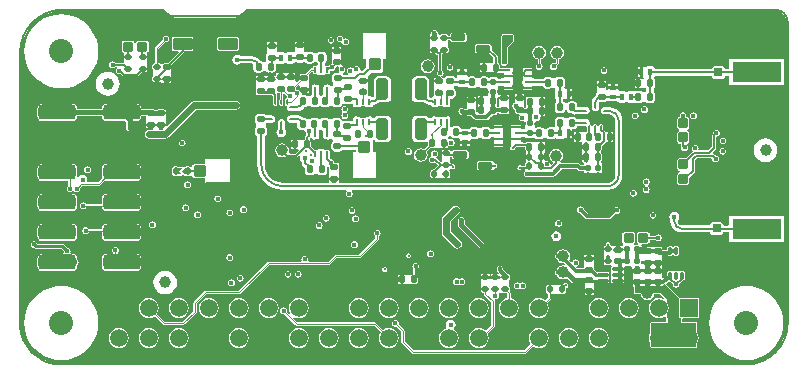
<source format=gtl>
G04*
G04 #@! TF.GenerationSoftware,Altium Limited,CircuitStudio,1.5.2 (30)*
G04*
G04 Layer_Physical_Order=1*
G04 Layer_Color=255*
%FSLAX25Y25*%
%MOIN*%
G70*
G01*
G75*
%ADD10C,0.00768*%
G04:AMPARAMS|DCode=11|XSize=23.62mil|YSize=19.69mil|CornerRadius=4.92mil|HoleSize=0mil|Usage=FLASHONLY|Rotation=0.000|XOffset=0mil|YOffset=0mil|HoleType=Round|Shape=RoundedRectangle|*
%AMROUNDEDRECTD11*
21,1,0.02362,0.00984,0,0,0.0*
21,1,0.01378,0.01969,0,0,0.0*
1,1,0.00984,0.00689,-0.00492*
1,1,0.00984,-0.00689,-0.00492*
1,1,0.00984,-0.00689,0.00492*
1,1,0.00984,0.00689,0.00492*
%
%ADD11ROUNDEDRECTD11*%
%ADD12C,0.03937*%
G04:AMPARAMS|DCode=13|XSize=23.62mil|YSize=17.72mil|CornerRadius=4.43mil|HoleSize=0mil|Usage=FLASHONLY|Rotation=180.000|XOffset=0mil|YOffset=0mil|HoleType=Round|Shape=RoundedRectangle|*
%AMROUNDEDRECTD13*
21,1,0.02362,0.00886,0,0,180.0*
21,1,0.01476,0.01772,0,0,180.0*
1,1,0.00886,-0.00738,0.00443*
1,1,0.00886,0.00738,0.00443*
1,1,0.00886,0.00738,-0.00443*
1,1,0.00886,-0.00738,-0.00443*
%
%ADD13ROUNDEDRECTD13*%
G04:AMPARAMS|DCode=14|XSize=23.62mil|YSize=19.69mil|CornerRadius=4.92mil|HoleSize=0mil|Usage=FLASHONLY|Rotation=90.000|XOffset=0mil|YOffset=0mil|HoleType=Round|Shape=RoundedRectangle|*
%AMROUNDEDRECTD14*
21,1,0.02362,0.00984,0,0,90.0*
21,1,0.01378,0.01969,0,0,90.0*
1,1,0.00984,0.00492,0.00689*
1,1,0.00984,0.00492,-0.00689*
1,1,0.00984,-0.00492,-0.00689*
1,1,0.00984,-0.00492,0.00689*
%
%ADD14ROUNDEDRECTD14*%
G04:AMPARAMS|DCode=15|XSize=21.65mil|YSize=17.72mil|CornerRadius=4.43mil|HoleSize=0mil|Usage=FLASHONLY|Rotation=270.000|XOffset=0mil|YOffset=0mil|HoleType=Round|Shape=RoundedRectangle|*
%AMROUNDEDRECTD15*
21,1,0.02165,0.00886,0,0,270.0*
21,1,0.01280,0.01772,0,0,270.0*
1,1,0.00886,-0.00443,-0.00640*
1,1,0.00886,-0.00443,0.00640*
1,1,0.00886,0.00443,0.00640*
1,1,0.00886,0.00443,-0.00640*
%
%ADD15ROUNDEDRECTD15*%
G04:AMPARAMS|DCode=16|XSize=37.01mil|YSize=10.63mil|CornerRadius=1.33mil|HoleSize=0mil|Usage=FLASHONLY|Rotation=180.000|XOffset=0mil|YOffset=0mil|HoleType=Round|Shape=RoundedRectangle|*
%AMROUNDEDRECTD16*
21,1,0.03701,0.00797,0,0,180.0*
21,1,0.03435,0.01063,0,0,180.0*
1,1,0.00266,-0.01718,0.00399*
1,1,0.00266,0.01718,0.00399*
1,1,0.00266,0.01718,-0.00399*
1,1,0.00266,-0.01718,-0.00399*
%
%ADD16ROUNDEDRECTD16*%
G04:AMPARAMS|DCode=17|XSize=61.02mil|YSize=40.16mil|CornerRadius=4.02mil|HoleSize=0mil|Usage=FLASHONLY|Rotation=0.000|XOffset=0mil|YOffset=0mil|HoleType=Round|Shape=RoundedRectangle|*
%AMROUNDEDRECTD17*
21,1,0.06102,0.03213,0,0,0.0*
21,1,0.05299,0.04016,0,0,0.0*
1,1,0.00803,0.02649,-0.01606*
1,1,0.00803,-0.02649,-0.01606*
1,1,0.00803,-0.02649,0.01606*
1,1,0.00803,0.02649,0.01606*
%
%ADD17ROUNDEDRECTD17*%
G04:AMPARAMS|DCode=18|XSize=25.59mil|YSize=11.81mil|CornerRadius=2.95mil|HoleSize=0mil|Usage=FLASHONLY|Rotation=270.000|XOffset=0mil|YOffset=0mil|HoleType=Round|Shape=RoundedRectangle|*
%AMROUNDEDRECTD18*
21,1,0.02559,0.00591,0,0,270.0*
21,1,0.01969,0.01181,0,0,270.0*
1,1,0.00591,-0.00295,-0.00984*
1,1,0.00591,-0.00295,0.00984*
1,1,0.00591,0.00295,0.00984*
1,1,0.00591,0.00295,-0.00984*
%
%ADD18ROUNDEDRECTD18*%
G04:AMPARAMS|DCode=19|XSize=31.5mil|YSize=31.5mil|CornerRadius=3.15mil|HoleSize=0mil|Usage=FLASHONLY|Rotation=90.000|XOffset=0mil|YOffset=0mil|HoleType=Round|Shape=RoundedRectangle|*
%AMROUNDEDRECTD19*
21,1,0.03150,0.02520,0,0,90.0*
21,1,0.02520,0.03150,0,0,90.0*
1,1,0.00630,0.01260,0.01260*
1,1,0.00630,0.01260,-0.01260*
1,1,0.00630,-0.01260,-0.01260*
1,1,0.00630,-0.01260,0.01260*
%
%ADD19ROUNDEDRECTD19*%
G04:AMPARAMS|DCode=20|XSize=18.11mil|YSize=7.87mil|CornerRadius=3.15mil|HoleSize=0mil|Usage=FLASHONLY|Rotation=90.000|XOffset=0mil|YOffset=0mil|HoleType=Round|Shape=RoundedRectangle|*
%AMROUNDEDRECTD20*
21,1,0.01811,0.00158,0,0,90.0*
21,1,0.01181,0.00787,0,0,90.0*
1,1,0.00630,0.00079,0.00591*
1,1,0.00630,0.00079,-0.00591*
1,1,0.00630,-0.00079,-0.00591*
1,1,0.00630,-0.00079,0.00591*
%
%ADD20ROUNDEDRECTD20*%
G04:AMPARAMS|DCode=21|XSize=18.11mil|YSize=7.87mil|CornerRadius=3.15mil|HoleSize=0mil|Usage=FLASHONLY|Rotation=0.000|XOffset=0mil|YOffset=0mil|HoleType=Round|Shape=RoundedRectangle|*
%AMROUNDEDRECTD21*
21,1,0.01811,0.00158,0,0,0.0*
21,1,0.01181,0.00787,0,0,0.0*
1,1,0.00630,0.00591,-0.00079*
1,1,0.00630,-0.00591,-0.00079*
1,1,0.00630,-0.00591,0.00079*
1,1,0.00630,0.00591,0.00079*
%
%ADD21ROUNDEDRECTD21*%
G04:AMPARAMS|DCode=22|XSize=41.34mil|YSize=86.61mil|CornerRadius=4.13mil|HoleSize=0mil|Usage=FLASHONLY|Rotation=0.000|XOffset=0mil|YOffset=0mil|HoleType=Round|Shape=RoundedRectangle|*
%AMROUNDEDRECTD22*
21,1,0.04134,0.07835,0,0,0.0*
21,1,0.03307,0.08661,0,0,0.0*
1,1,0.00827,0.01654,-0.03917*
1,1,0.00827,-0.01654,-0.03917*
1,1,0.00827,-0.01654,0.03917*
1,1,0.00827,0.01654,0.03917*
%
%ADD22ROUNDEDRECTD22*%
G04:AMPARAMS|DCode=23|XSize=39.37mil|YSize=41.34mil|CornerRadius=3.94mil|HoleSize=0mil|Usage=FLASHONLY|Rotation=0.000|XOffset=0mil|YOffset=0mil|HoleType=Round|Shape=RoundedRectangle|*
%AMROUNDEDRECTD23*
21,1,0.03937,0.03347,0,0,0.0*
21,1,0.03150,0.04134,0,0,0.0*
1,1,0.00787,0.01575,-0.01673*
1,1,0.00787,-0.01575,-0.01673*
1,1,0.00787,-0.01575,0.01673*
1,1,0.00787,0.01575,0.01673*
%
%ADD23ROUNDEDRECTD23*%
G04:AMPARAMS|DCode=24|XSize=41.34mil|YSize=86.61mil|CornerRadius=4.13mil|HoleSize=0mil|Usage=FLASHONLY|Rotation=270.000|XOffset=0mil|YOffset=0mil|HoleType=Round|Shape=RoundedRectangle|*
%AMROUNDEDRECTD24*
21,1,0.04134,0.07835,0,0,270.0*
21,1,0.03307,0.08661,0,0,270.0*
1,1,0.00827,-0.03917,-0.01654*
1,1,0.00827,-0.03917,0.01654*
1,1,0.00827,0.03917,0.01654*
1,1,0.00827,0.03917,-0.01654*
%
%ADD24ROUNDEDRECTD24*%
G04:AMPARAMS|DCode=25|XSize=39.37mil|YSize=41.34mil|CornerRadius=3.94mil|HoleSize=0mil|Usage=FLASHONLY|Rotation=270.000|XOffset=0mil|YOffset=0mil|HoleType=Round|Shape=RoundedRectangle|*
%AMROUNDEDRECTD25*
21,1,0.03937,0.03347,0,0,270.0*
21,1,0.03150,0.04134,0,0,270.0*
1,1,0.00787,-0.01673,-0.01575*
1,1,0.00787,-0.01673,0.01575*
1,1,0.00787,0.01673,0.01575*
1,1,0.00787,0.01673,-0.01575*
%
%ADD25ROUNDEDRECTD25*%
G04:AMPARAMS|DCode=26|XSize=51.18mil|YSize=31.5mil|CornerRadius=4.72mil|HoleSize=0mil|Usage=FLASHONLY|Rotation=180.000|XOffset=0mil|YOffset=0mil|HoleType=Round|Shape=RoundedRectangle|*
%AMROUNDEDRECTD26*
21,1,0.05118,0.02205,0,0,180.0*
21,1,0.04173,0.03150,0,0,180.0*
1,1,0.00945,-0.02087,0.01102*
1,1,0.00945,0.02087,0.01102*
1,1,0.00945,0.02087,-0.01102*
1,1,0.00945,-0.02087,-0.01102*
%
%ADD26ROUNDEDRECTD26*%
G04:AMPARAMS|DCode=27|XSize=21.65mil|YSize=9.84mil|CornerRadius=1.48mil|HoleSize=0mil|Usage=FLASHONLY|Rotation=90.000|XOffset=0mil|YOffset=0mil|HoleType=Round|Shape=RoundedRectangle|*
%AMROUNDEDRECTD27*
21,1,0.02165,0.00689,0,0,90.0*
21,1,0.01870,0.00984,0,0,90.0*
1,1,0.00295,0.00345,0.00935*
1,1,0.00295,0.00345,-0.00935*
1,1,0.00295,-0.00345,-0.00935*
1,1,0.00295,-0.00345,0.00935*
%
%ADD27ROUNDEDRECTD27*%
G04:AMPARAMS|DCode=28|XSize=125.2mil|YSize=50mil|CornerRadius=12.5mil|HoleSize=0mil|Usage=FLASHONLY|Rotation=180.000|XOffset=0mil|YOffset=0mil|HoleType=Round|Shape=RoundedRectangle|*
%AMROUNDEDRECTD28*
21,1,0.12520,0.02500,0,0,180.0*
21,1,0.10020,0.05000,0,0,180.0*
1,1,0.02500,-0.05010,0.01250*
1,1,0.02500,0.05010,0.01250*
1,1,0.02500,0.05010,-0.01250*
1,1,0.02500,-0.05010,-0.01250*
%
%ADD28ROUNDEDRECTD28*%
G04:AMPARAMS|DCode=29|XSize=21.65mil|YSize=17.72mil|CornerRadius=4.43mil|HoleSize=0mil|Usage=FLASHONLY|Rotation=0.000|XOffset=0mil|YOffset=0mil|HoleType=Round|Shape=RoundedRectangle|*
%AMROUNDEDRECTD29*
21,1,0.02165,0.00886,0,0,0.0*
21,1,0.01280,0.01772,0,0,0.0*
1,1,0.00886,0.00640,-0.00443*
1,1,0.00886,-0.00640,-0.00443*
1,1,0.00886,-0.00640,0.00443*
1,1,0.00886,0.00640,0.00443*
%
%ADD29ROUNDEDRECTD29*%
G04:AMPARAMS|DCode=30|XSize=48.43mil|YSize=23.62mil|CornerRadius=2.95mil|HoleSize=0mil|Usage=FLASHONLY|Rotation=0.000|XOffset=0mil|YOffset=0mil|HoleType=Round|Shape=RoundedRectangle|*
%AMROUNDEDRECTD30*
21,1,0.04843,0.01772,0,0,0.0*
21,1,0.04252,0.02362,0,0,0.0*
1,1,0.00591,0.02126,-0.00886*
1,1,0.00591,-0.02126,-0.00886*
1,1,0.00591,-0.02126,0.00886*
1,1,0.00591,0.02126,0.00886*
%
%ADD30ROUNDEDRECTD30*%
%ADD31R,0.16496X0.07008*%
%ADD32R,0.16496X0.10492*%
G04:AMPARAMS|DCode=33|XSize=9.84mil|YSize=29.53mil|CornerRadius=1.48mil|HoleSize=0mil|Usage=FLASHONLY|Rotation=270.000|XOffset=0mil|YOffset=0mil|HoleType=Round|Shape=RoundedRectangle|*
%AMROUNDEDRECTD33*
21,1,0.00984,0.02658,0,0,270.0*
21,1,0.00689,0.02953,0,0,270.0*
1,1,0.00295,-0.01329,-0.00345*
1,1,0.00295,-0.01329,0.00345*
1,1,0.00295,0.01329,0.00345*
1,1,0.00295,0.01329,-0.00345*
%
%ADD33ROUNDEDRECTD33*%
G04:AMPARAMS|DCode=34|XSize=47.24mil|YSize=23.62mil|CornerRadius=3.54mil|HoleSize=0mil|Usage=FLASHONLY|Rotation=270.000|XOffset=0mil|YOffset=0mil|HoleType=Round|Shape=RoundedRectangle|*
%AMROUNDEDRECTD34*
21,1,0.04724,0.01654,0,0,270.0*
21,1,0.04016,0.02362,0,0,270.0*
1,1,0.00709,-0.00827,-0.02008*
1,1,0.00709,-0.00827,0.02008*
1,1,0.00709,0.00827,0.02008*
1,1,0.00709,0.00827,-0.02008*
%
%ADD34ROUNDEDRECTD34*%
G04:AMPARAMS|DCode=35|XSize=23.62mil|YSize=17.72mil|CornerRadius=4.43mil|HoleSize=0mil|Usage=FLASHONLY|Rotation=270.000|XOffset=0mil|YOffset=0mil|HoleType=Round|Shape=RoundedRectangle|*
%AMROUNDEDRECTD35*
21,1,0.02362,0.00886,0,0,270.0*
21,1,0.01476,0.01772,0,0,270.0*
1,1,0.00886,-0.00443,-0.00738*
1,1,0.00886,-0.00443,0.00738*
1,1,0.00886,0.00443,0.00738*
1,1,0.00886,0.00443,-0.00738*
%
%ADD35ROUNDEDRECTD35*%
G04:AMPARAMS|DCode=36|XSize=14.17mil|YSize=23mil|CornerRadius=0.71mil|HoleSize=0mil|Usage=FLASHONLY|Rotation=180.000|XOffset=0mil|YOffset=0mil|HoleType=Round|Shape=RoundedRectangle|*
%AMROUNDEDRECTD36*
21,1,0.01417,0.02158,0,0,180.0*
21,1,0.01276,0.02300,0,0,180.0*
1,1,0.00142,-0.00638,0.01079*
1,1,0.00142,0.00638,0.01079*
1,1,0.00142,0.00638,-0.01079*
1,1,0.00142,-0.00638,-0.01079*
%
%ADD36ROUNDEDRECTD36*%
G04:AMPARAMS|DCode=37|XSize=14.17mil|YSize=23mil|CornerRadius=0.71mil|HoleSize=0mil|Usage=FLASHONLY|Rotation=270.000|XOffset=0mil|YOffset=0mil|HoleType=Round|Shape=RoundedRectangle|*
%AMROUNDEDRECTD37*
21,1,0.01417,0.02158,0,0,270.0*
21,1,0.01276,0.02300,0,0,270.0*
1,1,0.00142,-0.01079,-0.00638*
1,1,0.00142,-0.01079,0.00638*
1,1,0.00142,0.01079,0.00638*
1,1,0.00142,0.01079,-0.00638*
%
%ADD37ROUNDEDRECTD37*%
G04:AMPARAMS|DCode=38|XSize=27.56mil|YSize=27.56mil|CornerRadius=2.76mil|HoleSize=0mil|Usage=FLASHONLY|Rotation=90.000|XOffset=0mil|YOffset=0mil|HoleType=Round|Shape=RoundedRectangle|*
%AMROUNDEDRECTD38*
21,1,0.02756,0.02205,0,0,90.0*
21,1,0.02205,0.02756,0,0,90.0*
1,1,0.00551,0.01102,0.01102*
1,1,0.00551,0.01102,-0.01102*
1,1,0.00551,-0.01102,-0.01102*
1,1,0.00551,-0.01102,0.01102*
%
%ADD38ROUNDEDRECTD38*%
G04:AMPARAMS|DCode=39|XSize=31.89mil|YSize=36.61mil|CornerRadius=4.78mil|HoleSize=0mil|Usage=FLASHONLY|Rotation=270.000|XOffset=0mil|YOffset=0mil|HoleType=Round|Shape=RoundedRectangle|*
%AMROUNDEDRECTD39*
21,1,0.03189,0.02705,0,0,270.0*
21,1,0.02232,0.03661,0,0,270.0*
1,1,0.00957,-0.01352,-0.01116*
1,1,0.00957,-0.01352,0.01116*
1,1,0.00957,0.01352,0.01116*
1,1,0.00957,0.01352,-0.01116*
%
%ADD39ROUNDEDRECTD39*%
G04:AMPARAMS|DCode=40|XSize=31.89mil|YSize=36.61mil|CornerRadius=4.78mil|HoleSize=0mil|Usage=FLASHONLY|Rotation=180.000|XOffset=0mil|YOffset=0mil|HoleType=Round|Shape=RoundedRectangle|*
%AMROUNDEDRECTD40*
21,1,0.03189,0.02705,0,0,180.0*
21,1,0.02232,0.03661,0,0,180.0*
1,1,0.00957,-0.01116,0.01352*
1,1,0.00957,0.01116,0.01352*
1,1,0.00957,0.01116,-0.01352*
1,1,0.00957,-0.01116,-0.01352*
%
%ADD40ROUNDEDRECTD40*%
G04:AMPARAMS|DCode=41|XSize=64.96mil|YSize=41.34mil|CornerRadius=4.13mil|HoleSize=0mil|Usage=FLASHONLY|Rotation=180.000|XOffset=0mil|YOffset=0mil|HoleType=Round|Shape=RoundedRectangle|*
%AMROUNDEDRECTD41*
21,1,0.06496,0.03307,0,0,180.0*
21,1,0.05669,0.04134,0,0,180.0*
1,1,0.00827,-0.02835,0.01654*
1,1,0.00827,0.02835,0.01654*
1,1,0.00827,0.02835,-0.01654*
1,1,0.00827,-0.02835,-0.01654*
%
%ADD41ROUNDEDRECTD41*%
G04:AMPARAMS|DCode=42|XSize=70.87mil|YSize=40.95mil|CornerRadius=6.14mil|HoleSize=0mil|Usage=FLASHONLY|Rotation=90.000|XOffset=0mil|YOffset=0mil|HoleType=Round|Shape=RoundedRectangle|*
%AMROUNDEDRECTD42*
21,1,0.07087,0.02866,0,0,90.0*
21,1,0.05858,0.04095,0,0,90.0*
1,1,0.01228,0.01433,0.02929*
1,1,0.01228,0.01433,-0.02929*
1,1,0.01228,-0.01433,-0.02929*
1,1,0.01228,-0.01433,0.02929*
%
%ADD42ROUNDEDRECTD42*%
G04:AMPARAMS|DCode=43|XSize=49.02mil|YSize=24.02mil|CornerRadius=3.6mil|HoleSize=0mil|Usage=FLASHONLY|Rotation=90.000|XOffset=0mil|YOffset=0mil|HoleType=Round|Shape=RoundedRectangle|*
%AMROUNDEDRECTD43*
21,1,0.04902,0.01681,0,0,90.0*
21,1,0.04181,0.02402,0,0,90.0*
1,1,0.00721,0.00841,0.02091*
1,1,0.00721,0.00841,-0.02091*
1,1,0.00721,-0.00841,-0.02091*
1,1,0.00721,-0.00841,0.02091*
%
%ADD43ROUNDEDRECTD43*%
%ADD44C,0.01400*%
%ADD45C,0.01200*%
%ADD46C,0.00800*%
%ADD47C,0.01000*%
%ADD48C,0.00350*%
%ADD49C,0.01600*%
%ADD50C,0.00400*%
%ADD51C,0.00600*%
%ADD52C,0.02400*%
%ADD53C,0.02200*%
%ADD54C,0.00500*%
%ADD55R,0.01300X0.02000*%
%ADD56R,0.03100X0.02200*%
%ADD57R,0.01768X0.06900*%
%ADD58C,0.03819*%
%ADD59C,0.02362*%
%ADD60C,0.05906*%
%ADD61R,0.05906X0.05906*%
%ADD62C,0.08000*%
%ADD63C,0.01000*%
%ADD64C,0.01600*%
%ADD65C,0.04000*%
G36*
X1048995Y817364D02*
X1082175D01*
X1082867Y816672D01*
X1083979Y815819D01*
X1084894Y815440D01*
X1085273Y815283D01*
X1086662Y815100D01*
X1105890D01*
X1107278Y815283D01*
X1108572Y815819D01*
X1109684Y816672D01*
X1110376Y817364D01*
X1286362D01*
X1286471Y817378D01*
X1287353Y817262D01*
X1288277Y816880D01*
X1289070Y816271D01*
X1289678Y815478D01*
X1290061Y814555D01*
X1290177Y813673D01*
X1290162Y813564D01*
Y713281D01*
X1290186Y713103D01*
X1290034Y711177D01*
X1289542Y709125D01*
X1288734Y707174D01*
X1287631Y705375D01*
X1286260Y703770D01*
X1284655Y702399D01*
X1282856Y701296D01*
X1280905Y700488D01*
X1278853Y699996D01*
X1276927Y699844D01*
X1276749Y699867D01*
X1047891Y699867D01*
X1047720Y699845D01*
X1045867Y699991D01*
X1043893Y700465D01*
X1042017Y701242D01*
X1040286Y702302D01*
X1038742Y703621D01*
X1037424Y705165D01*
X1036363Y706896D01*
X1035586Y708771D01*
X1035112Y710745D01*
X1034966Y712599D01*
X1034989Y712769D01*
X1034989Y796470D01*
Y803358D01*
X1034964Y803544D01*
X1035122Y805555D01*
X1035637Y807698D01*
X1036480Y809734D01*
X1037632Y811613D01*
X1039063Y813290D01*
X1040739Y814721D01*
X1042618Y815872D01*
X1044655Y816716D01*
X1046798Y817230D01*
X1048809Y817389D01*
X1048995Y817364D01*
D02*
G37*
%LPC*%
G36*
X1146076Y740553D02*
X1145639Y740466D01*
X1145268Y740219D01*
X1145021Y739848D01*
X1144934Y739411D01*
X1145021Y738974D01*
X1145268Y738604D01*
X1145639Y738356D01*
X1146076Y738269D01*
X1146513Y738356D01*
X1146883Y738604D01*
X1147131Y738974D01*
X1147217Y739411D01*
X1147131Y739848D01*
X1146883Y740219D01*
X1146513Y740466D01*
X1146076Y740553D01*
D02*
G37*
G36*
X1243728Y743622D02*
X1241023D01*
X1240712Y743560D01*
X1240448Y743384D01*
X1240271Y743120D01*
X1240209Y742808D01*
Y740576D01*
X1240271Y740265D01*
X1240448Y740000D01*
X1240683Y739843D01*
X1240712Y739698D01*
X1240459Y739318D01*
X1239943Y739243D01*
X1239776Y739381D01*
Y739381D01*
X1239308D01*
X1239270Y739482D01*
X1239225Y739881D01*
X1239404Y740000D01*
X1239580Y740265D01*
X1239642Y740576D01*
Y742808D01*
X1239580Y743120D01*
X1239404Y743384D01*
X1239139Y743560D01*
X1238828Y743622D01*
X1236123D01*
X1235812Y743560D01*
X1235548Y743384D01*
X1235371Y743120D01*
X1235309Y742808D01*
Y740576D01*
X1235371Y740265D01*
X1235548Y740000D01*
X1235745Y739868D01*
X1235776Y739381D01*
Y739381D01*
X1235776Y739321D01*
Y739296D01*
X1235450Y738931D01*
X1235276Y738931D01*
X1234614D01*
Y738143D01*
X1235374D01*
X1235441Y738143D01*
X1235444D01*
X1235450D01*
X1235858Y737985D01*
Y737582D01*
X1235450Y737356D01*
X1235450D01*
X1235450Y737356D01*
X1235450Y737356D01*
X1232692D01*
X1232532D01*
X1232271Y737773D01*
X1232341Y737924D01*
X1232497Y738143D01*
X1232692D01*
X1233137D01*
Y738931D01*
X1232492D01*
X1232450D01*
X1232379Y738931D01*
X1232292D01*
X1232265D01*
X1232252D01*
X1232251Y738931D01*
X1232185Y738929D01*
X1231892Y738937D01*
X1231581Y739229D01*
X1231512Y739381D01*
Y739381D01*
Y739381D01*
X1231512D01*
X1231448Y739701D01*
X1231364Y739827D01*
X1231267Y739972D01*
X1230995Y740154D01*
X1230676Y740217D01*
X1230356Y740154D01*
X1230084Y739972D01*
X1229987Y739827D01*
X1229903Y739701D01*
X1229840Y739381D01*
X1229840Y739381D01*
Y739381D01*
X1229646Y738956D01*
X1229640Y738943D01*
X1229454Y738855D01*
X1229298Y738781D01*
Y738781D01*
Y738640D01*
X1229292Y738631D01*
X1229219Y738522D01*
X1229160Y738224D01*
Y737338D01*
X1229219Y737041D01*
X1229298Y736922D01*
Y734640D01*
X1229219Y734522D01*
X1229160Y734224D01*
Y733338D01*
X1229219Y733041D01*
X1229298Y732922D01*
Y732781D01*
X1229398D01*
X1229640Y732619D01*
X1229937Y732560D01*
X1231414D01*
X1231436Y732565D01*
X1231814Y732310D01*
X1231792Y732095D01*
X1231648Y731748D01*
Y730951D01*
X1231792Y730604D01*
X1231792Y730126D01*
X1231648Y729780D01*
X1231648Y729679D01*
Y728982D01*
X1231792Y728636D01*
X1231792Y728158D01*
X1231648Y727811D01*
X1231648Y727711D01*
Y727014D01*
X1231792Y726667D01*
X1232138Y726524D01*
X1235573D01*
X1235600Y726535D01*
X1235676D01*
X1235921Y726636D01*
X1236022Y726881D01*
Y726913D01*
X1236064Y727014D01*
Y727811D01*
X1236022Y727912D01*
Y728882D01*
X1236064Y728982D01*
Y729780D01*
X1236022Y729880D01*
Y730850D01*
X1236064Y730951D01*
Y731748D01*
X1236343Y732181D01*
X1236776D01*
Y732363D01*
X1237545D01*
X1237552Y732365D01*
X1237776Y732181D01*
Y732181D01*
X1238391D01*
X1238777Y731906D01*
X1238777Y731681D01*
Y731118D01*
X1239663D01*
Y731681D01*
Y731728D01*
X1239776Y732181D01*
X1239999Y732365D01*
X1240006Y732363D01*
X1240329D01*
X1240378Y732346D01*
X1240776Y732181D01*
X1241139Y731851D01*
X1241139Y731681D01*
Y731118D01*
X1241726D01*
X1241976Y731118D01*
X1242101D01*
X1242226D01*
X1242476Y731118D01*
X1243063D01*
Y731706D01*
X1243063Y731906D01*
Y732056D01*
Y732206D01*
X1243063Y732406D01*
Y732994D01*
X1242276D01*
X1242226Y732994D01*
X1241776Y733113D01*
Y733181D01*
X1241669D01*
Y733892D01*
X1241726Y733936D01*
X1242226Y733781D01*
Y733781D01*
X1245376D01*
Y733781D01*
X1245626D01*
Y733781D01*
X1248776D01*
Y735823D01*
X1250651D01*
X1250797Y735726D01*
X1251036Y735678D01*
X1251627D01*
X1251867Y735726D01*
X1252026Y735832D01*
X1252077Y735862D01*
X1252555D01*
X1252606Y735832D01*
X1252765Y735726D01*
X1253006Y735678D01*
X1253596D01*
X1253836Y735726D01*
X1254040Y735862D01*
X1254176Y736066D01*
X1254223Y736306D01*
Y737212D01*
X1254239Y737290D01*
X1254223Y737368D01*
Y738274D01*
X1254176Y738514D01*
X1254040Y738718D01*
X1253836Y738854D01*
X1253596Y738901D01*
X1253006D01*
X1252765Y738854D01*
X1252606Y738747D01*
X1252555Y738718D01*
X1252077D01*
X1252026Y738747D01*
X1251867Y738854D01*
X1251627Y738901D01*
X1251036D01*
X1250797Y738854D01*
X1250593Y738718D01*
X1250457Y738514D01*
X1250409Y738274D01*
Y737699D01*
X1249268D01*
X1248776Y737718D01*
Y738506D01*
X1248320D01*
X1248207Y738582D01*
X1247890Y738645D01*
X1246512D01*
X1246195Y738582D01*
X1246081Y738506D01*
X1245577D01*
Y738506D01*
X1245376Y738506D01*
X1244885Y738529D01*
X1244807Y738582D01*
X1244490Y738645D01*
X1243708D01*
X1243703Y738647D01*
X1243445Y738699D01*
X1243376Y738728D01*
X1242129D01*
X1241776Y739081D01*
Y739262D01*
X1241776Y739381D01*
X1242063Y739762D01*
X1243728D01*
X1244040Y739824D01*
X1244304Y740000D01*
X1244480Y740265D01*
X1244542Y740576D01*
Y740958D01*
X1246512D01*
X1246568Y740874D01*
X1246939Y740626D01*
X1247376Y740539D01*
X1247813Y740626D01*
X1248183Y740874D01*
X1248431Y741244D01*
X1248518Y741681D01*
X1248431Y742118D01*
X1248183Y742489D01*
X1247813Y742736D01*
X1247376Y742823D01*
X1246939Y742736D01*
X1246568Y742489D01*
X1246527Y742426D01*
X1244542D01*
Y742808D01*
X1244480Y743120D01*
X1244304Y743384D01*
X1244040Y743560D01*
X1243728Y743622D01*
D02*
G37*
G36*
X1181726Y748703D02*
X1181289Y748616D01*
X1180918Y748369D01*
X1180671Y747998D01*
X1180584Y747561D01*
Y745931D01*
X1180671Y745494D01*
X1180918Y745124D01*
X1187468Y738574D01*
X1187839Y738326D01*
X1188276Y738239D01*
X1188713Y738326D01*
X1189083Y738574D01*
X1189331Y738944D01*
X1189417Y739381D01*
X1189331Y739818D01*
X1189083Y740189D01*
X1182868Y746404D01*
Y747561D01*
X1182781Y747998D01*
X1182533Y748369D01*
X1182163Y748616D01*
X1181726Y748703D01*
D02*
G37*
G36*
X1171476Y737511D02*
X1171039Y737424D01*
X1170668Y737177D01*
X1170421Y736806D01*
X1170334Y736369D01*
X1170421Y735932D01*
X1170668Y735562D01*
X1171039Y735314D01*
X1171476Y735227D01*
X1171913Y735314D01*
X1172283Y735562D01*
X1172531Y735932D01*
X1172618Y736369D01*
X1172531Y736806D01*
X1172283Y737177D01*
X1171913Y737424D01*
X1171476Y737511D01*
D02*
G37*
G36*
X1179876Y752431D02*
X1179282Y752313D01*
X1178780Y751977D01*
X1175680Y748877D01*
X1175344Y748374D01*
X1175226Y747781D01*
Y743181D01*
X1175344Y742588D01*
X1175680Y742085D01*
X1179280Y738485D01*
X1179782Y738149D01*
X1180376Y738031D01*
X1180969Y738149D01*
X1181472Y738485D01*
X1181807Y738988D01*
X1181925Y739581D01*
X1181807Y740174D01*
X1181472Y740677D01*
X1178325Y743823D01*
Y747139D01*
X1180972Y749785D01*
X1181307Y750288D01*
X1181425Y750881D01*
X1181307Y751474D01*
X1180972Y751977D01*
X1180469Y752313D01*
X1179876Y752431D01*
D02*
G37*
G36*
X1134376Y746923D02*
X1133939Y746836D01*
X1133568Y746589D01*
X1133321Y746218D01*
X1133234Y745781D01*
X1133321Y745344D01*
X1133568Y744974D01*
X1133939Y744726D01*
X1134376Y744639D01*
X1134813Y744726D01*
X1135183Y744974D01*
X1135431Y745344D01*
X1135518Y745781D01*
X1135431Y746218D01*
X1135183Y746589D01*
X1134813Y746836D01*
X1134376Y746923D01*
D02*
G37*
G36*
X1073491Y746329D02*
X1063471D01*
X1062859Y746207D01*
X1062339Y745860D01*
X1061992Y745340D01*
X1061870Y744728D01*
Y744644D01*
X1057541D01*
X1057359Y744915D01*
X1056989Y745163D01*
X1056552Y745250D01*
X1056115Y745163D01*
X1055744Y744915D01*
X1055497Y744545D01*
X1055410Y744108D01*
X1055497Y743671D01*
X1055744Y743300D01*
X1056115Y743053D01*
X1056552Y742966D01*
X1056989Y743053D01*
X1057359Y743300D01*
X1057541Y743572D01*
X1061870D01*
Y742228D01*
X1061992Y741615D01*
X1062339Y741096D01*
X1062859Y740749D01*
X1063471Y740627D01*
X1073491D01*
X1074104Y740749D01*
X1074623Y741096D01*
X1074970Y741615D01*
X1075092Y742228D01*
Y744728D01*
X1074970Y745340D01*
X1074623Y745860D01*
X1074104Y746207D01*
X1073491Y746329D01*
D02*
G37*
G36*
X1213377Y743896D02*
X1212753Y743772D01*
X1212224Y743418D01*
X1211870Y742889D01*
X1211746Y742264D01*
X1211870Y741640D01*
X1212224Y741111D01*
X1212753Y740757D01*
X1213377Y740633D01*
X1214001Y740757D01*
X1214531Y741111D01*
X1214884Y741640D01*
X1215009Y742264D01*
X1214884Y742889D01*
X1214531Y743418D01*
X1214001Y743772D01*
X1213377Y743896D01*
D02*
G37*
G36*
X1252676Y750312D02*
X1252051Y750188D01*
X1251522Y749835D01*
X1251168Y749305D01*
X1251044Y748681D01*
X1251168Y748057D01*
X1251390Y747725D01*
X1251460Y747254D01*
X1251460D01*
X1251588Y746278D01*
X1251965Y745368D01*
X1252564Y744587D01*
X1253345Y743988D01*
X1254255Y743611D01*
X1255231Y743482D01*
Y743491D01*
X1264728D01*
X1264771Y743275D01*
X1265009Y742919D01*
X1265365Y742681D01*
X1265784Y742598D01*
X1267989D01*
X1268409Y742681D01*
X1268764Y742919D01*
X1269002Y743275D01*
X1269045Y743491D01*
X1271126D01*
Y740394D01*
X1289222D01*
Y749002D01*
X1271126D01*
Y745905D01*
X1269084D01*
X1269002Y746319D01*
X1268764Y746675D01*
X1268409Y746912D01*
X1267989Y746996D01*
X1265784D01*
X1265365Y746912D01*
X1265009Y746675D01*
X1264771Y746319D01*
X1264689Y745905D01*
X1255231D01*
Y745906D01*
X1254715Y746009D01*
X1254278Y746301D01*
X1253986Y746738D01*
X1253883Y747254D01*
X1253959Y747722D01*
X1254183Y748057D01*
X1254307Y748681D01*
X1254183Y749305D01*
X1253829Y749835D01*
X1253300Y750188D01*
X1252676Y750312D01*
D02*
G37*
G36*
X1051995Y746329D02*
X1041975D01*
X1041363Y746207D01*
X1040843Y745860D01*
X1040496Y745340D01*
X1040374Y744728D01*
Y742228D01*
X1040496Y741615D01*
X1040843Y741096D01*
X1041363Y740749D01*
X1041975Y740627D01*
X1051995D01*
X1052608Y740749D01*
X1053127Y741096D01*
X1053474Y741615D01*
X1053596Y742228D01*
Y744728D01*
X1053474Y745340D01*
X1053127Y745860D01*
X1052608Y746207D01*
X1051995Y746329D01*
D02*
G37*
G36*
X1225850Y735931D02*
X1225014D01*
Y735143D01*
X1225850D01*
Y735931D01*
D02*
G37*
G36*
X1248776Y732994D02*
X1247939D01*
Y732406D01*
X1247939Y732206D01*
Y732056D01*
Y731906D01*
X1247939Y731706D01*
Y731118D01*
X1248776D01*
Y731706D01*
X1248776Y731906D01*
Y732056D01*
Y732206D01*
X1248776Y732406D01*
Y732994D01*
D02*
G37*
G36*
X1215676Y737914D02*
X1214783Y737737D01*
X1214026Y737231D01*
X1213642Y736657D01*
X1213539Y736636D01*
X1213168Y736389D01*
X1212921Y736018D01*
X1212834Y735581D01*
X1212921Y735144D01*
X1213168Y734774D01*
X1213539Y734526D01*
X1213642Y734506D01*
X1214026Y733931D01*
X1214783Y733425D01*
X1215676Y733248D01*
X1215932Y733299D01*
X1216338Y732893D01*
X1216091Y732432D01*
X1215676Y732514D01*
X1214783Y732337D01*
X1214026Y731831D01*
X1213642Y731257D01*
X1213539Y731236D01*
X1213168Y730989D01*
X1212921Y730618D01*
X1212834Y730181D01*
X1212921Y729744D01*
X1213168Y729374D01*
X1213539Y729126D01*
X1213642Y729106D01*
X1214026Y728531D01*
X1214783Y728025D01*
X1215676Y727848D01*
X1216568Y728025D01*
X1216957Y728285D01*
X1218368Y726874D01*
X1218739Y726626D01*
X1219176Y726539D01*
X1222801D01*
Y724206D01*
X1225950D01*
Y726577D01*
X1227050D01*
X1227178Y726524D01*
X1230613D01*
X1230959Y726667D01*
X1231103Y727014D01*
Y727811D01*
X1230959Y728158D01*
X1230959Y728636D01*
X1231103Y728982D01*
X1231103Y729083D01*
Y729780D01*
X1230959Y730126D01*
X1230613Y730270D01*
X1227178D01*
X1227050Y730217D01*
X1226960D01*
X1226002Y731176D01*
X1225850Y731277D01*
Y734356D01*
X1222701D01*
Y731451D01*
X1220439D01*
X1220122Y731822D01*
X1220272Y732318D01*
X1220313Y732326D01*
X1220683Y732574D01*
X1220931Y732944D01*
X1221017Y733381D01*
X1220931Y733818D01*
X1220683Y734189D01*
X1220313Y734436D01*
X1219876Y734523D01*
X1219439Y734436D01*
X1219068Y734189D01*
X1218821Y733818D01*
X1218813Y733778D01*
X1218270Y733613D01*
X1217577Y734307D01*
X1217831Y734688D01*
X1218009Y735581D01*
X1217831Y736474D01*
X1217325Y737231D01*
X1216568Y737737D01*
X1215676Y737914D01*
D02*
G37*
G36*
X1066416Y738756D02*
X1065979Y738669D01*
X1065608Y738421D01*
X1065361Y738051D01*
X1065274Y737614D01*
X1065361Y737177D01*
X1065593Y736829D01*
X1065567Y736701D01*
X1065423Y736329D01*
X1063471D01*
X1062859Y736207D01*
X1062339Y735860D01*
X1061992Y735340D01*
X1061870Y734728D01*
Y732228D01*
X1061992Y731615D01*
X1062339Y731096D01*
X1062859Y730749D01*
X1063471Y730627D01*
X1073491D01*
X1074104Y730749D01*
X1074623Y731096D01*
X1074970Y731615D01*
X1075092Y732228D01*
Y734728D01*
X1074970Y735340D01*
X1074623Y735860D01*
X1074104Y736207D01*
X1073491Y736329D01*
X1067408D01*
X1067264Y736701D01*
X1067238Y736829D01*
X1067471Y737177D01*
X1067558Y737614D01*
X1067471Y738051D01*
X1067223Y738421D01*
X1066853Y738669D01*
X1066416Y738756D01*
D02*
G37*
G36*
X1255565Y730633D02*
X1254974D01*
X1254735Y730586D01*
X1254575Y730479D01*
X1254525Y730450D01*
X1254046D01*
X1253995Y730479D01*
X1253836Y730586D01*
X1253596Y730633D01*
X1253006D01*
X1252765Y730586D01*
X1252606Y730479D01*
X1252555Y730450D01*
X1252077D01*
X1252026Y730479D01*
X1251867Y730586D01*
X1251627Y730633D01*
X1251036D01*
X1250797Y730586D01*
X1250593Y730450D01*
X1250457Y730246D01*
X1250409Y730006D01*
Y729426D01*
X1249238Y728254D01*
X1248776Y728445D01*
Y730331D01*
X1245626D01*
Y730331D01*
X1245376D01*
Y730331D01*
X1242226D01*
Y730331D01*
X1241976D01*
Y730331D01*
X1238826D01*
Y727181D01*
X1238884D01*
Y726394D01*
X1238826D01*
Y725606D01*
X1238876D01*
X1239229Y725253D01*
X1239229Y723205D01*
X1239229Y723205D01*
D01*
X1239229Y723205D01*
Y723205D01*
X1239229Y723205D01*
Y723204D01*
X1239277Y723088D01*
X1239330Y722960D01*
X1239330Y722960D01*
X1239330Y722960D01*
X1239331Y722959D01*
X1239386Y722936D01*
X1239452Y722909D01*
X1239452Y722908D01*
X1239487Y722894D01*
X1239551Y722867D01*
X1239574Y722858D01*
X1239574Y722857D01*
X1239585Y722857D01*
X1241508Y722851D01*
X1241620Y722288D01*
X1242126Y721531D01*
X1242883Y721025D01*
X1243776Y720848D01*
X1244668Y721025D01*
X1245426Y721531D01*
X1245931Y722288D01*
X1246040Y722835D01*
X1248095Y722828D01*
X1249297Y721652D01*
X1249016Y721227D01*
X1248430Y721470D01*
X1247576Y721582D01*
X1246721Y721470D01*
X1245925Y721140D01*
X1245241Y720615D01*
X1244717Y719932D01*
X1244387Y719136D01*
X1244275Y718281D01*
X1244387Y717427D01*
X1244717Y716631D01*
X1245241Y715947D01*
X1245925Y715422D01*
X1246721Y715093D01*
X1247576Y714980D01*
X1248430Y715093D01*
X1249226Y715422D01*
X1249598Y715708D01*
X1250101Y715464D01*
X1250120Y713983D01*
X1249769Y713627D01*
X1245076D01*
X1244831Y713526D01*
X1244729Y713281D01*
Y709948D01*
X1244717Y709932D01*
X1244387Y709135D01*
X1244275Y708281D01*
X1244387Y707427D01*
X1244717Y706631D01*
X1244729Y706614D01*
Y705381D01*
X1244831Y705136D01*
X1245076Y705035D01*
X1247161D01*
X1247576Y704980D01*
X1247991Y705035D01*
X1257161D01*
X1257576Y704980D01*
X1257990Y705035D01*
X1260076D01*
X1260320Y705136D01*
X1260422Y705381D01*
Y706614D01*
X1260434Y706631D01*
X1260764Y707427D01*
X1260877Y708281D01*
X1260764Y709135D01*
X1260434Y709932D01*
X1260422Y709948D01*
Y711381D01*
Y713281D01*
X1260320Y713526D01*
X1260076Y713627D01*
X1255180D01*
X1255164Y714652D01*
X1255515Y715008D01*
X1260848D01*
Y721554D01*
X1254609D01*
X1254597Y721582D01*
X1254548Y721700D01*
X1254543Y721702D01*
X1254541Y721707D01*
X1250075Y725932D01*
X1250068Y726432D01*
X1250962Y727325D01*
X1252141Y726147D01*
X1252221Y725744D01*
X1252468Y725374D01*
X1252839Y725126D01*
X1253276Y725039D01*
X1253713Y725126D01*
X1254083Y725374D01*
X1254331Y725744D01*
X1254398Y726084D01*
X1255765Y727450D01*
X1255805Y727458D01*
X1256009Y727594D01*
X1256145Y727798D01*
X1256192Y728038D01*
Y730006D01*
X1256145Y730246D01*
X1256009Y730450D01*
X1255805Y730586D01*
X1255565Y730633D01*
D02*
G37*
G36*
X1039276Y740623D02*
X1038839Y740536D01*
X1038468Y740289D01*
X1038221Y739918D01*
X1038134Y739481D01*
X1038221Y739044D01*
X1038468Y738674D01*
X1038839Y738426D01*
X1039225Y738349D01*
X1039264Y738310D01*
X1039536Y738129D01*
X1039856Y738065D01*
X1048409D01*
X1049244Y737231D01*
X1049321Y736844D01*
X1049331Y736829D01*
X1049064Y736329D01*
X1041975D01*
X1041363Y736207D01*
X1040843Y735860D01*
X1040496Y735340D01*
X1040374Y734728D01*
Y732228D01*
X1040496Y731615D01*
X1040843Y731096D01*
X1041363Y730749D01*
X1041975Y730627D01*
X1051995D01*
X1052608Y730749D01*
X1053127Y731096D01*
X1053474Y731615D01*
X1053596Y732228D01*
Y732518D01*
X1053824Y732670D01*
X1054072Y733041D01*
X1054158Y733478D01*
X1054072Y733915D01*
X1053824Y734285D01*
X1053596Y734438D01*
Y734728D01*
X1053474Y735340D01*
X1053127Y735860D01*
X1052608Y736207D01*
X1051995Y736329D01*
X1051688D01*
X1051420Y736829D01*
X1051431Y736844D01*
X1051517Y737281D01*
X1051431Y737718D01*
X1051183Y738089D01*
X1050813Y738336D01*
X1050426Y738413D01*
X1049347Y739492D01*
X1049076Y739674D01*
X1048756Y739737D01*
X1040367D01*
X1040331Y739918D01*
X1040083Y740289D01*
X1039713Y740536D01*
X1039276Y740623D01*
D02*
G37*
G36*
X1164134Y736554D02*
X1163814Y736491D01*
X1163543Y736309D01*
X1163362Y736038D01*
X1163298Y735718D01*
X1163362Y735398D01*
X1163543Y735127D01*
X1163814Y734946D01*
X1164134Y734882D01*
X1164454Y734946D01*
X1164725Y735127D01*
X1164907Y735398D01*
X1164970Y735718D01*
X1164907Y736038D01*
X1164725Y736309D01*
X1164454Y736491D01*
X1164134Y736554D01*
D02*
G37*
G36*
X1223537Y735931D02*
X1222652D01*
Y735143D01*
X1223537D01*
Y735931D01*
D02*
G37*
G36*
X1104576Y736223D02*
X1104139Y736136D01*
X1103768Y735889D01*
X1103521Y735518D01*
X1103434Y735081D01*
X1103521Y734644D01*
X1103768Y734274D01*
X1104139Y734026D01*
X1104576Y733939D01*
X1105013Y734026D01*
X1105383Y734274D01*
X1105631Y734644D01*
X1105717Y735081D01*
X1105631Y735518D01*
X1105383Y735889D01*
X1105013Y736136D01*
X1104576Y736223D01*
D02*
G37*
G36*
X1245626Y732994D02*
X1245525D01*
X1245425D01*
X1245126Y732994D01*
X1244539D01*
Y732406D01*
X1244539Y732206D01*
Y732056D01*
Y731906D01*
X1244539Y731706D01*
Y731118D01*
X1245126D01*
X1245376Y731118D01*
X1245501D01*
X1245626D01*
X1245876Y731118D01*
X1246463D01*
Y731706D01*
X1246463Y731906D01*
Y732056D01*
Y732206D01*
X1246463Y732406D01*
Y732994D01*
X1245925D01*
X1245626Y732994D01*
D02*
G37*
G36*
X1153676Y744423D02*
X1153239Y744336D01*
X1152868Y744089D01*
X1152621Y743718D01*
X1152534Y743281D01*
X1152621Y742844D01*
X1152868Y742474D01*
X1153113Y742310D01*
Y741514D01*
X1147642Y736044D01*
X1140009D01*
X1139611Y735879D01*
X1137476Y733744D01*
X1130965D01*
X1130836Y733898D01*
X1130651Y734244D01*
X1130717Y734581D01*
X1130631Y735018D01*
X1130383Y735389D01*
X1130013Y735636D01*
X1129576Y735723D01*
X1129139Y735636D01*
X1128768Y735389D01*
X1128521Y735018D01*
X1128434Y734581D01*
X1128501Y734244D01*
X1128315Y733898D01*
X1128187Y733744D01*
X1117476D01*
X1117078Y733579D01*
X1107542Y724044D01*
X1096476D01*
X1096078Y723879D01*
X1092578Y720379D01*
X1092413Y719981D01*
Y717314D01*
X1088842Y713744D01*
X1082909D01*
X1080255Y716397D01*
X1080434Y716631D01*
X1080764Y717427D01*
X1080877Y718281D01*
X1080764Y719136D01*
X1080434Y719932D01*
X1079910Y720615D01*
X1079226Y721140D01*
X1078430Y721470D01*
X1077576Y721582D01*
X1076721Y721470D01*
X1075925Y721140D01*
X1075241Y720615D01*
X1074717Y719932D01*
X1074387Y719136D01*
X1074275Y718281D01*
X1074387Y717427D01*
X1074717Y716631D01*
X1075241Y715947D01*
X1075925Y715422D01*
X1076721Y715093D01*
X1077576Y714980D01*
X1078430Y715093D01*
X1079226Y715422D01*
X1079459Y715601D01*
X1082278Y712783D01*
X1082676Y712618D01*
X1089076D01*
X1089474Y712783D01*
X1093374Y716683D01*
X1093538Y717081D01*
Y719748D01*
X1096709Y722918D01*
X1107776D01*
X1108174Y723083D01*
X1117709Y732618D01*
X1137709D01*
X1138107Y732783D01*
X1140242Y734918D01*
X1147876D01*
X1148274Y735083D01*
X1154074Y740883D01*
X1154238Y741281D01*
Y742310D01*
X1154483Y742474D01*
X1154731Y742844D01*
X1154817Y743281D01*
X1154731Y743718D01*
X1154483Y744089D01*
X1154113Y744336D01*
X1153676Y744423D01*
D02*
G37*
G36*
X1078747Y747169D02*
X1078310Y747082D01*
X1077939Y746835D01*
X1077692Y746464D01*
X1077605Y746027D01*
X1077692Y745590D01*
X1077939Y745220D01*
X1078310Y744972D01*
X1078747Y744885D01*
X1079184Y744972D01*
X1079554Y745220D01*
X1079802Y745590D01*
X1079889Y746027D01*
X1079802Y746464D01*
X1079554Y746835D01*
X1079184Y747082D01*
X1078747Y747169D01*
D02*
G37*
G36*
X1243376Y761523D02*
X1242939Y761436D01*
X1242568Y761189D01*
X1242321Y760818D01*
X1242234Y760381D01*
X1242321Y759944D01*
X1242568Y759574D01*
X1242916Y759341D01*
X1242939Y759181D01*
Y758981D01*
X1242916Y758821D01*
X1242568Y758589D01*
X1242321Y758218D01*
X1242234Y757781D01*
X1242321Y757344D01*
X1242568Y756974D01*
X1242939Y756726D01*
X1243376Y756639D01*
X1243813Y756726D01*
X1244183Y756974D01*
X1244431Y757344D01*
X1244518Y757781D01*
X1244431Y758218D01*
X1244183Y758589D01*
X1243835Y758821D01*
X1243813Y758981D01*
Y759181D01*
X1243835Y759341D01*
X1244183Y759574D01*
X1244431Y759944D01*
X1244518Y760381D01*
X1244431Y760818D01*
X1244183Y761189D01*
X1243813Y761436D01*
X1243376Y761523D01*
D02*
G37*
G36*
X1090512Y760523D02*
X1090075Y760436D01*
X1089704Y760189D01*
X1089457Y759818D01*
X1089370Y759381D01*
X1089457Y758944D01*
X1089704Y758574D01*
X1090075Y758326D01*
X1090512Y758239D01*
X1090949Y758326D01*
X1091319Y758574D01*
X1091567Y758944D01*
X1091654Y759381D01*
X1091567Y759818D01*
X1091319Y760189D01*
X1090949Y760436D01*
X1090512Y760523D01*
D02*
G37*
G36*
X1239076Y757723D02*
X1238639Y757636D01*
X1238268Y757389D01*
X1238021Y757018D01*
X1237934Y756581D01*
X1238021Y756144D01*
X1238268Y755774D01*
X1238639Y755526D01*
X1239076Y755439D01*
X1239513Y755526D01*
X1239883Y755774D01*
X1240131Y756144D01*
X1240217Y756581D01*
X1240131Y757018D01*
X1239883Y757389D01*
X1239513Y757636D01*
X1239076Y757723D01*
D02*
G37*
G36*
X1073491Y756329D02*
X1063471D01*
X1062859Y756207D01*
X1062339Y755860D01*
X1061992Y755340D01*
X1061870Y754728D01*
Y752911D01*
X1056754D01*
X1056572Y753183D01*
X1056202Y753431D01*
X1055765Y753517D01*
X1055328Y753431D01*
X1054957Y753183D01*
X1054710Y752813D01*
X1054623Y752376D01*
X1054710Y751939D01*
X1054957Y751568D01*
X1055328Y751321D01*
X1055765Y751234D01*
X1056202Y751321D01*
X1056572Y751568D01*
X1056754Y751840D01*
X1061948D01*
X1061992Y751615D01*
X1062339Y751096D01*
X1062859Y750749D01*
X1063471Y750627D01*
X1073491D01*
X1074104Y750749D01*
X1074623Y751096D01*
X1074970Y751615D01*
X1075092Y752228D01*
Y754728D01*
X1074970Y755340D01*
X1074623Y755860D01*
X1074104Y756207D01*
X1073491Y756329D01*
D02*
G37*
G36*
X1100576Y755823D02*
X1100139Y755736D01*
X1099768Y755489D01*
X1099521Y755118D01*
X1099434Y754681D01*
X1099521Y754244D01*
X1099768Y753874D01*
X1100139Y753626D01*
X1100576Y753539D01*
X1101013Y753626D01*
X1101383Y753874D01*
X1101631Y754244D01*
X1101717Y754681D01*
X1101631Y755118D01*
X1101383Y755489D01*
X1101013Y755736D01*
X1100576Y755823D01*
D02*
G37*
G36*
X1104776Y767981D02*
X1096176D01*
Y766309D01*
X1096145Y766284D01*
X1092798D01*
X1092520Y766228D01*
X1092284Y766070D01*
X1092126Y765834D01*
X1092083Y765616D01*
X1092008Y765522D01*
X1091571Y765286D01*
X1091476Y765325D01*
D01*
X1091305Y765366D01*
X1091216Y765388D01*
X1091018Y765427D01*
X1090919Y765447D01*
X1090033D01*
X1089934Y765427D01*
X1089576D01*
X1089331Y765326D01*
X1089314Y765309D01*
X1088727D01*
X1088721Y765326D01*
X1088476Y765427D01*
X1087017D01*
X1086919Y765447D01*
X1086033D01*
X1085735Y765388D01*
X1085617Y765309D01*
X1085476D01*
Y765209D01*
X1085314Y764967D01*
X1085255Y764669D01*
Y763193D01*
X1085314Y762895D01*
X1085476Y762653D01*
Y762553D01*
X1085617D01*
X1085735Y762474D01*
X1086033Y762415D01*
X1086919D01*
X1087017Y762435D01*
X1088476D01*
X1088721Y762536D01*
X1088727Y762553D01*
X1089314D01*
X1089331Y762536D01*
X1089576Y762435D01*
X1089934D01*
X1090033Y762415D01*
X1090919D01*
X1091024Y762436D01*
X1091216Y762474D01*
X1091307Y762502D01*
X1091476Y762553D01*
D01*
X1091571Y762589D01*
X1091766Y762518D01*
X1092101Y762254D01*
X1092126Y762128D01*
X1092284Y761892D01*
X1092520Y761734D01*
X1092798Y761679D01*
X1096145D01*
X1096176Y761653D01*
Y759881D01*
X1104776D01*
Y767981D01*
D02*
G37*
G36*
X1177414Y771002D02*
X1175937D01*
X1175640Y770943D01*
X1175398Y770781D01*
X1175282D01*
Y770616D01*
X1175219Y770522D01*
X1175159Y770224D01*
Y769338D01*
X1175219Y769040D01*
X1175298Y768922D01*
Y767041D01*
X1174798Y766834D01*
X1173446Y768186D01*
X1173411Y768209D01*
X1173409Y768214D01*
X1173406Y768751D01*
X1173411Y768764D01*
X1173605Y768894D01*
X1173852Y769264D01*
X1173939Y769701D01*
X1173852Y770138D01*
X1173605Y770509D01*
X1173234Y770756D01*
X1172797Y770843D01*
X1172360Y770756D01*
X1171990Y770509D01*
X1171742Y770138D01*
X1171655Y769701D01*
X1171742Y769264D01*
X1171605Y768794D01*
X1171533Y768746D01*
X1171235Y768546D01*
X1170987Y768176D01*
X1170901Y767739D01*
X1170987Y767302D01*
X1171235Y766931D01*
X1171605Y766684D01*
X1172042Y766597D01*
X1172479Y766684D01*
X1172850Y766931D01*
X1172907Y766937D01*
X1174062Y765781D01*
X1172778Y764497D01*
X1172233D01*
X1171935Y764438D01*
X1171817Y764359D01*
X1171676D01*
Y764259D01*
X1171514Y764017D01*
X1171455Y763719D01*
Y762243D01*
X1171514Y761945D01*
X1171676Y761703D01*
Y761603D01*
X1171817D01*
X1171935Y761524D01*
X1172233Y761465D01*
X1173118D01*
X1173416Y761524D01*
X1173534Y761603D01*
X1175817D01*
X1175935Y761524D01*
X1176233Y761465D01*
X1177118D01*
X1177416Y761524D01*
X1177534Y761603D01*
X1177676D01*
Y761703D01*
X1177837Y761945D01*
X1177896Y762243D01*
Y763719D01*
X1177837Y764017D01*
X1177768Y764121D01*
X1177740Y764370D01*
X1177961Y764660D01*
X1178083Y764773D01*
X1178503Y764659D01*
X1178556Y764624D01*
X1178876Y764560D01*
X1179195Y764624D01*
X1179467Y764805D01*
X1179648Y765076D01*
X1179712Y765396D01*
X1179648Y765716D01*
X1179467Y765987D01*
X1179195Y766169D01*
X1178948Y766218D01*
X1178938Y766228D01*
X1178733Y766365D01*
X1178491Y766413D01*
X1178154D01*
X1178132Y766522D01*
X1178053Y766640D01*
Y768665D01*
X1178662D01*
Y768517D01*
X1178709Y768277D01*
X1178845Y768073D01*
X1179049Y767937D01*
X1179289Y767889D01*
X1183541D01*
X1183781Y767937D01*
X1183984Y768073D01*
X1184120Y768277D01*
X1184168Y768517D01*
Y770288D01*
X1184120Y770528D01*
X1183984Y770732D01*
X1183781Y770868D01*
X1183541Y770916D01*
X1179289D01*
X1179049Y770868D01*
X1178845Y770732D01*
X1178709Y770528D01*
X1178662Y770288D01*
X1178173Y770317D01*
X1178132Y770522D01*
X1178053Y770640D01*
Y770781D01*
X1177953D01*
X1177711Y770943D01*
X1177414Y771002D01*
D02*
G37*
G36*
X1191887Y767175D02*
X1187635D01*
X1187395Y767128D01*
X1187192Y766992D01*
X1187056Y766788D01*
X1187008Y766548D01*
Y764777D01*
X1187056Y764537D01*
X1187192Y764333D01*
X1187395Y764197D01*
X1187635Y764149D01*
X1191887D01*
X1192127Y764197D01*
X1192331Y764333D01*
X1192467Y764537D01*
X1192899Y764826D01*
X1193219Y764890D01*
X1193490Y765071D01*
X1193671Y765342D01*
X1193735Y765662D01*
X1193671Y765982D01*
X1193490Y766254D01*
X1193219Y766435D01*
X1192899Y766498D01*
X1192467Y766788D01*
X1192331Y766992D01*
X1192127Y767128D01*
X1191887Y767175D01*
D02*
G37*
G36*
X1073491Y766329D02*
X1063471D01*
X1062859Y766207D01*
X1062339Y765860D01*
X1061992Y765341D01*
X1061870Y764728D01*
Y762228D01*
X1061992Y761615D01*
X1062036Y761550D01*
X1060615Y760129D01*
X1057336D01*
X1057035Y760629D01*
X1057126Y761085D01*
X1057002Y761709D01*
X1056648Y762239D01*
X1056119Y762592D01*
X1055494Y762716D01*
X1054870Y762592D01*
X1054341Y762239D01*
X1054131Y761925D01*
Y761925D01*
X1054086Y761857D01*
X1053939Y761723D01*
X1053923Y761727D01*
X1053592Y761818D01*
X1053579Y761822D01*
X1053575Y761823D01*
X1053575Y761823D01*
X1053528Y761836D01*
X1053518Y761839D01*
X1053569Y762093D01*
Y762093D01*
X1053596Y762228D01*
Y764728D01*
X1053474Y765341D01*
X1053127Y765860D01*
X1052608Y766207D01*
X1051995Y766329D01*
X1041975D01*
X1041363Y766207D01*
X1040843Y765860D01*
X1040496Y765341D01*
X1040374Y764728D01*
Y762228D01*
X1040496Y761615D01*
X1040843Y761096D01*
X1041363Y760749D01*
X1041975Y760627D01*
X1050713D01*
Y759052D01*
X1050468Y758889D01*
X1050221Y758518D01*
X1050134Y758081D01*
X1050221Y757644D01*
X1050468Y757274D01*
X1050839Y757026D01*
X1051276Y756939D01*
X1051713Y757026D01*
X1052083Y757274D01*
X1052085Y757276D01*
X1052686D01*
X1052717Y757229D01*
X1053088Y756982D01*
X1053525Y756895D01*
X1053962Y756982D01*
X1054332Y757229D01*
X1054580Y757600D01*
X1054667Y758037D01*
X1054603Y758357D01*
X1055303Y759058D01*
X1060837D01*
X1061216Y759215D01*
X1062794Y760792D01*
X1062859Y760749D01*
X1063471Y760627D01*
X1073491D01*
X1074104Y760749D01*
X1074623Y761096D01*
X1074970Y761615D01*
X1075092Y762228D01*
Y764728D01*
X1074970Y765341D01*
X1074623Y765860D01*
X1074104Y766207D01*
X1073491Y766329D01*
D02*
G37*
G36*
X1057176Y765523D02*
X1056739Y765436D01*
X1056368Y765189D01*
X1056121Y764818D01*
X1056034Y764381D01*
X1056121Y763944D01*
X1056368Y763574D01*
X1056739Y763326D01*
X1057176Y763239D01*
X1057613Y763326D01*
X1057983Y763574D01*
X1058231Y763944D01*
X1058317Y764381D01*
X1058231Y764818D01*
X1057983Y765189D01*
X1057613Y765436D01*
X1057176Y765523D01*
D02*
G37*
G36*
X1051995Y756329D02*
X1041975D01*
X1041363Y756207D01*
X1040843Y755860D01*
X1040496Y755340D01*
X1040374Y754728D01*
Y752228D01*
X1040496Y751615D01*
X1040843Y751096D01*
X1041363Y750749D01*
X1041975Y750627D01*
X1051995D01*
X1052608Y750749D01*
X1053127Y751096D01*
X1053474Y751615D01*
X1053596Y752228D01*
Y754728D01*
X1053474Y755340D01*
X1053127Y755860D01*
X1052608Y756207D01*
X1051995Y756329D01*
D02*
G37*
G36*
X1245644Y750369D02*
X1245208Y750282D01*
X1244837Y750035D01*
X1244590Y749664D01*
X1244503Y749227D01*
X1244590Y748790D01*
X1244837Y748420D01*
X1245208Y748172D01*
X1245644Y748085D01*
X1246082Y748172D01*
X1246452Y748420D01*
X1246700Y748790D01*
X1246786Y749227D01*
X1246700Y749664D01*
X1246452Y750035D01*
X1246082Y750282D01*
X1245644Y750369D01*
D02*
G37*
G36*
X1093811Y750532D02*
X1093374Y750446D01*
X1093003Y750198D01*
X1092756Y749827D01*
X1092669Y749391D01*
X1092756Y748953D01*
X1093003Y748583D01*
X1093374Y748336D01*
X1093811Y748249D01*
X1094248Y748336D01*
X1094618Y748583D01*
X1094866Y748953D01*
X1094953Y749391D01*
X1094866Y749827D01*
X1094618Y750198D01*
X1094248Y750446D01*
X1093811Y750532D01*
D02*
G37*
G36*
X1136666Y749383D02*
X1136229Y749296D01*
X1135858Y749049D01*
X1135611Y748678D01*
X1135524Y748241D01*
X1135611Y747804D01*
X1135858Y747434D01*
X1136229Y747186D01*
X1136666Y747099D01*
X1137103Y747186D01*
X1137473Y747434D01*
X1137721Y747804D01*
X1137807Y748241D01*
X1137721Y748678D01*
X1137473Y749049D01*
X1137103Y749296D01*
X1136666Y749383D01*
D02*
G37*
G36*
X1214165Y747681D02*
X1213728Y747594D01*
X1213357Y747346D01*
X1213110Y746976D01*
X1213023Y746539D01*
X1213110Y746102D01*
X1213357Y745731D01*
X1213728Y745484D01*
X1214165Y745397D01*
X1214602Y745484D01*
X1214972Y745731D01*
X1215220Y746102D01*
X1215306Y746539D01*
X1215220Y746976D01*
X1214972Y747346D01*
X1214602Y747594D01*
X1214165Y747681D01*
D02*
G37*
G36*
X1146476Y749123D02*
X1146039Y749036D01*
X1145668Y748789D01*
X1145421Y748418D01*
X1145334Y747981D01*
X1145421Y747544D01*
X1145668Y747174D01*
X1146039Y746926D01*
X1146476Y746839D01*
X1146913Y746926D01*
X1147283Y747174D01*
X1147531Y747544D01*
X1147618Y747981D01*
X1147531Y748418D01*
X1147283Y748789D01*
X1146913Y749036D01*
X1146476Y749123D01*
D02*
G37*
G36*
X1109176Y752223D02*
X1108739Y752136D01*
X1108368Y751889D01*
X1108121Y751518D01*
X1108034Y751081D01*
X1108121Y750644D01*
X1108368Y750274D01*
X1108739Y750026D01*
X1109176Y749939D01*
X1109613Y750026D01*
X1109983Y750274D01*
X1110231Y750644D01*
X1110318Y751081D01*
X1110231Y751518D01*
X1109983Y751889D01*
X1109613Y752136D01*
X1109176Y752223D01*
D02*
G37*
G36*
X1089890Y752839D02*
X1089452Y752752D01*
X1089082Y752505D01*
X1088834Y752134D01*
X1088748Y751697D01*
X1088834Y751260D01*
X1089082Y750890D01*
X1089452Y750642D01*
X1089890Y750555D01*
X1090326Y750642D01*
X1090697Y750890D01*
X1090945Y751260D01*
X1091031Y751697D01*
X1090945Y752134D01*
X1090697Y752505D01*
X1090326Y752752D01*
X1089890Y752839D01*
D02*
G37*
G36*
X1221476Y752123D02*
X1221039Y752036D01*
X1220668Y751789D01*
X1220421Y751418D01*
X1220334Y750981D01*
X1220421Y750544D01*
X1220668Y750174D01*
X1221039Y749926D01*
X1221370Y749860D01*
X1223112Y748118D01*
X1223417Y747915D01*
X1223776Y747843D01*
X1230876D01*
X1231235Y747915D01*
X1231539Y748118D01*
X1233129Y749708D01*
X1233476Y749639D01*
X1233913Y749726D01*
X1234283Y749974D01*
X1234531Y750344D01*
X1234618Y750781D01*
X1234531Y751218D01*
X1234283Y751589D01*
X1233913Y751836D01*
X1233476Y751923D01*
X1233039Y751836D01*
X1232858Y751716D01*
X1232517Y751648D01*
X1232212Y751444D01*
X1230487Y749719D01*
X1224164D01*
X1222547Y751336D01*
X1222531Y751418D01*
X1222283Y751789D01*
X1221913Y752036D01*
X1221476Y752123D01*
D02*
G37*
G36*
X1104576Y751123D02*
X1104139Y751036D01*
X1103768Y750789D01*
X1103521Y750418D01*
X1103434Y749981D01*
X1103521Y749544D01*
X1103768Y749174D01*
X1104139Y748926D01*
X1104576Y748839D01*
X1105013Y748926D01*
X1105383Y749174D01*
X1105631Y749544D01*
X1105717Y749981D01*
X1105631Y750418D01*
X1105383Y750789D01*
X1105013Y751036D01*
X1104576Y751123D01*
D02*
G37*
G36*
X1145276Y751923D02*
X1144839Y751836D01*
X1144468Y751589D01*
X1144221Y751218D01*
X1144134Y750781D01*
X1144221Y750344D01*
X1144468Y749974D01*
X1144839Y749726D01*
X1145276Y749639D01*
X1145713Y749726D01*
X1146083Y749974D01*
X1146331Y750344D01*
X1146418Y750781D01*
X1146331Y751218D01*
X1146083Y751589D01*
X1145713Y751836D01*
X1145276Y751923D01*
D02*
G37*
G36*
X1097576Y721582D02*
X1096721Y721470D01*
X1095925Y721140D01*
X1095241Y720615D01*
X1094717Y719932D01*
X1094387Y719136D01*
X1094275Y718281D01*
X1094387Y717427D01*
X1094717Y716631D01*
X1095241Y715947D01*
X1095925Y715422D01*
X1096721Y715093D01*
X1097576Y714980D01*
X1098430Y715093D01*
X1099226Y715422D01*
X1099910Y715947D01*
X1100434Y716631D01*
X1100764Y717427D01*
X1100877Y718281D01*
X1100764Y719136D01*
X1100434Y719932D01*
X1099910Y720615D01*
X1099226Y721140D01*
X1098430Y721470D01*
X1097576Y721582D01*
D02*
G37*
G36*
X1107576D02*
X1106721Y721470D01*
X1105925Y721140D01*
X1105241Y720615D01*
X1104717Y719932D01*
X1104387Y719136D01*
X1104275Y718281D01*
X1104387Y717427D01*
X1104717Y716631D01*
X1105241Y715947D01*
X1105925Y715422D01*
X1106721Y715093D01*
X1107576Y714980D01*
X1108430Y715093D01*
X1109226Y715422D01*
X1109910Y715947D01*
X1110434Y716631D01*
X1110764Y717427D01*
X1110877Y718281D01*
X1110764Y719136D01*
X1110434Y719932D01*
X1109910Y720615D01*
X1109226Y721140D01*
X1108430Y721470D01*
X1107576Y721582D01*
D02*
G37*
G36*
X1087576D02*
X1086721Y721470D01*
X1085925Y721140D01*
X1085241Y720615D01*
X1084717Y719932D01*
X1084387Y719136D01*
X1084275Y718281D01*
X1084387Y717427D01*
X1084717Y716631D01*
X1085241Y715947D01*
X1085925Y715422D01*
X1086721Y715093D01*
X1087576Y714980D01*
X1088430Y715093D01*
X1089226Y715422D01*
X1089910Y715947D01*
X1090434Y716631D01*
X1090764Y717427D01*
X1090877Y718281D01*
X1090764Y719136D01*
X1090434Y719932D01*
X1089910Y720615D01*
X1089226Y721140D01*
X1088430Y721470D01*
X1087576Y721582D01*
D02*
G37*
G36*
X1217576Y711582D02*
X1216721Y711470D01*
X1215925Y711140D01*
X1215241Y710615D01*
X1214717Y709932D01*
X1214387Y709135D01*
X1214275Y708281D01*
X1214387Y707427D01*
X1214717Y706631D01*
X1215241Y705947D01*
X1215925Y705422D01*
X1216721Y705093D01*
X1217576Y704980D01*
X1218430Y705093D01*
X1219226Y705422D01*
X1219910Y705947D01*
X1220434Y706631D01*
X1220764Y707427D01*
X1220877Y708281D01*
X1220764Y709135D01*
X1220434Y709932D01*
X1219910Y710615D01*
X1219226Y711140D01*
X1218430Y711470D01*
X1217576Y711582D01*
D02*
G37*
G36*
X1227576D02*
X1226721Y711470D01*
X1225925Y711140D01*
X1225241Y710615D01*
X1224717Y709932D01*
X1224387Y709135D01*
X1224275Y708281D01*
X1224387Y707427D01*
X1224717Y706631D01*
X1225241Y705947D01*
X1225925Y705422D01*
X1226721Y705093D01*
X1227576Y704980D01*
X1228430Y705093D01*
X1229226Y705422D01*
X1229910Y705947D01*
X1230434Y706631D01*
X1230764Y707427D01*
X1230877Y708281D01*
X1230764Y709135D01*
X1230434Y709932D01*
X1229910Y710615D01*
X1229226Y711140D01*
X1228430Y711470D01*
X1227576Y711582D01*
D02*
G37*
G36*
X1167576Y721582D02*
X1166721Y721470D01*
X1165925Y721140D01*
X1165241Y720615D01*
X1164717Y719932D01*
X1164387Y719136D01*
X1164275Y718281D01*
X1164387Y717427D01*
X1164717Y716631D01*
X1165241Y715947D01*
X1165925Y715422D01*
X1166721Y715093D01*
X1167576Y714980D01*
X1168430Y715093D01*
X1169226Y715422D01*
X1169910Y715947D01*
X1170434Y716631D01*
X1170764Y717427D01*
X1170877Y718281D01*
X1170764Y719136D01*
X1170434Y719932D01*
X1169910Y720615D01*
X1169226Y721140D01*
X1168430Y721470D01*
X1167576Y721582D01*
D02*
G37*
G36*
X1177576D02*
X1176721Y721470D01*
X1175925Y721140D01*
X1175241Y720615D01*
X1174717Y719932D01*
X1174387Y719136D01*
X1174275Y718281D01*
X1174387Y717427D01*
X1174717Y716631D01*
X1175241Y715947D01*
X1175925Y715422D01*
X1176721Y715093D01*
X1177576Y714980D01*
X1178430Y715093D01*
X1179226Y715422D01*
X1179910Y715947D01*
X1180434Y716631D01*
X1180764Y717427D01*
X1180877Y718281D01*
X1180764Y719136D01*
X1180434Y719932D01*
X1179910Y720615D01*
X1179226Y721140D01*
X1178430Y721470D01*
X1177576Y721582D01*
D02*
G37*
G36*
X1157576D02*
X1156721Y721470D01*
X1155925Y721140D01*
X1155241Y720615D01*
X1154717Y719932D01*
X1154387Y719136D01*
X1154275Y718281D01*
X1154387Y717427D01*
X1154717Y716631D01*
X1155241Y715947D01*
X1155925Y715422D01*
X1156721Y715093D01*
X1157576Y714980D01*
X1158430Y715093D01*
X1159226Y715422D01*
X1159910Y715947D01*
X1160434Y716631D01*
X1160764Y717427D01*
X1160877Y718281D01*
X1160764Y719136D01*
X1160434Y719932D01*
X1159910Y720615D01*
X1159226Y721140D01*
X1158430Y721470D01*
X1157576Y721582D01*
D02*
G37*
G36*
X1117576D02*
X1116721Y721470D01*
X1115925Y721140D01*
X1115241Y720615D01*
X1114717Y719932D01*
X1114387Y719136D01*
X1114275Y718281D01*
X1114387Y717427D01*
X1114717Y716631D01*
X1115241Y715947D01*
X1115925Y715422D01*
X1116721Y715093D01*
X1117576Y714980D01*
X1118430Y715093D01*
X1119226Y715422D01*
X1119910Y715947D01*
X1120434Y716631D01*
X1120764Y717427D01*
X1120877Y718281D01*
X1120764Y719136D01*
X1120434Y719932D01*
X1119910Y720615D01*
X1119226Y721140D01*
X1118430Y721470D01*
X1117576Y721582D01*
D02*
G37*
G36*
X1147576D02*
X1146721Y721470D01*
X1145925Y721140D01*
X1145241Y720615D01*
X1144717Y719932D01*
X1144387Y719136D01*
X1144275Y718281D01*
X1144387Y717427D01*
X1144717Y716631D01*
X1145241Y715947D01*
X1145925Y715422D01*
X1146721Y715093D01*
X1147576Y714980D01*
X1148430Y715093D01*
X1149226Y715422D01*
X1149910Y715947D01*
X1150434Y716631D01*
X1150764Y717427D01*
X1150877Y718281D01*
X1150764Y719136D01*
X1150434Y719932D01*
X1149910Y720615D01*
X1149226Y721140D01*
X1148430Y721470D01*
X1147576Y721582D01*
D02*
G37*
G36*
X1159776Y714323D02*
X1159339Y714236D01*
X1158968Y713989D01*
X1158721Y713618D01*
X1158634Y713181D01*
X1158721Y712744D01*
X1158968Y712374D01*
X1159339Y712126D01*
X1159776Y712039D01*
X1160064Y712097D01*
X1161713Y710448D01*
Y706981D01*
X1161878Y706583D01*
X1165278Y703183D01*
X1165676Y703018D01*
X1165676Y703018D01*
X1202876D01*
X1203274Y703183D01*
X1205692Y705601D01*
X1205925Y705422D01*
X1206721Y705093D01*
X1207576Y704980D01*
X1208430Y705093D01*
X1209226Y705422D01*
X1209910Y705947D01*
X1210434Y706631D01*
X1210764Y707427D01*
X1210877Y708281D01*
X1210764Y709135D01*
X1210434Y709932D01*
X1209910Y710615D01*
X1209226Y711140D01*
X1208430Y711470D01*
X1207576Y711582D01*
X1206721Y711470D01*
X1205925Y711140D01*
X1205241Y710615D01*
X1204717Y709932D01*
X1204387Y709135D01*
X1204275Y708281D01*
X1204387Y707427D01*
X1204717Y706631D01*
X1204896Y706397D01*
X1202642Y704144D01*
X1165909D01*
X1162838Y707214D01*
Y710681D01*
X1162674Y711079D01*
X1160860Y712892D01*
X1160917Y713181D01*
X1160831Y713618D01*
X1160583Y713989D01*
X1160213Y714236D01*
X1159776Y714323D01*
D02*
G37*
G36*
X1077576Y711582D02*
X1076721Y711470D01*
X1075925Y711140D01*
X1075241Y710615D01*
X1074717Y709932D01*
X1074387Y709135D01*
X1074275Y708281D01*
X1074387Y707427D01*
X1074717Y706631D01*
X1075241Y705947D01*
X1075925Y705422D01*
X1076721Y705093D01*
X1077576Y704980D01*
X1078430Y705093D01*
X1079226Y705422D01*
X1079910Y705947D01*
X1080434Y706631D01*
X1080764Y707427D01*
X1080877Y708281D01*
X1080764Y709135D01*
X1080434Y709932D01*
X1079910Y710615D01*
X1079226Y711140D01*
X1078430Y711470D01*
X1077576Y711582D01*
D02*
G37*
G36*
X1087576D02*
X1086721Y711470D01*
X1085925Y711140D01*
X1085241Y710615D01*
X1084717Y709932D01*
X1084387Y709135D01*
X1084275Y708281D01*
X1084387Y707427D01*
X1084717Y706631D01*
X1085241Y705947D01*
X1085925Y705422D01*
X1086721Y705093D01*
X1087576Y704980D01*
X1088430Y705093D01*
X1089226Y705422D01*
X1089910Y705947D01*
X1090434Y706631D01*
X1090764Y707427D01*
X1090877Y708281D01*
X1090764Y709135D01*
X1090434Y709932D01*
X1089910Y710615D01*
X1089226Y711140D01*
X1088430Y711470D01*
X1087576Y711582D01*
D02*
G37*
G36*
X1067576D02*
X1066721Y711470D01*
X1065925Y711140D01*
X1065241Y710615D01*
X1064717Y709932D01*
X1064387Y709135D01*
X1064275Y708281D01*
X1064387Y707427D01*
X1064717Y706631D01*
X1065241Y705947D01*
X1065925Y705422D01*
X1066721Y705093D01*
X1067576Y704980D01*
X1068430Y705093D01*
X1069226Y705422D01*
X1069910Y705947D01*
X1070434Y706631D01*
X1070764Y707427D01*
X1070877Y708281D01*
X1070764Y709135D01*
X1070434Y709932D01*
X1069910Y710615D01*
X1069226Y711140D01*
X1068430Y711470D01*
X1067576Y711582D01*
D02*
G37*
G36*
X1048402Y725639D02*
X1046469Y725487D01*
X1044584Y725034D01*
X1042792Y724292D01*
X1041138Y723279D01*
X1039664Y722020D01*
X1038404Y720545D01*
X1037391Y718891D01*
X1036649Y717100D01*
X1036196Y715214D01*
X1036044Y713281D01*
X1036196Y711348D01*
X1036649Y709462D01*
X1037391Y707671D01*
X1038404Y706017D01*
X1039664Y704543D01*
X1041138Y703283D01*
X1042792Y702270D01*
X1044584Y701528D01*
X1046469Y701075D01*
X1048402Y700923D01*
X1050336Y701075D01*
X1052221Y701528D01*
X1054013Y702270D01*
X1055666Y703283D01*
X1057141Y704543D01*
X1058400Y706017D01*
X1059414Y707671D01*
X1060156Y709462D01*
X1060608Y711348D01*
X1060760Y713281D01*
X1060608Y715214D01*
X1060156Y717100D01*
X1059414Y718891D01*
X1058400Y720545D01*
X1057141Y722020D01*
X1055666Y723279D01*
X1054013Y724292D01*
X1052221Y725034D01*
X1050336Y725487D01*
X1048402Y725639D01*
D02*
G37*
G36*
X1276749Y725639D02*
X1274816Y725487D01*
X1272930Y725034D01*
X1271138Y724292D01*
X1269485Y723279D01*
X1268010Y722020D01*
X1266751Y720545D01*
X1265738Y718892D01*
X1264996Y717100D01*
X1264543Y715214D01*
X1264391Y713281D01*
X1264543Y711348D01*
X1264996Y709462D01*
X1265738Y707671D01*
X1266751Y706017D01*
X1268010Y704543D01*
X1269485Y703283D01*
X1271138Y702270D01*
X1272930Y701528D01*
X1274816Y701075D01*
X1276749Y700923D01*
X1278682Y701075D01*
X1280568Y701528D01*
X1282359Y702270D01*
X1284013Y703283D01*
X1285487Y704543D01*
X1286747Y706017D01*
X1287760Y707671D01*
X1288502Y709462D01*
X1288955Y711348D01*
X1289107Y713281D01*
X1288955Y715214D01*
X1288502Y717100D01*
X1287760Y718892D01*
X1286747Y720545D01*
X1285487Y722020D01*
X1284013Y723279D01*
X1282359Y724292D01*
X1280568Y725034D01*
X1278682Y725487D01*
X1276749Y725639D01*
D02*
G37*
G36*
X1147576Y711582D02*
X1146721Y711470D01*
X1145925Y711140D01*
X1145241Y710615D01*
X1144717Y709932D01*
X1144387Y709135D01*
X1144275Y708281D01*
X1144387Y707427D01*
X1144717Y706631D01*
X1145241Y705947D01*
X1145925Y705422D01*
X1146721Y705093D01*
X1147576Y704980D01*
X1148430Y705093D01*
X1149226Y705422D01*
X1149910Y705947D01*
X1150434Y706631D01*
X1150764Y707427D01*
X1150877Y708281D01*
X1150764Y709135D01*
X1150434Y709932D01*
X1149910Y710615D01*
X1149226Y711140D01*
X1148430Y711470D01*
X1147576Y711582D01*
D02*
G37*
G36*
X1178175Y714406D02*
X1177550Y714282D01*
X1177021Y713928D01*
X1176667Y713399D01*
X1176543Y712775D01*
X1176667Y712151D01*
X1176780Y711982D01*
X1176762Y711822D01*
X1176565Y711405D01*
X1175925Y711140D01*
X1175241Y710615D01*
X1174717Y709932D01*
X1174387Y709135D01*
X1174275Y708281D01*
X1174387Y707427D01*
X1174717Y706631D01*
X1175241Y705947D01*
X1175925Y705422D01*
X1176721Y705093D01*
X1177576Y704980D01*
X1178430Y705093D01*
X1179226Y705422D01*
X1179910Y705947D01*
X1180434Y706631D01*
X1180764Y707427D01*
X1180877Y708281D01*
X1180764Y709135D01*
X1180434Y709932D01*
X1179910Y710615D01*
X1179357Y711039D01*
X1179299Y711569D01*
X1179337Y711635D01*
X1179682Y712151D01*
X1179806Y712775D01*
X1179682Y713399D01*
X1179328Y713928D01*
X1178799Y714282D01*
X1178175Y714406D01*
D02*
G37*
G36*
X1137576Y711582D02*
X1136721Y711470D01*
X1135925Y711140D01*
X1135241Y710615D01*
X1134717Y709932D01*
X1134387Y709135D01*
X1134275Y708281D01*
X1134387Y707427D01*
X1134717Y706631D01*
X1135241Y705947D01*
X1135925Y705422D01*
X1136721Y705093D01*
X1137576Y704980D01*
X1138430Y705093D01*
X1139226Y705422D01*
X1139910Y705947D01*
X1140434Y706631D01*
X1140764Y707427D01*
X1140877Y708281D01*
X1140764Y709135D01*
X1140434Y709932D01*
X1139910Y710615D01*
X1139226Y711140D01*
X1138430Y711470D01*
X1137576Y711582D01*
D02*
G37*
G36*
X1107576D02*
X1106721Y711470D01*
X1105925Y711140D01*
X1105241Y710615D01*
X1104717Y709932D01*
X1104387Y709135D01*
X1104275Y708281D01*
X1104387Y707427D01*
X1104717Y706631D01*
X1105241Y705947D01*
X1105925Y705422D01*
X1106721Y705093D01*
X1107576Y704980D01*
X1108430Y705093D01*
X1109226Y705422D01*
X1109910Y705947D01*
X1110434Y706631D01*
X1110764Y707427D01*
X1110877Y708281D01*
X1110764Y709135D01*
X1110434Y709932D01*
X1109910Y710615D01*
X1109226Y711140D01*
X1108430Y711470D01*
X1107576Y711582D01*
D02*
G37*
G36*
X1127576D02*
X1126721Y711470D01*
X1125925Y711140D01*
X1125241Y710615D01*
X1124717Y709932D01*
X1124387Y709135D01*
X1124275Y708281D01*
X1124387Y707427D01*
X1124717Y706631D01*
X1125241Y705947D01*
X1125925Y705422D01*
X1126721Y705093D01*
X1127576Y704980D01*
X1128430Y705093D01*
X1129226Y705422D01*
X1129910Y705947D01*
X1130434Y706631D01*
X1130764Y707427D01*
X1130877Y708281D01*
X1130764Y709135D01*
X1130434Y709932D01*
X1129910Y710615D01*
X1129226Y711140D01*
X1128430Y711470D01*
X1127576Y711582D01*
D02*
G37*
G36*
X1187576Y721582D02*
X1186721Y721470D01*
X1185925Y721140D01*
X1185241Y720615D01*
X1184717Y719932D01*
X1184387Y719136D01*
X1184275Y718281D01*
X1184387Y717427D01*
X1184717Y716631D01*
X1185241Y715947D01*
X1185925Y715422D01*
X1186721Y715093D01*
X1187576Y714980D01*
X1188430Y715093D01*
X1189226Y715422D01*
X1189910Y715947D01*
X1190434Y716631D01*
X1190764Y717427D01*
X1190877Y718281D01*
X1190764Y719136D01*
X1190434Y719932D01*
X1189910Y720615D01*
X1189226Y721140D01*
X1188430Y721470D01*
X1187576Y721582D01*
D02*
G37*
G36*
X1123976Y730723D02*
X1123539Y730636D01*
X1123168Y730389D01*
X1122921Y730018D01*
X1122834Y729581D01*
X1122921Y729144D01*
X1123168Y728774D01*
X1123539Y728526D01*
X1123976Y728439D01*
X1124413Y728526D01*
X1124783Y728774D01*
X1125031Y729144D01*
X1125117Y729581D01*
X1125031Y730018D01*
X1124783Y730389D01*
X1124413Y730636D01*
X1123976Y730723D01*
D02*
G37*
G36*
X1127376D02*
X1126939Y730636D01*
X1126568Y730389D01*
X1126321Y730018D01*
X1126234Y729581D01*
X1126321Y729144D01*
X1126568Y728774D01*
X1126939Y728526D01*
X1127376Y728439D01*
X1127813Y728526D01*
X1128183Y728774D01*
X1128431Y729144D01*
X1128518Y729581D01*
X1128431Y730018D01*
X1128183Y730389D01*
X1127813Y730636D01*
X1127376Y730723D01*
D02*
G37*
G36*
X1181976Y728223D02*
X1181539Y728136D01*
X1181456Y728081D01*
X1181076Y727926D01*
X1180695Y728081D01*
X1180613Y728136D01*
X1180176Y728223D01*
X1179739Y728136D01*
X1179368Y727889D01*
X1179121Y727518D01*
X1179034Y727081D01*
X1179121Y726644D01*
X1179368Y726274D01*
X1179739Y726026D01*
X1180176Y725939D01*
X1180613Y726026D01*
X1180695Y726081D01*
X1181076Y726236D01*
X1181456Y726081D01*
X1181539Y726026D01*
X1181976Y725939D01*
X1182413Y726026D01*
X1182783Y726274D01*
X1183031Y726644D01*
X1183117Y727081D01*
X1183031Y727518D01*
X1182783Y727889D01*
X1182413Y728136D01*
X1181976Y728223D01*
D02*
G37*
G36*
X1202176Y726823D02*
X1201739Y726736D01*
X1201656Y726681D01*
X1201276Y726526D01*
X1200895Y726681D01*
X1200813Y726736D01*
X1200376Y726823D01*
X1199939Y726736D01*
X1199568Y726489D01*
X1199321Y726118D01*
X1199234Y725681D01*
X1199321Y725244D01*
X1199568Y724874D01*
X1199939Y724626D01*
X1200376Y724539D01*
X1200813Y724626D01*
X1200895Y724681D01*
X1201276Y724836D01*
X1201656Y724681D01*
X1201739Y724626D01*
X1202176Y724539D01*
X1202613Y724626D01*
X1202983Y724874D01*
X1203231Y725244D01*
X1203318Y725681D01*
X1203231Y726118D01*
X1202983Y726489D01*
X1202613Y726736D01*
X1202176Y726823D01*
D02*
G37*
G36*
X1108026Y729363D02*
X1107589Y729276D01*
X1107218Y729029D01*
X1106971Y728658D01*
X1106884Y728221D01*
X1106971Y727784D01*
X1107218Y727414D01*
X1107589Y727166D01*
X1108026Y727079D01*
X1108463Y727166D01*
X1108833Y727414D01*
X1109081Y727784D01*
X1109167Y728221D01*
X1109081Y728658D01*
X1108833Y729029D01*
X1108463Y729276D01*
X1108026Y729363D01*
D02*
G37*
G36*
X1192485Y729481D02*
X1191698D01*
Y728891D01*
X1192485D01*
Y729481D01*
D02*
G37*
G36*
X1156205Y732000D02*
X1155885Y731936D01*
X1155614Y731755D01*
X1155433Y731484D01*
X1155369Y731164D01*
X1155433Y730844D01*
X1155614Y730573D01*
X1155885Y730391D01*
X1156205Y730328D01*
X1156525Y730391D01*
X1156796Y730573D01*
X1156977Y730844D01*
X1157041Y731164D01*
X1156977Y731484D01*
X1156796Y731755D01*
X1156525Y731936D01*
X1156205Y732000D01*
D02*
G37*
G36*
X1191154Y729481D02*
X1190366D01*
Y728891D01*
X1191154D01*
Y729481D01*
D02*
G37*
G36*
X1161513Y729356D02*
X1160726D01*
Y728519D01*
X1161513D01*
Y729356D01*
D02*
G37*
G36*
X1189185Y729481D02*
X1188398D01*
Y728891D01*
X1189185D01*
Y729481D01*
D02*
G37*
G36*
X1166576Y733381D02*
X1166139Y733294D01*
X1165768Y733047D01*
X1165521Y732676D01*
X1165434Y732239D01*
X1165521Y731802D01*
X1165740Y731474D01*
Y729736D01*
X1165450Y729356D01*
X1162301D01*
Y726206D01*
X1165450D01*
Y726264D01*
X1166238D01*
Y726206D01*
X1167025D01*
Y726661D01*
X1167101Y726775D01*
X1167164Y727092D01*
Y727919D01*
X1167167Y727921D01*
X1167275Y728084D01*
X1167348Y728193D01*
X1167412Y728513D01*
Y731474D01*
X1167631Y731802D01*
X1167717Y732239D01*
X1167631Y732676D01*
X1167383Y733047D01*
X1167013Y733294D01*
X1166576Y733381D01*
D02*
G37*
G36*
X1223637Y723419D02*
X1222801D01*
Y722632D01*
X1223637D01*
Y723419D01*
D02*
G37*
G36*
X1226000D02*
X1225114D01*
Y722632D01*
X1226000D01*
Y723419D01*
D02*
G37*
G36*
X1127576Y721582D02*
X1126721Y721470D01*
X1125925Y721140D01*
X1125241Y720615D01*
X1124717Y719932D01*
X1124387Y719136D01*
X1124275Y718281D01*
X1124387Y717427D01*
X1124717Y716631D01*
X1124318Y716335D01*
X1123560Y717093D01*
X1123617Y717381D01*
X1123531Y717818D01*
X1123283Y718189D01*
X1122913Y718436D01*
X1122476Y718523D01*
X1122039Y718436D01*
X1121668Y718189D01*
X1121421Y717818D01*
X1121334Y717381D01*
X1121421Y716944D01*
X1121668Y716574D01*
X1122039Y716326D01*
X1122476Y716239D01*
X1122764Y716297D01*
X1126453Y712607D01*
X1126851Y712443D01*
X1152618D01*
X1154896Y710165D01*
X1154717Y709932D01*
X1154387Y709135D01*
X1154275Y708281D01*
X1154387Y707427D01*
X1154717Y706631D01*
X1155241Y705947D01*
X1155925Y705422D01*
X1156721Y705093D01*
X1157576Y704980D01*
X1158430Y705093D01*
X1159226Y705422D01*
X1159910Y705947D01*
X1160434Y706631D01*
X1160764Y707427D01*
X1160877Y708281D01*
X1160764Y709135D01*
X1160434Y709932D01*
X1159910Y710615D01*
X1159226Y711140D01*
X1158430Y711470D01*
X1157576Y711582D01*
X1156721Y711470D01*
X1155925Y711140D01*
X1155692Y710961D01*
X1153249Y713404D01*
X1152851Y713568D01*
X1127084D01*
X1125629Y715023D01*
X1125925Y715422D01*
X1126721Y715093D01*
X1127576Y714980D01*
X1128430Y715093D01*
X1129226Y715422D01*
X1129910Y715947D01*
X1130434Y716631D01*
X1130764Y717427D01*
X1130877Y718281D01*
X1130764Y719136D01*
X1130434Y719932D01*
X1129910Y720615D01*
X1129226Y721140D01*
X1128430Y721470D01*
X1127576Y721582D01*
D02*
G37*
G36*
X1227576D02*
X1226721Y721470D01*
X1225925Y721140D01*
X1225241Y720615D01*
X1224717Y719932D01*
X1224387Y719136D01*
X1224275Y718281D01*
X1224387Y717427D01*
X1224717Y716631D01*
X1225241Y715947D01*
X1225925Y715422D01*
X1226721Y715093D01*
X1227576Y714980D01*
X1228430Y715093D01*
X1229226Y715422D01*
X1229910Y715947D01*
X1230434Y716631D01*
X1230764Y717427D01*
X1230877Y718281D01*
X1230764Y719136D01*
X1230434Y719932D01*
X1229910Y720615D01*
X1229226Y721140D01*
X1228430Y721470D01*
X1227576Y721582D01*
D02*
G37*
G36*
X1237576D02*
X1236721Y721470D01*
X1235925Y721140D01*
X1235241Y720615D01*
X1234717Y719932D01*
X1234387Y719136D01*
X1234275Y718281D01*
X1234387Y717427D01*
X1234717Y716631D01*
X1235241Y715947D01*
X1235925Y715422D01*
X1236721Y715093D01*
X1237576Y714980D01*
X1238430Y715093D01*
X1239226Y715422D01*
X1239910Y715947D01*
X1240434Y716631D01*
X1240764Y717427D01*
X1240877Y718281D01*
X1240764Y719136D01*
X1240434Y719932D01*
X1239910Y720615D01*
X1239226Y721140D01*
X1238430Y721470D01*
X1237576Y721582D01*
D02*
G37*
G36*
X1216576Y726617D02*
X1216256Y726553D01*
X1216198Y726515D01*
X1216136D01*
X1215855Y726459D01*
X1215617Y726300D01*
X1215314Y725997D01*
X1214833D01*
X1214535Y725938D01*
X1214417Y725859D01*
X1212134D01*
X1212016Y725938D01*
X1211718Y725997D01*
X1210833D01*
X1210535Y725938D01*
X1210417Y725859D01*
X1210276D01*
Y725759D01*
X1210114Y725517D01*
X1210055Y725219D01*
Y723743D01*
X1210114Y723445D01*
X1210276Y723203D01*
Y723087D01*
X1210441D01*
X1210535Y723024D01*
X1210653Y723001D01*
Y721854D01*
X1209629Y720831D01*
X1209226Y721140D01*
X1208430Y721470D01*
X1207576Y721582D01*
X1206721Y721470D01*
X1205925Y721140D01*
X1205241Y720615D01*
X1204717Y719932D01*
X1204387Y719136D01*
X1204275Y718281D01*
X1204387Y717427D01*
X1204717Y716631D01*
X1205241Y715947D01*
X1205925Y715422D01*
X1206721Y715093D01*
X1207576Y714980D01*
X1208430Y715093D01*
X1209226Y715422D01*
X1209910Y715947D01*
X1210434Y716631D01*
X1210764Y717427D01*
X1210877Y718281D01*
X1210764Y719136D01*
X1210434Y719932D01*
X1210386Y719995D01*
X1211614Y721223D01*
X1211778Y721621D01*
Y722977D01*
X1212016Y723024D01*
X1212134Y723103D01*
X1214417D01*
X1214535Y723024D01*
X1214833Y722965D01*
X1215718D01*
X1216016Y723024D01*
X1216134Y723103D01*
X1216276D01*
Y723203D01*
X1216437Y723445D01*
X1216496Y723743D01*
Y724880D01*
X1216576Y724945D01*
X1216895Y725009D01*
X1217167Y725190D01*
X1217348Y725461D01*
X1217412Y725781D01*
X1217348Y726101D01*
X1217167Y726372D01*
X1216895Y726553D01*
X1216576Y726617D01*
D02*
G37*
G36*
X1161513Y727043D02*
X1160726D01*
Y726206D01*
X1161513D01*
Y727043D01*
D02*
G37*
G36*
X1194525Y732499D02*
X1194166Y732428D01*
X1193862Y732224D01*
X1193659Y731920D01*
X1193587Y731561D01*
Y730931D01*
X1193659Y730572D01*
X1193862Y730268D01*
X1194149Y729981D01*
X1193942Y729481D01*
X1193666D01*
Y728891D01*
X1194359D01*
X1194454Y728891D01*
X1194860Y728664D01*
Y728193D01*
X1194859Y728184D01*
X1194738Y728117D01*
X1194665Y728076D01*
X1194488Y727977D01*
X1194477Y727975D01*
X1194381Y727959D01*
X1194372Y727957D01*
X1194191D01*
X1194099Y727957D01*
X1191698D01*
Y725948D01*
X1191198Y725742D01*
X1191154Y725786D01*
Y727957D01*
X1188398D01*
Y725340D01*
X1188319Y725222D01*
X1188260Y724924D01*
Y724038D01*
X1188319Y723740D01*
X1188398Y723622D01*
Y723481D01*
X1188498D01*
X1188740Y723319D01*
X1189037Y723260D01*
X1189213D01*
Y722981D01*
X1189378Y722583D01*
X1191713Y720248D01*
Y712514D01*
X1189855Y710657D01*
X1189226Y711140D01*
X1188430Y711470D01*
X1187576Y711582D01*
X1186721Y711470D01*
X1185925Y711140D01*
X1185241Y710615D01*
X1184717Y709932D01*
X1184387Y709135D01*
X1184275Y708281D01*
X1184387Y707427D01*
X1184717Y706631D01*
X1185241Y705947D01*
X1185925Y705422D01*
X1186721Y705093D01*
X1187576Y704980D01*
X1188430Y705093D01*
X1189226Y705422D01*
X1189910Y705947D01*
X1190434Y706631D01*
X1190764Y707427D01*
X1190877Y708281D01*
X1190764Y709135D01*
X1190519Y709728D01*
X1192674Y711883D01*
X1192674Y711883D01*
X1192838Y712281D01*
Y720481D01*
X1192724Y720757D01*
X1192930Y721107D01*
X1193039Y721204D01*
X1193116Y721189D01*
X1193553Y721276D01*
X1193923Y721524D01*
X1194171Y721894D01*
X1194258Y722331D01*
X1194171Y722768D01*
X1194139Y722815D01*
X1194134Y722908D01*
X1194191Y723096D01*
X1194469Y723481D01*
D01*
X1194669Y723554D01*
X1194998Y723481D01*
D01*
X1195208Y723382D01*
X1195340Y723319D01*
X1195424Y723303D01*
X1195637Y723260D01*
X1196800D01*
X1197013Y723048D01*
Y721508D01*
X1196721Y721470D01*
X1195925Y721140D01*
X1195241Y720615D01*
X1194717Y719932D01*
X1194387Y719136D01*
X1194275Y718281D01*
X1194387Y717427D01*
X1194717Y716631D01*
X1195241Y715947D01*
X1195925Y715422D01*
X1196721Y715093D01*
X1197576Y714980D01*
X1198430Y715093D01*
X1199226Y715422D01*
X1199910Y715947D01*
X1200434Y716631D01*
X1200764Y717427D01*
X1200877Y718281D01*
X1200764Y719136D01*
X1200434Y719932D01*
X1199910Y720615D01*
X1199226Y721140D01*
X1198430Y721470D01*
X1198138Y721508D01*
Y723281D01*
X1198138Y723281D01*
X1197974Y723679D01*
X1197846Y723807D01*
X1197892Y724038D01*
Y724924D01*
X1197832Y725222D01*
X1197754Y725340D01*
Y727622D01*
X1197832Y727740D01*
X1197892Y728038D01*
Y728924D01*
X1197832Y729222D01*
X1197754Y729340D01*
Y729481D01*
X1197653D01*
X1197411Y729643D01*
X1197114Y729702D01*
X1197067D01*
X1197039Y729744D01*
X1195463Y731320D01*
Y731561D01*
X1195392Y731920D01*
X1195189Y732224D01*
X1194884Y732428D01*
X1194525Y732499D01*
D02*
G37*
G36*
X1082976Y730752D02*
X1081948Y730617D01*
X1080990Y730220D01*
X1080168Y729589D01*
X1079537Y728767D01*
X1079140Y727809D01*
X1079005Y726781D01*
X1079140Y725753D01*
X1079537Y724796D01*
X1080168Y723973D01*
X1080990Y723342D01*
X1081948Y722945D01*
X1082976Y722810D01*
X1084003Y722945D01*
X1084961Y723342D01*
X1085783Y723973D01*
X1086415Y724796D01*
X1086811Y725753D01*
X1086947Y726781D01*
X1086811Y727809D01*
X1086415Y728767D01*
X1085783Y729589D01*
X1084961Y730220D01*
X1084003Y730617D01*
X1082976Y730752D01*
D02*
G37*
G36*
X1105124Y727857D02*
X1104687Y727770D01*
X1104316Y727522D01*
X1104069Y727152D01*
X1103982Y726715D01*
X1104069Y726278D01*
X1104316Y725908D01*
X1104687Y725660D01*
X1105124Y725573D01*
X1105561Y725660D01*
X1105931Y725908D01*
X1106179Y726278D01*
X1106266Y726715D01*
X1106179Y727152D01*
X1105931Y727522D01*
X1105561Y727770D01*
X1105124Y727857D01*
D02*
G37*
G36*
X1283127Y774856D02*
X1282099Y774721D01*
X1281141Y774324D01*
X1280319Y773693D01*
X1279688Y772871D01*
X1279291Y771913D01*
X1279156Y770886D01*
X1279291Y769858D01*
X1279688Y768900D01*
X1280319Y768078D01*
X1281141Y767447D01*
X1282099Y767050D01*
X1283127Y766915D01*
X1284155Y767050D01*
X1285112Y767447D01*
X1285935Y768078D01*
X1286566Y768900D01*
X1286962Y769858D01*
X1287098Y770886D01*
X1286962Y771913D01*
X1286566Y772871D01*
X1285935Y773693D01*
X1285112Y774324D01*
X1284155Y774721D01*
X1283127Y774856D01*
D02*
G37*
G36*
X1114237Y795731D02*
X1113352D01*
Y794943D01*
X1114237D01*
Y795731D01*
D02*
G37*
G36*
X1241176Y796181D02*
X1240476D01*
Y795281D01*
X1241176D01*
Y796181D01*
D02*
G37*
G36*
X1173537Y795031D02*
X1172652D01*
Y794243D01*
X1173537D01*
Y795031D01*
D02*
G37*
G36*
X1085100Y794219D02*
X1084214D01*
Y793432D01*
X1085100D01*
Y794219D01*
D02*
G37*
G36*
X1240313Y794756D02*
X1239526D01*
Y793919D01*
X1240313D01*
Y794756D01*
D02*
G37*
G36*
X1123301Y796531D02*
X1123276D01*
X1123250D01*
X1122801Y796531D01*
X1122414D01*
Y795743D01*
X1122801D01*
X1123250Y795743D01*
X1123276D01*
X1123301D01*
X1123750Y795743D01*
X1124137D01*
Y796531D01*
X1123750D01*
X1123301Y796531D01*
D02*
G37*
G36*
X1170476Y801214D02*
X1169583Y801037D01*
X1168826Y800531D01*
X1168320Y799774D01*
X1168142Y798881D01*
X1168320Y797988D01*
X1168826Y797231D01*
X1169583Y796725D01*
X1170476Y796548D01*
X1170802Y796613D01*
X1171104Y796553D01*
X1171424Y796616D01*
X1171695Y796797D01*
X1171872Y797062D01*
X1172126Y797231D01*
X1172631Y797988D01*
X1172809Y798881D01*
X1172631Y799774D01*
X1172126Y800531D01*
X1171369Y801037D01*
X1170476Y801214D01*
D02*
G37*
G36*
X1229292Y798623D02*
X1228855Y798536D01*
X1228485Y798289D01*
X1228237Y797918D01*
X1228150Y797481D01*
X1228237Y797044D01*
X1228485Y796674D01*
X1228855Y796426D01*
X1229292Y796339D01*
X1229729Y796426D01*
X1230099Y796674D01*
X1230347Y797044D01*
X1230434Y797481D01*
X1230347Y797918D01*
X1230099Y798289D01*
X1229729Y798536D01*
X1229292Y798623D01*
D02*
G37*
G36*
X1116752Y795731D02*
X1116651D01*
X1116550D01*
X1116252Y795731D01*
X1115714D01*
Y794943D01*
X1116252D01*
X1116550Y794943D01*
X1116651D01*
X1116752D01*
X1117050Y794943D01*
X1117637D01*
Y795731D01*
X1117050D01*
X1116752Y795731D01*
D02*
G37*
G36*
X1126450Y796531D02*
X1125614D01*
Y795743D01*
X1126450D01*
Y796531D01*
D02*
G37*
G36*
X1083276Y809123D02*
X1082839Y809036D01*
X1082468Y808789D01*
X1082221Y808418D01*
X1082134Y807981D01*
X1082191Y807693D01*
X1079778Y805279D01*
X1079613Y804881D01*
Y799902D01*
X1079437D01*
X1079140Y799843D01*
X1078898Y799681D01*
X1078798D01*
Y799540D01*
X1078719Y799422D01*
X1078660Y799124D01*
Y798238D01*
X1078719Y797940D01*
X1078798Y797822D01*
Y795540D01*
X1078719Y795422D01*
X1078660Y795124D01*
Y794238D01*
X1078719Y793940D01*
X1078798Y793822D01*
Y793681D01*
X1078898D01*
X1079140Y793519D01*
X1079437Y793460D01*
X1080914D01*
X1081211Y793519D01*
X1081401Y793646D01*
X1081667Y793579D01*
X1081901Y793432D01*
X1081909D01*
X1081966Y793432D01*
X1082737D01*
Y794219D01*
X1082684D01*
X1082184Y794219D01*
X1082183D01*
X1082165Y794220D01*
X1081858Y794418D01*
X1081768Y794583D01*
X1082010Y795006D01*
X1085050D01*
Y798156D01*
X1084993D01*
Y798943D01*
X1085050D01*
Y799230D01*
X1089244Y803424D01*
X1089381Y803629D01*
X1089429Y803871D01*
Y803926D01*
X1091632D01*
X1091918Y803982D01*
X1092160Y804144D01*
X1092322Y804387D01*
X1092379Y804673D01*
Y807980D01*
X1092322Y808267D01*
X1092160Y808509D01*
X1091918Y808671D01*
X1091632Y808728D01*
X1085962D01*
X1085676Y808671D01*
X1085433Y808509D01*
X1085271Y808267D01*
X1085215Y807980D01*
Y804673D01*
X1085271Y804387D01*
X1085433Y804144D01*
X1085676Y803982D01*
X1085962Y803926D01*
X1087304D01*
X1087496Y803463D01*
X1083902Y799870D01*
X1082787D01*
X1082470Y799807D01*
X1082399Y799760D01*
X1082388Y799759D01*
X1081901Y799731D01*
D01*
X1081417Y799717D01*
X1081401Y799716D01*
X1081211Y799843D01*
X1080914Y799902D01*
X1080738D01*
Y804648D01*
X1082987Y806897D01*
X1083276Y806839D01*
X1083713Y806926D01*
X1084083Y807174D01*
X1084331Y807544D01*
X1084418Y807981D01*
X1084331Y808418D01*
X1084083Y808789D01*
X1083713Y809036D01*
X1083276Y809123D01*
D02*
G37*
G36*
X1218783Y791413D02*
X1218083D01*
Y790513D01*
X1218783D01*
Y791413D01*
D02*
G37*
G36*
X1048402Y816190D02*
X1046469Y816038D01*
X1044584Y815586D01*
X1042792Y814843D01*
X1041138Y813830D01*
X1039664Y812571D01*
X1038404Y811096D01*
X1037391Y809443D01*
X1036649Y807651D01*
X1036196Y805766D01*
X1036044Y803832D01*
X1036196Y801899D01*
X1036649Y800013D01*
X1037391Y798222D01*
X1038404Y796568D01*
X1039664Y795094D01*
X1041138Y793834D01*
X1042792Y792821D01*
X1044584Y792079D01*
X1046469Y791626D01*
X1048402Y791474D01*
X1050336Y791626D01*
X1052221Y792079D01*
X1054013Y792821D01*
X1055666Y793834D01*
X1057141Y795094D01*
X1058400Y796568D01*
X1059414Y798222D01*
X1060156Y800013D01*
X1060608Y801899D01*
X1060760Y803832D01*
X1060608Y805766D01*
X1060156Y807651D01*
X1059414Y809443D01*
X1058400Y811096D01*
X1057141Y812571D01*
X1055666Y813830D01*
X1054013Y814843D01*
X1052221Y815586D01*
X1050336Y816038D01*
X1048402Y816190D01*
D02*
G37*
G36*
X1063876Y797052D02*
X1062848Y796917D01*
X1061890Y796520D01*
X1061068Y795889D01*
X1060437Y795067D01*
X1060040Y794109D01*
X1059905Y793081D01*
X1060040Y792053D01*
X1060437Y791096D01*
X1061068Y790273D01*
X1061890Y789642D01*
X1062848Y789245D01*
X1063876Y789110D01*
X1064903Y789245D01*
X1065861Y789642D01*
X1066683Y790273D01*
X1067315Y791096D01*
X1067711Y792053D01*
X1067847Y793081D01*
X1067711Y794109D01*
X1067315Y795067D01*
X1066683Y795889D01*
X1065861Y796520D01*
X1064903Y796917D01*
X1063876Y797052D01*
D02*
G37*
G36*
X1200434Y789452D02*
X1199548D01*
Y788664D01*
X1200434D01*
Y789452D01*
D02*
G37*
G36*
X1202747D02*
X1201911D01*
Y788664D01*
X1202747D01*
Y789452D01*
D02*
G37*
G36*
X1227737Y793831D02*
X1226852D01*
Y793043D01*
X1227737D01*
Y793831D01*
D02*
G37*
G36*
X1230050D02*
X1229214D01*
Y793043D01*
X1230050D01*
Y793831D01*
D02*
G37*
G36*
X1233976Y792881D02*
X1233076D01*
Y792181D01*
X1233976D01*
Y792881D01*
D02*
G37*
G36*
X1240313Y792443D02*
X1239526D01*
Y791557D01*
X1240313D01*
Y792443D01*
D02*
G37*
G36*
X1231476Y792881D02*
X1230576D01*
Y792181D01*
X1231476D01*
Y792881D01*
D02*
G37*
G36*
X1188835Y797700D02*
X1188048D01*
Y796815D01*
X1188835D01*
Y797700D01*
D02*
G37*
G36*
X1120180Y806831D02*
X1119344D01*
Y806043D01*
X1120180D01*
Y806831D01*
D02*
G37*
G36*
X1127117Y807011D02*
X1126232D01*
Y806223D01*
X1127117D01*
Y807011D01*
D02*
G37*
G36*
X1117867Y806831D02*
X1116982D01*
Y806043D01*
X1117867D01*
Y806831D01*
D02*
G37*
G36*
X1141750Y805291D02*
X1140914D01*
Y804503D01*
X1141750D01*
Y805291D01*
D02*
G37*
G36*
X1141276Y809123D02*
X1140839Y809036D01*
X1140468Y808789D01*
X1140221Y808418D01*
X1140134Y807981D01*
X1140221Y807544D01*
X1140468Y807174D01*
X1140839Y806926D01*
X1141276Y806839D01*
X1141713Y806926D01*
X1142082Y806584D01*
X1142329Y806214D01*
X1142700Y805966D01*
X1143137Y805879D01*
X1143574Y805966D01*
X1143944Y806214D01*
X1144192Y806584D01*
X1144279Y807021D01*
X1144192Y807458D01*
X1143944Y807829D01*
X1143574Y808076D01*
X1143137Y808163D01*
X1142700Y808076D01*
X1142331Y808418D01*
X1142083Y808789D01*
X1141713Y809036D01*
X1141276Y809123D01*
D02*
G37*
G36*
X1172776Y811023D02*
X1172339Y810936D01*
X1171968Y810689D01*
X1171721Y810318D01*
X1171634Y809881D01*
X1171646Y809820D01*
X1171382Y809381D01*
X1171382D01*
X1171340Y809210D01*
X1171319Y809122D01*
X1171279Y808924D01*
X1171259Y808824D01*
Y807938D01*
X1171319Y807640D01*
X1171398Y807522D01*
Y805240D01*
X1171319Y805122D01*
X1171259Y804824D01*
Y803938D01*
X1171319Y803640D01*
X1171398Y803522D01*
Y803381D01*
X1171498D01*
X1171740Y803220D01*
X1172037Y803160D01*
X1172958D01*
X1173379Y802740D01*
X1173617Y802580D01*
X1173898Y802524D01*
X1173942D01*
Y797438D01*
X1173868Y797389D01*
X1173621Y797018D01*
X1173534Y796581D01*
X1173621Y796144D01*
X1173868Y795774D01*
X1174172Y795571D01*
X1174239Y795526D01*
X1174459Y795482D01*
X1174618Y795450D01*
X1174983Y795131D01*
X1175005Y795036D01*
X1175006Y795029D01*
X1175009Y795019D01*
X1175013Y795002D01*
X1175014Y794997D01*
Y794948D01*
X1175014Y794825D01*
X1175014Y794602D01*
Y794597D01*
Y794597D01*
Y794243D01*
X1175369D01*
X1175554D01*
X1175787Y793837D01*
X1175565Y793456D01*
X1175418D01*
X1172701D01*
Y790306D01*
X1172759D01*
Y789519D01*
X1172701D01*
Y788999D01*
X1172523D01*
X1172153Y788925D01*
X1171839Y788716D01*
X1171630Y788402D01*
X1171178Y788557D01*
X1171098Y788590D01*
Y794090D01*
X1170988Y794642D01*
X1170676Y795110D01*
X1170208Y795422D01*
X1169656Y795532D01*
X1166790D01*
X1166238Y795422D01*
X1165771Y795110D01*
X1165458Y794642D01*
X1165348Y794090D01*
Y788232D01*
X1165458Y787680D01*
X1165771Y787212D01*
X1166238Y786900D01*
X1166790Y786790D01*
X1169363D01*
X1169641Y786578D01*
X1170917Y786049D01*
X1171597Y785959D01*
X1171630Y785793D01*
X1171839Y785479D01*
X1172153Y785270D01*
X1172523Y785196D01*
X1173212D01*
X1173491Y785252D01*
X1173581Y785270D01*
X1173895Y785479D01*
X1173895Y785479D01*
Y785479D01*
X1173895D01*
X1174176Y785661D01*
X1174491Y785656D01*
X1174491D01*
X1174836Y785656D01*
X1175180Y785656D01*
X1175180D01*
X1175495Y785661D01*
X1175776Y785479D01*
X1175776D01*
X1175776Y785479D01*
Y785479D01*
X1176090Y785270D01*
X1176180Y785252D01*
X1176460Y785196D01*
X1177149D01*
X1177518Y785270D01*
X1177832Y785479D01*
X1178041Y785793D01*
X1178115Y786163D01*
Y788033D01*
X1178556Y788103D01*
X1178565D01*
X1179069Y788203D01*
X1179496Y788489D01*
X1179782Y788916D01*
X1179882Y789421D01*
Y790405D01*
X1179782Y790909D01*
X1179496Y791336D01*
X1179450Y791367D01*
Y792395D01*
X1179496Y792426D01*
X1179507Y792443D01*
X1180157D01*
X1180222Y792345D01*
X1180510Y792152D01*
X1180850Y792085D01*
X1183008D01*
X1183158Y792114D01*
X1183348Y792152D01*
X1183834Y791935D01*
X1183883Y791860D01*
X1184311Y791575D01*
X1184815Y791475D01*
X1185799D01*
X1186303Y791575D01*
X1186731Y791860D01*
X1186761Y791906D01*
X1187790D01*
X1187820Y791860D01*
X1188248Y791575D01*
X1188752Y791475D01*
X1189736D01*
X1190240Y791575D01*
X1190641Y791314D01*
X1190776Y791008D01*
D01*
X1190958Y790578D01*
Y790007D01*
X1190776D01*
Y789008D01*
X1190283Y788990D01*
X1188835D01*
Y785840D01*
X1188835D01*
X1188835D01*
Y785840D01*
X1188835D01*
X1188835Y785840D01*
Y783021D01*
X1188048D01*
Y783527D01*
X1187261D01*
Y783527D01*
X1187152Y783499D01*
X1186956Y783652D01*
X1186654Y784004D01*
X1186654D01*
X1186654Y784004D01*
Y787154D01*
X1183504D01*
Y784752D01*
X1182588D01*
X1182313Y784936D01*
X1181876Y785023D01*
X1181439Y784936D01*
X1181068Y784689D01*
X1180821Y784318D01*
X1180734Y783881D01*
X1180821Y783444D01*
X1181068Y783074D01*
X1181339Y782803D01*
X1181709Y782555D01*
X1182146Y782468D01*
X1183504D01*
Y782429D01*
X1183959D01*
X1184073Y782353D01*
X1184390Y782290D01*
X1184928D01*
X1185973Y781246D01*
X1185973Y781246D01*
X1186141Y781133D01*
X1186310Y781020D01*
X1186708Y780941D01*
X1186708Y780941D01*
X1190094D01*
X1190493Y781020D01*
X1190830Y781246D01*
X1192273Y782689D01*
X1192772Y782690D01*
X1192772Y782690D01*
X1192772Y782690D01*
X1193560D01*
Y783146D01*
X1193613Y783225D01*
X1194347D01*
Y783084D01*
X1194802D01*
X1194916Y783008D01*
X1195233Y782945D01*
X1196611D01*
X1196928Y783008D01*
X1197042Y783084D01*
X1197497D01*
Y783872D01*
X1197439D01*
Y784659D01*
X1197497D01*
Y787809D01*
X1194347D01*
Y785305D01*
X1193613D01*
X1193583Y785350D01*
X1193560Y785840D01*
X1193583Y786330D01*
X1193636Y786409D01*
X1193699Y786726D01*
Y788104D01*
X1193636Y788421D01*
X1193929Y788697D01*
X1194298Y788596D01*
Y788596D01*
X1195184D01*
Y789383D01*
X1194476D01*
X1194298Y789384D01*
X1193976Y789750D01*
Y790007D01*
X1193793D01*
Y790777D01*
X1193792Y790784D01*
X1193976Y791008D01*
X1193976D01*
Y792336D01*
X1194922D01*
X1194955Y792314D01*
X1195325Y792240D01*
X1195876D01*
Y790781D01*
X1198976D01*
Y798281D01*
X1198122D01*
X1197982Y798339D01*
X1195325D01*
X1195004Y798206D01*
X1194486D01*
Y799127D01*
X1194423Y799444D01*
X1194347Y799558D01*
Y800013D01*
X1193884D01*
Y801883D01*
X1193829Y802158D01*
X1193674Y802391D01*
X1191825Y804239D01*
Y805624D01*
X1191777Y805864D01*
X1191641Y806067D01*
X1191438Y806203D01*
X1191198Y806251D01*
X1186946D01*
X1186706Y806203D01*
X1186502Y806067D01*
X1186366Y805864D01*
X1186318Y805624D01*
Y803852D01*
X1186366Y803612D01*
X1186502Y803408D01*
X1186706Y803272D01*
X1186946Y803225D01*
X1190810D01*
X1192449Y801586D01*
Y800013D01*
X1189623D01*
Y796864D01*
X1192772D01*
Y796922D01*
X1193559D01*
X1193560Y796921D01*
Y796864D01*
X1193646D01*
X1193704Y796825D01*
X1193978Y796771D01*
X1195004D01*
X1195325Y796638D01*
X1195876D01*
Y794862D01*
X1195325D01*
X1194955Y794788D01*
X1194898Y794750D01*
X1194092D01*
X1193976Y794924D01*
Y795008D01*
X1193920D01*
X1193911Y795020D01*
X1193500Y795295D01*
X1193015Y795391D01*
X1191736D01*
X1191251Y795295D01*
X1190840Y795020D01*
X1190413Y795272D01*
X1190240Y795387D01*
X1189736Y795487D01*
X1188752D01*
X1188248Y795387D01*
X1187820Y795102D01*
X1187790Y795056D01*
X1186761D01*
X1186731Y795102D01*
X1186303Y795387D01*
X1185799Y795487D01*
X1184815D01*
X1184311Y795387D01*
X1184129Y795266D01*
X1183629Y795533D01*
Y796110D01*
X1180229D01*
Y794938D01*
X1179729Y794924D01*
X1179496Y795273D01*
X1179069Y795559D01*
X1178565Y795659D01*
X1177187D01*
X1176682Y795559D01*
X1176255Y795273D01*
X1176252Y795268D01*
X1175850Y795031D01*
X1175765D01*
X1175537Y795031D01*
X1175535D01*
X1175500D01*
X1175488Y795031D01*
X1175488Y795031D01*
X1175249Y795031D01*
X1175173Y795111D01*
X1175165Y795167D01*
X1175157Y795223D01*
X1175131Y795402D01*
X1175115Y795506D01*
Y795506D01*
X1175115Y795511D01*
X1175296Y795648D01*
X1175113Y795526D01*
Y795526D01*
X1175333Y795674D01*
X1175483Y795774D01*
X1175731Y796144D01*
X1175817Y796581D01*
X1175731Y797018D01*
X1175483Y797389D01*
X1175410Y797438D01*
Y802954D01*
X1175616Y803160D01*
X1176714D01*
X1177011Y803220D01*
X1177253Y803381D01*
X1177353D01*
Y803522D01*
X1177432Y803640D01*
X1177492Y803938D01*
Y804824D01*
X1177432Y805122D01*
X1177353Y805240D01*
Y807522D01*
X1177432Y807640D01*
X1177440Y807678D01*
X1177972D01*
Y807592D01*
X1178020Y807352D01*
X1178156Y807148D01*
X1178359Y807012D01*
X1178599Y806965D01*
X1182851D01*
X1183091Y807012D01*
X1183295Y807148D01*
X1183431Y807352D01*
X1183479Y807592D01*
Y809364D01*
X1183431Y809604D01*
X1183295Y809807D01*
X1183091Y809943D01*
X1182851Y809991D01*
X1178599D01*
X1178359Y809943D01*
X1178156Y809807D01*
X1178020Y809604D01*
X1177972Y809364D01*
Y809113D01*
X1177434D01*
X1177432Y809122D01*
X1177353Y809240D01*
Y809381D01*
X1177253D01*
X1177011Y809543D01*
X1176714Y809602D01*
X1175237D01*
X1175009Y809556D01*
X1174940Y809543D01*
X1174796Y809478D01*
X1174582Y809381D01*
X1174154Y809381D01*
X1173905Y809820D01*
X1173917Y809881D01*
X1173831Y810318D01*
X1173583Y810689D01*
X1173213Y810936D01*
X1172776Y811023D01*
D02*
G37*
G36*
X1198852Y809525D02*
X1195483D01*
X1195436Y809506D01*
X1195408Y809511D01*
X1195341Y809466D01*
X1195238Y809424D01*
X1195231Y809416D01*
X1195217Y809384D01*
X1195188Y809364D01*
X1194934Y808984D01*
X1194914Y808884D01*
X1194875Y808791D01*
Y800346D01*
X1194864Y800318D01*
X1194895Y800243D01*
X1194871Y800123D01*
X1194958Y799686D01*
X1195206Y799316D01*
X1195576Y799068D01*
X1196013Y798981D01*
X1196450Y799068D01*
X1196821Y799316D01*
X1196885Y799412D01*
X1197049Y799480D01*
X1197150Y799725D01*
Y800100D01*
X1197155Y800123D01*
X1197150Y800147D01*
Y805019D01*
X1199097Y806965D01*
X1199198Y807210D01*
Y809179D01*
X1199097Y809424D01*
X1198852Y809525D01*
D02*
G37*
G36*
X1076808Y807372D02*
X1074103D01*
X1073792Y807310D01*
X1073528Y807134D01*
X1073351Y806870D01*
X1073289Y806558D01*
X1072802Y806538D01*
X1072740Y806850D01*
X1072563Y807114D01*
X1072299Y807290D01*
X1071988Y807352D01*
X1069283D01*
X1068972Y807290D01*
X1068708Y807114D01*
X1068531Y806850D01*
X1068469Y806538D01*
Y804306D01*
X1068531Y803994D01*
X1068708Y803730D01*
X1068972Y803554D01*
X1069108Y803527D01*
X1069110Y803522D01*
X1069297Y803078D01*
X1069252Y802930D01*
X1069219Y802822D01*
X1069180Y802630D01*
X1069160Y802524D01*
Y801638D01*
X1069219Y801340D01*
X1069298Y801222D01*
Y800013D01*
X1066400D01*
X1066283Y800189D01*
X1065913Y800436D01*
X1065476Y800523D01*
X1065039Y800436D01*
X1064668Y800189D01*
X1064421Y799818D01*
X1064334Y799381D01*
X1064421Y798944D01*
X1064668Y798574D01*
X1065039Y798326D01*
X1065476Y798239D01*
X1065913Y798326D01*
X1066283Y798574D01*
X1066391Y798736D01*
X1066866Y798720D01*
X1067008Y798249D01*
X1066918Y798189D01*
X1066671Y797818D01*
X1066584Y797381D01*
X1066671Y796944D01*
X1066918Y796574D01*
X1067289Y796326D01*
X1067726Y796239D01*
X1068141Y796322D01*
X1068829Y795634D01*
X1069034Y795497D01*
X1069276Y795449D01*
X1069276Y795449D01*
X1073476D01*
X1073717Y795497D01*
X1073923Y795634D01*
X1075149Y796860D01*
X1076214D01*
X1076511Y796919D01*
X1076753Y797081D01*
X1076869D01*
Y797246D01*
X1076932Y797340D01*
X1076992Y797638D01*
Y798524D01*
X1076932Y798822D01*
X1076853Y798940D01*
Y801222D01*
X1076932Y801340D01*
X1076992Y801638D01*
Y802362D01*
X1076992Y802524D01*
X1076932Y802822D01*
D01*
Y802822D01*
X1076897Y803286D01*
X1076943Y803499D01*
X1076962Y803543D01*
X1077119Y803574D01*
X1077384Y803750D01*
X1077560Y804014D01*
X1077622Y804326D01*
Y806558D01*
X1077560Y806870D01*
X1077384Y807134D01*
X1077119Y807310D01*
X1076808Y807372D01*
D02*
G37*
G36*
X1129430Y807011D02*
X1128594D01*
Y806223D01*
X1129430D01*
Y807011D01*
D02*
G37*
G36*
X1138276Y808723D02*
X1137839Y808636D01*
X1137468Y808389D01*
X1137221Y808018D01*
X1137134Y807581D01*
X1137221Y807144D01*
X1137468Y806774D01*
X1137839Y806526D01*
X1138276Y806439D01*
X1138713Y806526D01*
X1139083Y806774D01*
X1139331Y807144D01*
X1139417Y807581D01*
X1139331Y808018D01*
X1139083Y808389D01*
X1138713Y808636D01*
X1138276Y808723D01*
D02*
G37*
G36*
X1139437Y805291D02*
X1138552D01*
Y804503D01*
X1139437D01*
Y805291D01*
D02*
G37*
G36*
X1156676Y809981D02*
X1148976D01*
Y801381D01*
X1149946D01*
X1150054Y801250D01*
Y798492D01*
X1148950Y797388D01*
X1148329D01*
X1147917Y797881D01*
X1147831Y798318D01*
X1147583Y798689D01*
X1147213Y798936D01*
X1146776Y799023D01*
X1146339Y798936D01*
X1145968Y798689D01*
X1145875Y798549D01*
X1145693Y798324D01*
X1145234Y798422D01*
X1145213Y798436D01*
X1144776Y798523D01*
X1144339Y798436D01*
X1143968Y798189D01*
X1143721Y797818D01*
X1143634Y797381D01*
X1143721Y796944D01*
X1143968Y796574D01*
X1143979Y796567D01*
X1143827Y796067D01*
X1142599D01*
X1142408Y796315D01*
X1142409Y796454D01*
X1142524Y796901D01*
X1142783Y797074D01*
X1143031Y797444D01*
X1143118Y797881D01*
X1143031Y798318D01*
X1142783Y798689D01*
X1142659Y798772D01*
X1142413Y798936D01*
X1142303Y798958D01*
X1142241Y798970D01*
X1141864Y799254D01*
X1141750Y799488D01*
Y799779D01*
X1141693D01*
Y800566D01*
X1141750D01*
Y803716D01*
X1138601D01*
Y800566D01*
X1138659D01*
Y799779D01*
X1138601D01*
Y799608D01*
X1138239Y799536D01*
X1137868Y799289D01*
X1137800Y799187D01*
X1137661Y799159D01*
X1137436Y799009D01*
X1137392Y799028D01*
X1136703D01*
X1136286Y799396D01*
Y799955D01*
X1136502Y800100D01*
X1136788Y800527D01*
X1136888Y801031D01*
Y802409D01*
X1136788Y802914D01*
X1136502Y803341D01*
X1136075Y803627D01*
X1135571Y803727D01*
X1134587D01*
X1134083Y803627D01*
X1133655Y803341D01*
X1133625Y803295D01*
X1132596D01*
X1132565Y803341D01*
X1132138Y803627D01*
X1131634Y803727D01*
X1130650D01*
X1130146Y803627D01*
X1129955Y803499D01*
X1129922Y803487D01*
X1129430Y803742D01*
Y805436D01*
X1126281D01*
Y803771D01*
X1125781Y803522D01*
X1125693Y803581D01*
X1125353Y803648D01*
X1124078D01*
X1123738Y803581D01*
X1123450Y803388D01*
X1122981D01*
X1122693Y803581D01*
X1122353Y803648D01*
X1121078D01*
X1120738Y803581D01*
X1120680Y803542D01*
X1120180Y803809D01*
Y805256D01*
X1117031D01*
Y803167D01*
X1116985Y803136D01*
X1116700Y802709D01*
X1116599Y802205D01*
Y801221D01*
X1116690Y800766D01*
X1116673Y800676D01*
X1116399Y800266D01*
X1115671D01*
X1115641Y800312D01*
X1115213Y800597D01*
X1114784Y800683D01*
X1114398Y801186D01*
X1113667Y801747D01*
X1112816Y802100D01*
X1111902Y802220D01*
Y802213D01*
X1108149D01*
X1107700Y802513D01*
X1107076Y802637D01*
X1106451Y802513D01*
X1105922Y802159D01*
X1105568Y801630D01*
X1105444Y801006D01*
X1105568Y800381D01*
X1105922Y799852D01*
X1106451Y799499D01*
X1107076Y799374D01*
X1107700Y799499D01*
X1108149Y799799D01*
X1111902D01*
Y799793D01*
X1112324Y799709D01*
X1112456Y799621D01*
X1112407Y799380D01*
Y798002D01*
X1112508Y797498D01*
X1112793Y797071D01*
X1113221Y796785D01*
X1113725Y796685D01*
X1114709D01*
X1115213Y796785D01*
X1115641Y797071D01*
X1115671Y797116D01*
X1116700D01*
X1116730Y797071D01*
X1117158Y796785D01*
X1117662Y796685D01*
X1118646D01*
X1119150Y796785D01*
X1119578Y797071D01*
X1119863Y797498D01*
X1119964Y798002D01*
Y799380D01*
X1119937Y799516D01*
X1120353Y799982D01*
X1120450Y799974D01*
X1120738Y799782D01*
X1121078Y799714D01*
X1122353D01*
X1122693Y799782D01*
X1122981Y799974D01*
X1123450D01*
X1123738Y799782D01*
X1124078Y799714D01*
X1125353D01*
X1125693Y799782D01*
X1125981Y799974D01*
X1126010Y800018D01*
X1126600Y800193D01*
X1126663Y800183D01*
X1127167Y800083D01*
X1128545D01*
X1129049Y800183D01*
X1129473Y800467D01*
X1129718Y800100D01*
X1130146Y799814D01*
X1130650Y799714D01*
X1131634D01*
X1132138Y799814D01*
X1132565Y800100D01*
X1132596Y800146D01*
X1133625D01*
X1133655Y800100D01*
X1133872Y799955D01*
Y799396D01*
X1133455Y799028D01*
X1132766D01*
X1132408Y798880D01*
X1132260Y798522D01*
Y798149D01*
X1131536D01*
X1131536Y798149D01*
X1131137Y797985D01*
X1129523Y796370D01*
X1128687D01*
X1128370Y796307D01*
X1128256Y796231D01*
X1127801D01*
Y795443D01*
X1127859D01*
Y794706D01*
X1127809Y794656D01*
X1127801D01*
Y794648D01*
X1126912Y793759D01*
X1126450Y793951D01*
Y794956D01*
X1123301D01*
Y794956D01*
X1123301Y794956D01*
X1123250D01*
Y794956D01*
X1123250Y794956D01*
X1120450D01*
X1120425Y794956D01*
X1120424Y794956D01*
X1120381Y794956D01*
X1120279Y794956D01*
X1120052Y795356D01*
X1120266Y795739D01*
X1120290Y795739D01*
X1120443Y795743D01*
X1120449Y795743D01*
X1120471Y795743D01*
X1120483D01*
X1120937D01*
Y796531D01*
X1120101D01*
Y796235D01*
X1120101Y796197D01*
X1120101Y796168D01*
Y796168D01*
X1120059Y796047D01*
X1120034Y795974D01*
Y795974D01*
X1120020Y795934D01*
X1120001Y795878D01*
D01*
X1120001Y795878D01*
X1120001Y795877D01*
X1120000Y795875D01*
D01*
X1119992Y795852D01*
X1119991Y795851D01*
X1119984Y795830D01*
X1119983Y795827D01*
X1119953Y795740D01*
X1119953Y795740D01*
X1119953D01*
X1119953D01*
X1119666Y795732D01*
X1119608Y795731D01*
X1119603Y795731D01*
X1119568Y795731D01*
X1119114D01*
Y794943D01*
X1119601D01*
X1119627Y794943D01*
X1119627Y794943D01*
X1119671Y794943D01*
X1119786Y794943D01*
X1120009Y794550D01*
X1119786Y794156D01*
X1119601D01*
X1116801D01*
Y794156D01*
X1116550D01*
Y794156D01*
X1113401D01*
Y791006D01*
X1113459D01*
Y790219D01*
X1113401D01*
Y789431D01*
X1113856D01*
X1113970Y789356D01*
X1114212Y789307D01*
X1114307Y789244D01*
X1114744Y789157D01*
X1115181Y789244D01*
X1115254Y789292D01*
X1115665D01*
X1115981Y789356D01*
X1116060Y789408D01*
X1116550Y789431D01*
X1116550D01*
X1116801D01*
Y789431D01*
X1117291Y789408D01*
X1117370Y789356D01*
X1117687Y789292D01*
X1118626D01*
X1118990Y788928D01*
Y786878D01*
X1118998Y786838D01*
Y786287D01*
X1119048Y786040D01*
X1119188Y785830D01*
X1119398Y785689D01*
X1119646Y785640D01*
X1119803D01*
X1120051Y785689D01*
X1120261Y785830D01*
X1120401Y786040D01*
X1120451Y786287D01*
Y786838D01*
X1120459Y786878D01*
Y789232D01*
X1120403Y789513D01*
X1120257Y789732D01*
X1120273Y789814D01*
X1120276Y789819D01*
X1120649Y790138D01*
X1121130Y790041D01*
Y787887D01*
X1121016Y787716D01*
X1120967Y787469D01*
Y786287D01*
X1121016Y786040D01*
X1121157Y785830D01*
X1121367Y785689D01*
X1121614Y785640D01*
X1121772D01*
X1122019Y785689D01*
X1122229Y785830D01*
X1122370Y786040D01*
X1122419Y786287D01*
Y787469D01*
X1122370Y787716D01*
X1122256Y787887D01*
Y789498D01*
X1122756Y789705D01*
X1123547Y788914D01*
X1123606Y788616D01*
X1123603Y788538D01*
X1123592Y788497D01*
X1123338Y788067D01*
X1123335Y788067D01*
X1123125Y787926D01*
X1122985Y787716D01*
X1122935Y787469D01*
Y786287D01*
X1122985Y786040D01*
X1123125Y785830D01*
X1123335Y785689D01*
X1123583Y785640D01*
X1123679Y785523D01*
X1123627Y785264D01*
Y785106D01*
X1123714Y784671D01*
X1123960Y784303D01*
X1124329Y784056D01*
X1124764Y783969D01*
X1125945D01*
X1125988Y783978D01*
X1126811D01*
Y783973D01*
X1127667Y784086D01*
X1128465Y784416D01*
X1129150Y784942D01*
X1129407Y785276D01*
X1129903Y785375D01*
X1130331Y785661D01*
X1130361Y785706D01*
X1131390D01*
X1131420Y785661D01*
X1131848Y785375D01*
X1132352Y785275D01*
X1133336D01*
X1133840Y785375D01*
X1134268Y785661D01*
X1134275Y785671D01*
X1134876D01*
X1134883Y785661D01*
X1135311Y785375D01*
X1135815Y785275D01*
X1136799D01*
X1137303Y785375D01*
X1137731Y785661D01*
X1137761Y785706D01*
X1138790D01*
X1138820Y785661D01*
X1139248Y785375D01*
X1139752Y785275D01*
X1140736D01*
X1141240Y785375D01*
X1141668Y785661D01*
X1141953Y786088D01*
X1141972Y786181D01*
X1142527Y786407D01*
X1142682Y786303D01*
X1143187Y786203D01*
X1144565D01*
X1145069Y786303D01*
X1145216Y786402D01*
X1145716Y786135D01*
Y786083D01*
X1145790Y785713D01*
X1145999Y785399D01*
X1146313Y785190D01*
X1146683Y785116D01*
X1147372D01*
X1147651Y785172D01*
X1147741Y785190D01*
X1148055Y785399D01*
X1148055Y785399D01*
Y785399D01*
X1148055D01*
X1148336Y785581D01*
X1148651Y785576D01*
X1148651D01*
X1148996Y785576D01*
X1149340Y785576D01*
X1149340D01*
X1149655Y785581D01*
X1149936Y785399D01*
X1149936D01*
X1149936Y785399D01*
Y785399D01*
X1150250Y785190D01*
X1150340Y785172D01*
X1150620Y785116D01*
X1151309D01*
X1151678Y785190D01*
X1151992Y785399D01*
X1152201Y785713D01*
X1152241Y785914D01*
X1152675Y785971D01*
X1153971Y786508D01*
X1154339Y786790D01*
X1156861D01*
X1157413Y786900D01*
X1157881Y787212D01*
X1158193Y787680D01*
X1158303Y788232D01*
Y794090D01*
X1158193Y794642D01*
X1157881Y795110D01*
X1157413Y795422D01*
X1156861Y795532D01*
X1153995D01*
X1153443Y795422D01*
X1152975Y795110D01*
X1152663Y794642D01*
X1152553Y794090D01*
Y788696D01*
X1152053Y788544D01*
X1151992Y788636D01*
X1151678Y788845D01*
X1151309Y788919D01*
X1151044D01*
X1150614Y788976D01*
X1150570Y789400D01*
Y789769D01*
X1150513D01*
Y790556D01*
X1150570D01*
Y793706D01*
X1147894D01*
X1147892D01*
X1147883Y793706D01*
X1147883Y793706D01*
X1147794Y793706D01*
X1147388Y794154D01*
X1147394Y794293D01*
Y794293D01*
X1147595Y794493D01*
X1148257D01*
Y794974D01*
X1149450D01*
X1149734Y794741D01*
Y794493D01*
X1150570D01*
Y795281D01*
X1150570Y795281D01*
X1150570D01*
X1150570Y795281D01*
X1150702Y795726D01*
X1151662Y796687D01*
X1154420D01*
X1154886Y796779D01*
X1155281Y797043D01*
X1155545Y797438D01*
X1155637Y797904D01*
Y801250D01*
X1155745Y801381D01*
X1156676D01*
Y809981D01*
D02*
G37*
G36*
X1207676Y805714D02*
X1206783Y805537D01*
X1206026Y805031D01*
X1205520Y804274D01*
X1205342Y803381D01*
X1205520Y802488D01*
X1206026Y801731D01*
X1206783Y801225D01*
X1207140Y801154D01*
Y799770D01*
X1206868Y799589D01*
X1206621Y799218D01*
X1206534Y798781D01*
X1206621Y798344D01*
X1206868Y797974D01*
X1207239Y797726D01*
X1207676Y797639D01*
X1208113Y797726D01*
X1208483Y797974D01*
X1208731Y798344D01*
X1208817Y798781D01*
X1208731Y799218D01*
X1208483Y799589D01*
X1208211Y799770D01*
Y801154D01*
X1208568Y801225D01*
X1209326Y801731D01*
X1209831Y802488D01*
X1210009Y803381D01*
X1209831Y804274D01*
X1209326Y805031D01*
X1208568Y805537D01*
X1207676Y805714D01*
D02*
G37*
G36*
X1177944Y799649D02*
X1177507Y799562D01*
X1177137Y799314D01*
X1176889Y798944D01*
X1176802Y798507D01*
X1176889Y798070D01*
X1177137Y797700D01*
X1177507Y797452D01*
X1177944Y797365D01*
X1178381Y797452D01*
X1178752Y797700D01*
X1178999Y798070D01*
X1179086Y798507D01*
X1178999Y798944D01*
X1178752Y799314D01*
X1178381Y799562D01*
X1177944Y799649D01*
D02*
G37*
G36*
X1181129Y797810D02*
X1180229D01*
Y797110D01*
X1181129D01*
Y797810D01*
D02*
G37*
G36*
X1183629D02*
X1182729D01*
Y797110D01*
X1183629D01*
Y797810D01*
D02*
G37*
G36*
X1213676Y805714D02*
X1212783Y805537D01*
X1212026Y805031D01*
X1211520Y804274D01*
X1211342Y803381D01*
X1211520Y802488D01*
X1212026Y801731D01*
X1212783Y801225D01*
X1213140Y801154D01*
Y800203D01*
X1212796Y799859D01*
X1212476Y799923D01*
X1212039Y799836D01*
X1211668Y799589D01*
X1211421Y799218D01*
X1211334Y798781D01*
X1211421Y798344D01*
X1211668Y797974D01*
X1212039Y797726D01*
X1212476Y797639D01*
X1212913Y797726D01*
X1213283Y797974D01*
X1213531Y798344D01*
X1213618Y798781D01*
X1213554Y799102D01*
X1214054Y799602D01*
X1214211Y799981D01*
Y801154D01*
X1214569Y801225D01*
X1215326Y801731D01*
X1215831Y802488D01*
X1216009Y803381D01*
X1215831Y804274D01*
X1215326Y805031D01*
X1214569Y805537D01*
X1213676Y805714D01*
D02*
G37*
G36*
X1106789Y808728D02*
X1101120D01*
X1100834Y808671D01*
X1100591Y808509D01*
X1100429Y808267D01*
X1100372Y807980D01*
Y804673D01*
X1100429Y804387D01*
X1100591Y804144D01*
X1100834Y803982D01*
X1101120Y803926D01*
X1106789D01*
X1107075Y803982D01*
X1107318Y804144D01*
X1107480Y804387D01*
X1107537Y804673D01*
Y807980D01*
X1107480Y808267D01*
X1107318Y808509D01*
X1107075Y808671D01*
X1106789Y808728D01*
D02*
G37*
G36*
X1188835Y800013D02*
X1188048D01*
Y799177D01*
X1188835D01*
Y800013D01*
D02*
G37*
G36*
X1241176Y798681D02*
X1240476D01*
Y797781D01*
X1241176D01*
Y798681D01*
D02*
G37*
G36*
X1289222Y801168D02*
X1271126D01*
Y798071D01*
X1269598D01*
X1269548Y798319D01*
X1269311Y798675D01*
X1268955Y798912D01*
X1268535Y798996D01*
X1266330D01*
X1265911Y798912D01*
X1265555Y798675D01*
X1265317Y798319D01*
X1265268Y798071D01*
X1246199D01*
X1246134Y798400D01*
X1245941Y798688D01*
X1245653Y798881D01*
X1245313Y798948D01*
X1244038D01*
X1243698Y798881D01*
X1243410Y798688D01*
X1243405Y798681D01*
X1242176D01*
Y795281D01*
X1242458D01*
X1242720Y794781D01*
X1242703Y794756D01*
X1242702Y794756D01*
X1241101D01*
Y791606D01*
X1243190D01*
X1243220Y791561D01*
X1243437Y791416D01*
Y790446D01*
X1243220Y790302D01*
X1243190Y790256D01*
X1242161D01*
X1242131Y790302D01*
X1241703Y790587D01*
X1241199Y790688D01*
X1240215D01*
X1239711Y790587D01*
X1239477Y790431D01*
X1239253Y790581D01*
X1238913Y790648D01*
X1237638D01*
X1237298Y790581D01*
X1237010Y790388D01*
X1236541D01*
X1236253Y790581D01*
X1235913Y790648D01*
X1234638D01*
X1234476Y790616D01*
X1234054Y790873D01*
X1233976Y790967D01*
Y791181D01*
X1230576D01*
Y790899D01*
X1230076Y790636D01*
X1230051Y790654D01*
X1230050Y790655D01*
Y792256D01*
X1226901D01*
Y790167D01*
X1226855Y790136D01*
X1226569Y789709D01*
X1226480Y789258D01*
X1226136Y788994D01*
X1225632Y788337D01*
X1225315Y787572D01*
X1225270Y787235D01*
X1225208Y786760D01*
X1225207Y786755D01*
X1225206Y786751D01*
X1225202Y786292D01*
X1225202Y786287D01*
X1225202Y786260D01*
X1225202Y785816D01*
Y785106D01*
X1225288Y784671D01*
X1225535Y784303D01*
X1225904Y784056D01*
X1226339Y783969D01*
X1226496D01*
X1226931Y784056D01*
X1227300Y784303D01*
X1227546Y784671D01*
X1227633Y785106D01*
Y786287D01*
X1227634Y786455D01*
X1227787Y786903D01*
X1229165D01*
X1229669Y787003D01*
X1230095Y787288D01*
X1230097Y787289D01*
X1230569Y787415D01*
X1230857Y787223D01*
X1231196Y787155D01*
X1233355D01*
X1233609Y787206D01*
X1234010Y786974D01*
D01*
X1234010Y786974D01*
Y786974D01*
X1234298Y786782D01*
X1234421Y786757D01*
X1234638Y786714D01*
X1235913D01*
X1236253Y786782D01*
X1236541Y786974D01*
X1237010D01*
X1237298Y786782D01*
X1237638Y786714D01*
X1238913D01*
X1239253Y786782D01*
X1239477Y786931D01*
X1239711Y786775D01*
X1240215Y786675D01*
X1241199D01*
X1241703Y786775D01*
X1242131Y787060D01*
X1242161Y787106D01*
X1243190D01*
X1243220Y787060D01*
X1243648Y786775D01*
X1244152Y786675D01*
X1245136D01*
X1245640Y786775D01*
X1246068Y787060D01*
X1246353Y787488D01*
X1246454Y787992D01*
Y789370D01*
X1246353Y789874D01*
X1246068Y790302D01*
X1245851Y790446D01*
Y791416D01*
X1246068Y791561D01*
X1246353Y791988D01*
X1246454Y792492D01*
Y793870D01*
X1246353Y794374D01*
X1246077Y794788D01*
X1246062Y794822D01*
X1245950Y795241D01*
X1246230Y795657D01*
X1265241D01*
X1265317Y795275D01*
X1265555Y794919D01*
X1265911Y794681D01*
X1266330Y794598D01*
X1268535D01*
X1268955Y794681D01*
X1269311Y794919D01*
X1269548Y795275D01*
X1269624Y795657D01*
X1271126D01*
Y792560D01*
X1289222D01*
Y801168D01*
D02*
G37*
G36*
X1121772Y781283D02*
X1121614D01*
X1121179Y781196D01*
X1120810Y780950D01*
X1120564Y780581D01*
X1120477Y780146D01*
Y778965D01*
X1120506Y778824D01*
Y777879D01*
X1120205Y777429D01*
X1120081Y776805D01*
X1120205Y776181D01*
X1120559Y775651D01*
X1121088Y775298D01*
X1121712Y775174D01*
X1122337Y775298D01*
X1122866Y775651D01*
X1123220Y776181D01*
X1123344Y776805D01*
X1123220Y777429D01*
X1122919Y777879D01*
Y779555D01*
X1122909Y779610D01*
Y780146D01*
X1122822Y780581D01*
X1122576Y780950D01*
X1122207Y781196D01*
X1121772Y781283D01*
D02*
G37*
G36*
X1268876Y771723D02*
X1268439Y771636D01*
X1268068Y771389D01*
X1267821Y771018D01*
X1267734Y770581D01*
X1267821Y770144D01*
X1268068Y769774D01*
X1268439Y769526D01*
X1268876Y769439D01*
X1269313Y769526D01*
X1269683Y769774D01*
X1269931Y770144D01*
X1270018Y770581D01*
X1269931Y771018D01*
X1269683Y771389D01*
X1269313Y771636D01*
X1268876Y771723D01*
D02*
G37*
G36*
X1125945Y782464D02*
X1124764D01*
X1124329Y782377D01*
X1123960Y782131D01*
X1123714Y781762D01*
X1123627Y781327D01*
Y781169D01*
X1123714Y780734D01*
X1123960Y780366D01*
X1124329Y780119D01*
X1124764Y780032D01*
X1125945D01*
X1125988Y780041D01*
X1126997D01*
Y778992D01*
X1127098Y778488D01*
X1127383Y778060D01*
X1127811Y777775D01*
X1128315Y777675D01*
X1129299D01*
X1129302Y777675D01*
X1129734Y777281D01*
X1129821Y776844D01*
X1130068Y776474D01*
X1130081Y776465D01*
X1130111Y775960D01*
X1129899Y775748D01*
X1129740Y775510D01*
X1129684Y775229D01*
Y774423D01*
X1126631D01*
Y771273D01*
X1127270D01*
X1127462Y770811D01*
X1126348Y769698D01*
X1124560D01*
X1124193Y770198D01*
X1124309Y770781D01*
X1124131Y771674D01*
X1123625Y772431D01*
X1122869Y772937D01*
X1121976Y773114D01*
X1121083Y772937D01*
X1120326Y772431D01*
X1119820Y771674D01*
X1119642Y770781D01*
X1119820Y769888D01*
X1120326Y769131D01*
X1121083Y768625D01*
X1121976Y768448D01*
X1122869Y768625D01*
X1123239Y768645D01*
X1123676Y768464D01*
X1126604D01*
X1127040Y768645D01*
X1127746Y769351D01*
X1128135Y769032D01*
X1128076Y768945D01*
X1127952Y768321D01*
X1128076Y767696D01*
X1128430Y767167D01*
X1128536Y767096D01*
Y766574D01*
X1128628Y766112D01*
X1128889Y765721D01*
X1129546Y765064D01*
Y763891D01*
X1129646Y763387D01*
X1129931Y762960D01*
X1130359Y762674D01*
X1130863Y762574D01*
X1131847D01*
X1132351Y762674D01*
X1132779Y762960D01*
X1132809Y763005D01*
X1133838D01*
X1133868Y762960D01*
X1134296Y762674D01*
X1134800Y762574D01*
X1135784D01*
X1136288Y762674D01*
X1136716Y762960D01*
X1137001Y763387D01*
X1137102Y763891D01*
Y765233D01*
X1137195Y765327D01*
X1137556Y765548D01*
X1137779Y765424D01*
Y764886D01*
X1137721D01*
Y761736D01*
X1140870D01*
Y764886D01*
X1140813D01*
Y765673D01*
X1140870D01*
Y766461D01*
X1140415D01*
X1140301Y766537D01*
X1139985Y766600D01*
X1139408D01*
X1139288Y766746D01*
X1139202Y767183D01*
X1138954Y767553D01*
X1138583Y767801D01*
X1138146Y767888D01*
X1137782Y768240D01*
Y768418D01*
X1137898Y768699D01*
Y770569D01*
X1137750Y770927D01*
X1137392Y771075D01*
X1137165D01*
X1136703Y771075D01*
X1136703D01*
X1136388Y771071D01*
X1136106Y771252D01*
X1136106D01*
X1136106Y771252D01*
Y771252D01*
X1135793Y771462D01*
X1135703Y771480D01*
X1135423Y771535D01*
X1134734D01*
X1134455Y771480D01*
X1134365Y771462D01*
X1134051Y771252D01*
X1134051Y771252D01*
Y771252D01*
X1134051D01*
X1133770Y771071D01*
X1133455Y771075D01*
X1133455D01*
X1132993Y771075D01*
X1132766D01*
X1132761Y771073D01*
X1131494Y772340D01*
Y773537D01*
X1131431Y773854D01*
X1131355Y773968D01*
Y774423D01*
X1131355D01*
X1131380Y774912D01*
X1131417Y774947D01*
X1131979Y774863D01*
X1132083Y774709D01*
X1132396Y774499D01*
X1132766Y774426D01*
X1133455D01*
X1133825Y774499D01*
X1134138Y774709D01*
X1134348Y775022D01*
X1134421Y775392D01*
Y777262D01*
X1134348Y777632D01*
X1134667Y777985D01*
X1134834Y778027D01*
X1135211Y777775D01*
X1135334Y777750D01*
X1135737Y777262D01*
Y775392D01*
X1135810Y775022D01*
X1136020Y774709D01*
X1136333Y774499D01*
X1136703Y774426D01*
X1137392D01*
X1137762Y774499D01*
X1138075Y774709D01*
X1138551Y774573D01*
X1138801Y774328D01*
Y773667D01*
X1138755Y773636D01*
X1138470Y773209D01*
X1138369Y772705D01*
Y771721D01*
X1138470Y771216D01*
X1138755Y770789D01*
X1139182Y770503D01*
X1139687Y770403D01*
X1141065D01*
X1141569Y770503D01*
X1141996Y770789D01*
X1142134Y770996D01*
X1146654D01*
Y770332D01*
X1146530Y770181D01*
X1145576D01*
Y761581D01*
X1153276D01*
Y770181D01*
X1152361D01*
X1152238Y770332D01*
Y773678D01*
X1152178Y773979D01*
X1152398Y774439D01*
X1152483Y774538D01*
X1152634Y774564D01*
X1152687Y774508D01*
X1152985Y774062D01*
X1153453Y773750D01*
X1154005Y773640D01*
X1156871D01*
X1157423Y773750D01*
X1157891Y774062D01*
X1158203Y774530D01*
X1158313Y775082D01*
Y780940D01*
X1158203Y781492D01*
X1157891Y781960D01*
X1157423Y782272D01*
X1156871Y782382D01*
X1154005D01*
X1153453Y782272D01*
X1152985Y781960D01*
X1152699Y781532D01*
X1152221D01*
X1152201Y781629D01*
X1151992Y781943D01*
X1151678Y782152D01*
X1151309Y782226D01*
X1150620D01*
X1150340Y782170D01*
X1150250Y782152D01*
X1149936Y781943D01*
X1149936Y781943D01*
Y781943D01*
X1149936D01*
X1149655Y781762D01*
X1149340Y781766D01*
X1149340D01*
X1148996Y781766D01*
X1148651Y781766D01*
X1148651D01*
X1148336Y781762D01*
X1148055Y781943D01*
X1148055D01*
X1148055Y781943D01*
Y781943D01*
X1147741Y782152D01*
X1147651Y782170D01*
X1147372Y782226D01*
X1146683D01*
X1146313Y782152D01*
X1145999Y781943D01*
X1145790Y781629D01*
X1145716Y781260D01*
Y780725D01*
X1145216Y780493D01*
X1144969Y780659D01*
X1144465Y780759D01*
X1143087D01*
X1142583Y780659D01*
X1142427Y780555D01*
X1141872Y780781D01*
X1141853Y780874D01*
X1141568Y781302D01*
X1141140Y781587D01*
X1140636Y781687D01*
X1139652D01*
X1139148Y781587D01*
X1138720Y781302D01*
X1138690Y781256D01*
X1137661D01*
X1137631Y781302D01*
X1137203Y781587D01*
X1136699Y781687D01*
X1135715D01*
X1135211Y781587D01*
X1134783Y781302D01*
X1134776Y781291D01*
X1134175D01*
X1134168Y781302D01*
X1133740Y781587D01*
X1133236Y781687D01*
X1132252D01*
X1131748Y781587D01*
X1131320Y781302D01*
X1131290Y781256D01*
X1130261D01*
X1130231Y781302D01*
X1129803Y781587D01*
X1129299Y781687D01*
X1129144D01*
X1128627Y782084D01*
X1127958Y782361D01*
X1127240Y782456D01*
Y782455D01*
X1125988D01*
X1125945Y782464D01*
D02*
G37*
G36*
X1232323Y774604D02*
X1231536D01*
Y773768D01*
X1232323D01*
Y774604D01*
D02*
G37*
G36*
Y776917D02*
X1231536D01*
Y776081D01*
X1232323D01*
Y776917D01*
D02*
G37*
G36*
X1231045Y785225D02*
X1230669Y785219D01*
X1229488D01*
X1229053Y785133D01*
X1228684Y784887D01*
X1228438Y784518D01*
X1228351Y784083D01*
Y783925D01*
X1228438Y783490D01*
X1228684Y783121D01*
X1229053Y782875D01*
X1229488Y782788D01*
X1230669D01*
X1230712Y782797D01*
X1231045D01*
X1231072Y782802D01*
X1231793Y782659D01*
X1232427Y782235D01*
X1232851Y781601D01*
X1232994Y780880D01*
X1232989Y780853D01*
Y762541D01*
X1232999Y762489D01*
X1232822Y761598D01*
X1232288Y760799D01*
X1231488Y760265D01*
X1230597Y760088D01*
X1230546Y760098D01*
X1141393D01*
X1140920Y760161D01*
X1140920Y760598D01*
Y760949D01*
X1140034D01*
Y760598D01*
X1140034Y760161D01*
X1139560Y760098D01*
X1139031D01*
X1138557Y760161D01*
X1138557Y760598D01*
Y760949D01*
X1137721D01*
Y760598D01*
X1137721Y760161D01*
X1137247Y760098D01*
X1122230D01*
X1122223Y760097D01*
X1121055Y760212D01*
X1119924Y760555D01*
X1118883Y761111D01*
X1117970Y761861D01*
X1117220Y762774D01*
X1116663Y763815D01*
X1116321Y764946D01*
X1116206Y766114D01*
X1116207Y766121D01*
Y775611D01*
X1116621Y775887D01*
X1116906Y776315D01*
X1117006Y776819D01*
Y777803D01*
X1116906Y778307D01*
X1116621Y778735D01*
X1116575Y778765D01*
Y779794D01*
X1116621Y779824D01*
X1116765Y780041D01*
X1117398D01*
X1117441Y780032D01*
X1118622D01*
X1119057Y780119D01*
X1119426Y780366D01*
X1119672Y780734D01*
X1119759Y781169D01*
Y781327D01*
X1119672Y781762D01*
X1119426Y782131D01*
X1119057Y782377D01*
X1118622Y782464D01*
X1117441D01*
X1117398Y782455D01*
X1116765D01*
X1116621Y782672D01*
X1116193Y782957D01*
X1115689Y783058D01*
X1114311D01*
X1113807Y782957D01*
X1113380Y782672D01*
X1113094Y782244D01*
X1112994Y781740D01*
Y780756D01*
X1113094Y780252D01*
X1113380Y779824D01*
X1113425Y779794D01*
Y778765D01*
X1113380Y778735D01*
X1113094Y778307D01*
X1112994Y777803D01*
Y776819D01*
X1113094Y776315D01*
X1113380Y775887D01*
X1113793Y775611D01*
Y766121D01*
X1113776D01*
X1113938Y764472D01*
X1114419Y762886D01*
X1115200Y761424D01*
X1116252Y760143D01*
X1117533Y759091D01*
X1118995Y758310D01*
X1120581Y757829D01*
X1122230Y757667D01*
Y757684D01*
X1143410D01*
X1143568Y757189D01*
X1143321Y756818D01*
X1143234Y756381D01*
X1143321Y755944D01*
X1143568Y755574D01*
X1143939Y755326D01*
X1144376Y755239D01*
X1144813Y755326D01*
X1145183Y755574D01*
X1145431Y755944D01*
X1145518Y756381D01*
X1145431Y756818D01*
X1145183Y757189D01*
X1145341Y757684D01*
X1230546D01*
Y757666D01*
X1231808Y757832D01*
X1232983Y758319D01*
X1233993Y759094D01*
X1234768Y760103D01*
X1235255Y761279D01*
X1235421Y762541D01*
X1235403D01*
Y780853D01*
X1235417D01*
X1235268Y781985D01*
X1234831Y783039D01*
X1234136Y783945D01*
X1233231Y784639D01*
X1232176Y785076D01*
X1231045Y785225D01*
Y785225D01*
D02*
G37*
G36*
X1239676Y783523D02*
X1239239Y783436D01*
X1238868Y783189D01*
X1238621Y782818D01*
X1238534Y782381D01*
X1238621Y781944D01*
X1238868Y781574D01*
X1239239Y781326D01*
X1239676Y781239D01*
X1240113Y781326D01*
X1240483Y781574D01*
X1240731Y781944D01*
X1240818Y782381D01*
X1240731Y782818D01*
X1240483Y783189D01*
X1240113Y783436D01*
X1239676Y783523D01*
D02*
G37*
G36*
X1077437Y778919D02*
X1076601D01*
Y778131D01*
X1077437D01*
Y778919D01*
D02*
G37*
G36*
X1106676Y787329D02*
X1092776D01*
X1092222Y787219D01*
X1092033Y787093D01*
X1091752Y786905D01*
X1083586Y778739D01*
X1083150Y778919D01*
Y778919D01*
X1083150Y778919D01*
X1082314D01*
Y778131D01*
X1082314Y778131D01*
X1082314D01*
X1082240Y777662D01*
X1080912D01*
X1080837Y778131D01*
X1080837Y778162D01*
Y778919D01*
X1080250D01*
X1080001Y778919D01*
X1079876D01*
X1079750D01*
X1079501Y778919D01*
X1078914D01*
Y778162D01*
X1078914Y778131D01*
X1078839Y777662D01*
X1077625D01*
X1077071Y777552D01*
X1076601Y777238D01*
X1076287Y776768D01*
X1076177Y776214D01*
X1076287Y775660D01*
X1076601Y775191D01*
X1077071Y774877D01*
X1077625Y774767D01*
X1083109D01*
X1083663Y774877D01*
X1084133Y775191D01*
X1093375Y784433D01*
X1106676D01*
X1107230Y784544D01*
X1107699Y784857D01*
X1108013Y785327D01*
X1108123Y785881D01*
X1108013Y786435D01*
X1107699Y786905D01*
X1107230Y787219D01*
X1106676Y787329D01*
D02*
G37*
G36*
X1169666Y782382D02*
X1166800D01*
X1166248Y782272D01*
X1165781Y781960D01*
X1165468Y781492D01*
X1165358Y780940D01*
Y775082D01*
X1165468Y774530D01*
X1165781Y774062D01*
X1166248Y773750D01*
X1166800Y773640D01*
X1169666D01*
X1170218Y773750D01*
X1170287Y773796D01*
X1170787Y773529D01*
Y772688D01*
X1169348Y771250D01*
X1169069Y771437D01*
X1168176Y771614D01*
X1167283Y771437D01*
X1166526Y770931D01*
X1166020Y770174D01*
X1165842Y769281D01*
X1166020Y768388D01*
X1166526Y767631D01*
X1167283Y767125D01*
X1168176Y766948D01*
X1169069Y767125D01*
X1169825Y767631D01*
X1170331Y768388D01*
X1170509Y769281D01*
X1170331Y770174D01*
X1170144Y770454D01*
X1171287Y771596D01*
X1171713D01*
Y771654D01*
X1172501D01*
Y771596D01*
X1175650D01*
Y774581D01*
X1176051Y774840D01*
X1176438Y774637D01*
Y774424D01*
Y773909D01*
X1176844D01*
X1177260Y773439D01*
Y773439D01*
X1177263Y773428D01*
X1177263Y773425D01*
X1177347Y773002D01*
X1177433Y772873D01*
X1177413Y772782D01*
Y772782D01*
X1177412Y772781D01*
X1177402Y772769D01*
X1177402Y772769D01*
X1177402Y772769D01*
Y772769D01*
X1177401Y772768D01*
X1177277Y772617D01*
X1177254Y772589D01*
X1177178Y772497D01*
X1177126Y772433D01*
X1177126D01*
X1177048D01*
X1176771Y772433D01*
X1176762D01*
X1176762D01*
X1176438D01*
Y771596D01*
X1177225D01*
Y771962D01*
Y771962D01*
X1177225Y771974D01*
Y772115D01*
X1177239Y772334D01*
X1177246Y772340D01*
X1177249Y772343D01*
X1177249Y772343D01*
X1177266Y772357D01*
X1177306Y772390D01*
X1177325Y772406D01*
X1177327Y772407D01*
X1177327Y772407D01*
X1177330Y772409D01*
X1177331Y772410D01*
X1177331Y772410D01*
X1177339Y772413D01*
X1177497Y772498D01*
X1177559Y772532D01*
X1177605Y772556D01*
X1177724Y772545D01*
X1177806Y772490D01*
X1177815Y772484D01*
X1177965Y772384D01*
X1178402Y772297D01*
X1178839Y772384D01*
X1179210Y772631D01*
X1179457Y773002D01*
X1179544Y773439D01*
X1179457Y773876D01*
X1179210Y774246D01*
X1178839Y774494D01*
X1178402Y774580D01*
X1177965Y774494D01*
X1177401Y774679D01*
X1177289Y774961D01*
X1177393Y775226D01*
X1177518Y775310D01*
X1177549Y775355D01*
X1178577D01*
X1178608Y775310D01*
X1179035Y775024D01*
X1179539Y774924D01*
X1180523D01*
X1180676Y774954D01*
X1181176Y774567D01*
Y774081D01*
X1184576D01*
Y774443D01*
X1185076Y774742D01*
X1185415Y774675D01*
X1186399D01*
X1186903Y774775D01*
X1187331Y775061D01*
X1187361Y775106D01*
X1188390D01*
X1188420Y775061D01*
X1188848Y774775D01*
X1189352Y774675D01*
X1190336D01*
X1190840Y774775D01*
X1191268Y775061D01*
X1191481Y775379D01*
X1191821Y775311D01*
X1192576D01*
Y771881D01*
X1195676D01*
Y779381D01*
X1192576D01*
Y777933D01*
X1191821D01*
X1191550Y777879D01*
X1191268Y778302D01*
X1190840Y778587D01*
X1190336Y778687D01*
X1189352D01*
X1188848Y778587D01*
X1188420Y778302D01*
X1188390Y778256D01*
X1187361D01*
X1187331Y778302D01*
X1186903Y778587D01*
X1186399Y778687D01*
X1185415D01*
X1184911Y778587D01*
X1184483Y778302D01*
X1184304Y778033D01*
X1184295Y778039D01*
X1183955Y778107D01*
X1181796D01*
X1181773Y778102D01*
X1181741Y778123D01*
X1181455Y778551D01*
X1181028Y778836D01*
X1180523Y778937D01*
X1179539D01*
X1179035Y778836D01*
X1178608Y778551D01*
X1178577Y778505D01*
X1178011D01*
Y779055D01*
X1178041Y779100D01*
X1178115Y779470D01*
Y781340D01*
X1178041Y781709D01*
X1177832Y782023D01*
X1177518Y782232D01*
X1177149Y782306D01*
X1176460D01*
X1176180Y782250D01*
X1176090Y782232D01*
X1175776Y782023D01*
X1175776Y782023D01*
Y782023D01*
X1175776D01*
X1175495Y781842D01*
X1175180Y781846D01*
X1175180D01*
X1174836Y781846D01*
X1174491Y781846D01*
X1174491D01*
X1174176Y781842D01*
X1173895Y782023D01*
X1173895D01*
X1173895Y782023D01*
Y782023D01*
X1173581Y782232D01*
X1173491Y782250D01*
X1173212Y782306D01*
X1172523D01*
X1172153Y782232D01*
X1171839Y782023D01*
X1171630Y781709D01*
X1171611Y781612D01*
X1170918D01*
X1170686Y781960D01*
X1170218Y782272D01*
X1169666Y782382D01*
D02*
G37*
G36*
X1088676Y774423D02*
X1088239Y774336D01*
X1087868Y774089D01*
X1087621Y773718D01*
X1087534Y773281D01*
X1087621Y772844D01*
X1087868Y772474D01*
X1088239Y772226D01*
X1088676Y772139D01*
X1089113Y772226D01*
X1089483Y772474D01*
X1089731Y772844D01*
X1089818Y773281D01*
X1089731Y773718D01*
X1089483Y774089D01*
X1089113Y774336D01*
X1088676Y774423D01*
D02*
G37*
G36*
X1266776Y777723D02*
X1266339Y777636D01*
X1265968Y777389D01*
X1265721Y777018D01*
X1265634Y776581D01*
X1265655Y776475D01*
X1265468Y776289D01*
X1265313Y776056D01*
X1265258Y775781D01*
Y771978D01*
X1264078Y770799D01*
X1261055D01*
X1260761Y771299D01*
X1260818Y771581D01*
X1260731Y772018D01*
X1260483Y772389D01*
X1260113Y772636D01*
X1259676Y772723D01*
X1259239Y772636D01*
X1258868Y772389D01*
X1258621Y772018D01*
X1258534Y771581D01*
X1258621Y771144D01*
X1258680Y771055D01*
X1258827Y770700D01*
X1258625Y770335D01*
X1256638Y768347D01*
X1254570D01*
X1254259Y768286D01*
X1253995Y768109D01*
X1253818Y767845D01*
X1253757Y767533D01*
Y764829D01*
X1253818Y764517D01*
X1253995Y764253D01*
X1254259Y764077D01*
X1254464Y764036D01*
Y763526D01*
X1254259Y763485D01*
X1253995Y763309D01*
X1253818Y763045D01*
X1253757Y762733D01*
Y760029D01*
X1253818Y759717D01*
X1253995Y759453D01*
X1254259Y759277D01*
X1254570Y759215D01*
X1256803D01*
X1257114Y759277D01*
X1257378Y759453D01*
X1257555Y759717D01*
X1257617Y760029D01*
Y761607D01*
X1259383Y763374D01*
X1259539Y763607D01*
X1259593Y763881D01*
Y767584D01*
X1260281Y768272D01*
X1260749D01*
X1260768Y768276D01*
X1264925D01*
X1265334Y767981D01*
X1265421Y767544D01*
X1265668Y767174D01*
X1266039Y766926D01*
X1266476Y766839D01*
X1266913Y766926D01*
X1267283Y767174D01*
X1267531Y767544D01*
X1267618Y767981D01*
X1267531Y768418D01*
X1267283Y768789D01*
X1266913Y769036D01*
X1266476Y769123D01*
X1266370Y769102D01*
X1265971Y769501D01*
X1265738Y769657D01*
X1265684Y769667D01*
X1265498Y770189D01*
X1266483Y771174D01*
X1266639Y771407D01*
X1266693Y771681D01*
Y775372D01*
X1266776Y775439D01*
X1267213Y775526D01*
X1267583Y775774D01*
X1267831Y776144D01*
X1267918Y776581D01*
X1267831Y777018D01*
X1267583Y777389D01*
X1267213Y777636D01*
X1266776Y777723D01*
D02*
G37*
G36*
X1125843Y772110D02*
X1125056D01*
Y771224D01*
X1125843D01*
Y772110D01*
D02*
G37*
G36*
X1182076Y773081D02*
X1181176D01*
Y772381D01*
X1182076D01*
Y773081D01*
D02*
G37*
G36*
X1268976Y775123D02*
X1268539Y775036D01*
X1268168Y774789D01*
X1267921Y774418D01*
X1267834Y773981D01*
X1267921Y773544D01*
X1268168Y773174D01*
X1268539Y772926D01*
X1268976Y772839D01*
X1269413Y772926D01*
X1269783Y773174D01*
X1270031Y773544D01*
X1270117Y773981D01*
X1270031Y774418D01*
X1269783Y774789D01*
X1269413Y775036D01*
X1268976Y775123D01*
D02*
G37*
G36*
X1125843Y774423D02*
X1125056D01*
Y773586D01*
X1125843D01*
Y774423D01*
D02*
G37*
G36*
X1184576Y773081D02*
X1183676D01*
Y772381D01*
X1184576D01*
Y773081D01*
D02*
G37*
G36*
X1255639Y783578D02*
X1255202Y783491D01*
X1254831Y783244D01*
X1254584Y782873D01*
X1254497Y782436D01*
X1254259Y781986D01*
X1253995Y781809D01*
X1253818Y781545D01*
X1253757Y781233D01*
Y778529D01*
X1253818Y778217D01*
X1253995Y777953D01*
X1254237Y777791D01*
X1254259Y777644D01*
Y777418D01*
X1254237Y777271D01*
X1253995Y777109D01*
X1253818Y776845D01*
X1253757Y776533D01*
Y773829D01*
X1253818Y773517D01*
X1253995Y773253D01*
X1254259Y773077D01*
X1254570Y773015D01*
X1254969D01*
Y772270D01*
X1255024Y771995D01*
X1255064Y771935D01*
X1255034Y771781D01*
X1255121Y771344D01*
X1255368Y770974D01*
X1255739Y770726D01*
X1256176Y770639D01*
X1256613Y770726D01*
X1256983Y770974D01*
X1257231Y771344D01*
X1257318Y771781D01*
X1257231Y772218D01*
X1257011Y772546D01*
X1257062Y772884D01*
X1257114Y773077D01*
X1257378Y773253D01*
X1257555Y773517D01*
X1257617Y773829D01*
Y776533D01*
X1257555Y776845D01*
X1257378Y777109D01*
X1257136Y777271D01*
X1257114Y777418D01*
Y777644D01*
X1257136Y777791D01*
X1257378Y777953D01*
X1257555Y778217D01*
X1257617Y778529D01*
Y781233D01*
X1257555Y781545D01*
X1257378Y781809D01*
X1257114Y781986D01*
X1256781Y782436D01*
X1256694Y782873D01*
X1256446Y783244D01*
X1256076Y783491D01*
X1255639Y783578D01*
D02*
G37*
G36*
X1209702Y786283D02*
X1208914D01*
Y785947D01*
X1208914Y785447D01*
Y785446D01*
D01*
X1208914Y784946D01*
Y784610D01*
X1209702D01*
Y784946D01*
X1209702Y785446D01*
Y785447D01*
X1209702Y785947D01*
Y786283D01*
D02*
G37*
G36*
X1186654Y788728D02*
X1185817D01*
Y787941D01*
X1186654D01*
Y788728D01*
D02*
G37*
G36*
X1188048Y788990D02*
X1187261D01*
Y788153D01*
X1188048D01*
Y788990D01*
D02*
G37*
G36*
X1218783Y788913D02*
X1218083D01*
Y788013D01*
X1218783D01*
Y788913D01*
D02*
G37*
G36*
X1209702Y788645D02*
X1208914D01*
Y787759D01*
X1209702D01*
Y788645D01*
D02*
G37*
G36*
X1184341Y788728D02*
X1183504D01*
Y787941D01*
X1184341D01*
Y788728D01*
D02*
G37*
G36*
X1073491Y786329D02*
X1063471D01*
X1062859Y786207D01*
X1062339Y785860D01*
X1061992Y785340D01*
X1061870Y784728D01*
Y784620D01*
X1053596D01*
Y784728D01*
X1053474Y785340D01*
X1053127Y785860D01*
X1052608Y786207D01*
X1051995Y786329D01*
X1041975D01*
X1041363Y786207D01*
X1040843Y785860D01*
X1040496Y785340D01*
X1040374Y784728D01*
Y782228D01*
X1040496Y781615D01*
X1040843Y781096D01*
X1041363Y780749D01*
X1041975Y780627D01*
X1051995D01*
X1052608Y780749D01*
X1053127Y781096D01*
X1053474Y781615D01*
X1053596Y782228D01*
Y782336D01*
X1061870D01*
Y782228D01*
X1061992Y781615D01*
X1062339Y781096D01*
X1062859Y780749D01*
X1063471Y780627D01*
X1069717D01*
X1070002Y780342D01*
Y778281D01*
X1070089Y777844D01*
X1070337Y777474D01*
X1070707Y777226D01*
X1071144Y777139D01*
X1071581Y777226D01*
X1071952Y777474D01*
X1072199Y777844D01*
X1072286Y778281D01*
Y780627D01*
X1073491D01*
X1074104Y780749D01*
X1074623Y781096D01*
X1074970Y781615D01*
X1075092Y782228D01*
Y782336D01*
X1076601D01*
Y779706D01*
X1079750D01*
Y779706D01*
X1080001D01*
Y779706D01*
X1083150D01*
Y782856D01*
X1083093D01*
Y783643D01*
X1083150D01*
Y784431D01*
X1082695D01*
X1082581Y784507D01*
X1082265Y784570D01*
X1080887D01*
X1080570Y784507D01*
X1080456Y784431D01*
X1080250D01*
X1079952Y784431D01*
Y784431D01*
X1079952D01*
X1079750D01*
Y784431D01*
X1079260Y784454D01*
X1079181Y784507D01*
X1078865Y784570D01*
X1077487D01*
X1077440Y784560D01*
X1077141Y784620D01*
X1075092D01*
Y784728D01*
X1074970Y785340D01*
X1074623Y785860D01*
X1074104Y786207D01*
X1073491Y786329D01*
D02*
G37*
G36*
X1188048Y786677D02*
X1187261D01*
Y785791D01*
Y785004D01*
X1188048D01*
Y785791D01*
Y786677D01*
D02*
G37*
G36*
X1209702Y783133D02*
X1208914D01*
Y782297D01*
X1209702D01*
Y783133D01*
D02*
G37*
G36*
X1205276Y798281D02*
X1202176D01*
Y794202D01*
X1202115Y793896D01*
Y793207D01*
X1202176Y792900D01*
Y790781D01*
X1205276D01*
Y792240D01*
X1205738D01*
X1206108Y792314D01*
X1206153Y792344D01*
X1208825D01*
X1208862Y792161D01*
X1209147Y791734D01*
X1209575Y791448D01*
X1210079Y791348D01*
X1211063D01*
X1211567Y791448D01*
X1211995Y791734D01*
X1212025Y791780D01*
X1213044D01*
X1213288Y791377D01*
X1213125Y791132D01*
X1213057Y790792D01*
Y788633D01*
X1213125Y788294D01*
X1213301Y788030D01*
Y786813D01*
X1213283Y786802D01*
X1212998Y786374D01*
X1212897Y785870D01*
Y784492D01*
X1212998Y783988D01*
X1213283Y783561D01*
X1213711Y783275D01*
X1214215Y783175D01*
X1215199D01*
X1215703Y783275D01*
X1216131Y783561D01*
X1216161Y783606D01*
X1217190D01*
X1217220Y783561D01*
X1217648Y783275D01*
X1218152Y783175D01*
X1218477D01*
X1218802Y782957D01*
X1219724Y782774D01*
Y782797D01*
X1222122D01*
X1222165Y782788D01*
X1223347D01*
X1223782Y782875D01*
X1224150Y783121D01*
X1224397Y783490D01*
X1224483Y783925D01*
Y784083D01*
X1224397Y784518D01*
X1224150Y784887D01*
X1223782Y785133D01*
X1223347Y785219D01*
X1222165D01*
X1222122Y785211D01*
X1220454D01*
Y785870D01*
X1220353Y786374D01*
X1220068Y786802D01*
X1219640Y787087D01*
X1219136Y787187D01*
X1218152D01*
X1217648Y787087D01*
X1217220Y786802D01*
X1217190Y786756D01*
X1216161D01*
X1216131Y786802D01*
X1215715Y787079D01*
Y787917D01*
X1215848Y788006D01*
X1215853Y788013D01*
X1217083D01*
Y791413D01*
X1216282D01*
X1216051Y791913D01*
X1216217Y792161D01*
X1216317Y792665D01*
Y794043D01*
X1216217Y794548D01*
X1215932Y794975D01*
X1215504Y795260D01*
X1215000Y795361D01*
X1214016D01*
X1213512Y795260D01*
X1213084Y794975D01*
X1213054Y794929D01*
X1212025D01*
X1211995Y794975D01*
X1211567Y795260D01*
X1211063Y795361D01*
X1210079D01*
X1209575Y795260D01*
X1209147Y794975D01*
X1209002Y794758D01*
X1206153D01*
X1206108Y794788D01*
X1205738Y794862D01*
X1205276D01*
Y798281D01*
D02*
G37*
G36*
X1259076Y783523D02*
X1258639Y783436D01*
X1258268Y783189D01*
X1258021Y782818D01*
X1257934Y782381D01*
X1258021Y781944D01*
X1258268Y781574D01*
X1258639Y781326D01*
X1259076Y781239D01*
X1259513Y781326D01*
X1259883Y781574D01*
X1260131Y781944D01*
X1260217Y782381D01*
X1260131Y782818D01*
X1259883Y783189D01*
X1259513Y783436D01*
X1259076Y783523D01*
D02*
G37*
G36*
X1142876Y785623D02*
X1142439Y785536D01*
X1142068Y785289D01*
X1141821Y784918D01*
X1141734Y784481D01*
X1141821Y784044D01*
X1141968Y783823D01*
X1142032Y783481D01*
X1141968Y783139D01*
X1141821Y782918D01*
X1141734Y782481D01*
X1141821Y782044D01*
X1142068Y781674D01*
X1142439Y781426D01*
X1142876Y781339D01*
X1143313Y781426D01*
X1143683Y781674D01*
X1143931Y782044D01*
X1144018Y782481D01*
X1143931Y782918D01*
X1143783Y783139D01*
X1143719Y783481D01*
X1143783Y783823D01*
X1143931Y784044D01*
X1144018Y784481D01*
X1143931Y784918D01*
X1143683Y785289D01*
X1143313Y785536D01*
X1142876Y785623D01*
D02*
G37*
G36*
X1164076Y771623D02*
X1163639Y771536D01*
X1163268Y771289D01*
X1163021Y770918D01*
X1162934Y770481D01*
X1163021Y770044D01*
X1163268Y769674D01*
X1163639Y769426D01*
X1164076Y769339D01*
X1164513Y769426D01*
X1164883Y769674D01*
X1165131Y770044D01*
X1165217Y770481D01*
X1165131Y770918D01*
X1164883Y771289D01*
X1164513Y771536D01*
X1164076Y771623D01*
D02*
G37*
G36*
X1242776Y785623D02*
X1242339Y785536D01*
X1241968Y785289D01*
X1241721Y784918D01*
X1241634Y784481D01*
X1241721Y784044D01*
X1241968Y783674D01*
X1242339Y783426D01*
X1242776Y783339D01*
X1243213Y783426D01*
X1243583Y783674D01*
X1243831Y784044D01*
X1243917Y784481D01*
X1243831Y784918D01*
X1243583Y785289D01*
X1243213Y785536D01*
X1242776Y785623D01*
D02*
G37*
G36*
X1197497Y789383D02*
X1196660D01*
Y788596D01*
X1197497D01*
Y789383D01*
D02*
G37*
G36*
X1208127Y788596D02*
X1204977D01*
Y788538D01*
X1204190D01*
Y788596D01*
X1203402D01*
Y788141D01*
X1203326Y788027D01*
X1203263Y787710D01*
Y786332D01*
X1203326Y786015D01*
X1203379Y785937D01*
X1203402Y785447D01*
X1203379Y784956D01*
X1203326Y784877D01*
X1203313Y784810D01*
X1202747D01*
Y787877D01*
X1199598D01*
Y786811D01*
X1199422Y786776D01*
X1199052Y786528D01*
X1198804Y786158D01*
X1198717Y785721D01*
X1198804Y785284D01*
X1199052Y784913D01*
X1199413Y784672D01*
X1199645Y784440D01*
X1199630Y783940D01*
X1199598D01*
Y783153D01*
X1200053D01*
X1200167Y783077D01*
X1200484Y783014D01*
X1201062D01*
X1201075Y783005D01*
X1201168Y782489D01*
X1200921Y782118D01*
X1200834Y781681D01*
X1200921Y781244D01*
X1201168Y780874D01*
X1201539Y780626D01*
X1201976Y780539D01*
X1202413Y780626D01*
X1202467Y780662D01*
X1202967Y780395D01*
Y780295D01*
X1203150D01*
Y779525D01*
X1203151Y779519D01*
X1202967Y779295D01*
X1202967D01*
Y778185D01*
X1202928Y778150D01*
X1202467Y777886D01*
X1202234Y777933D01*
X1201476D01*
Y779381D01*
X1198376D01*
Y772333D01*
X1198284Y772272D01*
X1198103Y772001D01*
X1198040Y771681D01*
X1198103Y771361D01*
X1198284Y771090D01*
X1198556Y770909D01*
X1198876Y770845D01*
X1199195Y770909D01*
X1199467Y771090D01*
X1199648Y771361D01*
X1199692Y771583D01*
X1199943Y771835D01*
X1202234D01*
X1202592Y771983D01*
X1202621Y772053D01*
X1203087D01*
Y771292D01*
X1203150Y770975D01*
X1203203Y770897D01*
X1203226Y770406D01*
Y770406D01*
X1203277Y769927D01*
X1203279Y769906D01*
X1203205Y769795D01*
X1203145Y769497D01*
Y768182D01*
X1203145Y768021D01*
X1203205Y767723D01*
D01*
Y767723D01*
D01*
X1203344Y767280D01*
X1203276Y766959D01*
X1203176Y766749D01*
X1203114Y766617D01*
X1203097Y766533D01*
X1203055Y766319D01*
Y765716D01*
X1201775D01*
X1201565Y765856D01*
X1201245Y765920D01*
X1200925Y765856D01*
X1200654Y765675D01*
X1200473Y765404D01*
X1200409Y765084D01*
X1200473Y764764D01*
X1200654Y764492D01*
X1200925Y764311D01*
X1201245Y764248D01*
X1201565Y764311D01*
X1201775Y764451D01*
X1202911D01*
X1202940Y764354D01*
X1202968Y763889D01*
X1202968Y763889D01*
X1202968D01*
X1202721Y763518D01*
X1202717Y763501D01*
X1202634Y763081D01*
X1202721Y762644D01*
X1202968Y762274D01*
X1203339Y762026D01*
X1203776Y761939D01*
X1204213Y762026D01*
X1204235Y762041D01*
X1212176D01*
X1212574Y762120D01*
X1212911Y762346D01*
X1215138Y764573D01*
X1220113D01*
X1220540Y764146D01*
X1220540Y764146D01*
X1220877Y763921D01*
X1221275Y763841D01*
X1222576D01*
Y763281D01*
X1223576D01*
Y763464D01*
X1224346D01*
X1224352Y763465D01*
X1224576Y763281D01*
Y763281D01*
X1226576D01*
Y763281D01*
X1226800Y763465D01*
X1226806Y763464D01*
X1227576D01*
Y763281D01*
X1228576D01*
Y764281D01*
X1228470D01*
Y765481D01*
X1228576D01*
Y766469D01*
X1228576Y766481D01*
X1228576Y766481D01*
X1228425Y766906D01*
X1228425Y766906D01*
X1228449Y767397D01*
X1228501Y767475D01*
X1228564Y767792D01*
Y769170D01*
X1228501Y769487D01*
X1228449Y769566D01*
X1228425Y770056D01*
X1228425Y770306D01*
X1228449Y770797D01*
X1228501Y770875D01*
X1228564Y771192D01*
Y772273D01*
X1229692Y773401D01*
X1229852Y773639D01*
X1229861Y773686D01*
X1229877Y773768D01*
X1230748D01*
Y776917D01*
X1229881D01*
X1229852Y777064D01*
X1229692Y777302D01*
X1229120Y777875D01*
Y778374D01*
X1229112Y778414D01*
Y778965D01*
X1229063Y779212D01*
X1228922Y779422D01*
X1228712Y779563D01*
X1228465Y779612D01*
X1228307D01*
X1228059Y779563D01*
X1227849Y779422D01*
X1227709Y779212D01*
X1227693Y779131D01*
X1227296Y778950D01*
X1227160Y778945D01*
X1227144Y778960D01*
Y778965D01*
X1227094Y779212D01*
X1226954Y779422D01*
X1226744Y779563D01*
X1226496Y779612D01*
X1226339D01*
X1226091Y779563D01*
X1225881Y779422D01*
X1225741Y779212D01*
X1225691Y778965D01*
Y777904D01*
X1225409Y777711D01*
X1225206Y777659D01*
X1225183Y777679D01*
Y778374D01*
X1225175Y778414D01*
Y778965D01*
X1225126Y779212D01*
X1224985Y779422D01*
X1224775Y779563D01*
X1224528Y779612D01*
X1224432Y779729D01*
X1224483Y779988D01*
Y780146D01*
X1224397Y780581D01*
X1224150Y780950D01*
X1223782Y781196D01*
X1223347Y781283D01*
X1222165D01*
X1222073Y781264D01*
X1220283D01*
X1220065Y781589D01*
X1219638Y781875D01*
X1219134Y781975D01*
X1218150D01*
X1217646Y781875D01*
X1217218Y781589D01*
X1217188Y781543D01*
X1216159D01*
X1216129Y781589D01*
X1215701Y781875D01*
X1215197Y781975D01*
X1214213D01*
X1213708Y781875D01*
X1213281Y781589D01*
X1212996Y781162D01*
X1212895Y780657D01*
Y779280D01*
X1212990Y778804D01*
X1212884Y778664D01*
X1212762Y778542D01*
X1212621Y778436D01*
X1212146Y778530D01*
X1211162D01*
X1210657Y778430D01*
X1210230Y778144D01*
X1210199Y778098D01*
X1209171D01*
X1209140Y778144D01*
X1208713Y778430D01*
X1208209Y778530D01*
X1207224D01*
X1206720Y778430D01*
X1206667Y778394D01*
X1206167Y778661D01*
Y779295D01*
X1206167D01*
X1205984Y779519D01*
X1205985Y779525D01*
Y779871D01*
X1206167Y780295D01*
X1206167Y780295D01*
X1206667Y780661D01*
X1206776Y780639D01*
X1207213Y780726D01*
X1207583Y780974D01*
X1207831Y781344D01*
X1207917Y781781D01*
X1207914Y781797D01*
X1208127Y782297D01*
X1208127D01*
X1208127Y782297D01*
Y784946D01*
X1208127Y785446D01*
X1208127Y785446D01*
Y785447D01*
X1208127D01*
X1208127Y785447D01*
Y788596D01*
D02*
G37*
%LPD*%
G36*
X1198852Y807210D02*
X1196804Y805162D01*
Y799725D01*
X1195804D01*
X1195210Y800318D01*
X1195222Y800330D01*
Y808791D01*
X1195476Y809171D01*
X1195483Y809179D01*
X1198852D01*
Y807210D01*
D02*
G37*
G36*
X1223723Y778543D02*
Y778414D01*
X1223715Y778374D01*
Y777236D01*
X1223676Y777178D01*
X1223625Y776917D01*
X1220906D01*
Y773768D01*
X1221755D01*
X1222126Y773456D01*
X1222126Y773268D01*
Y772619D01*
X1222913D01*
Y773268D01*
X1222913Y773456D01*
X1223284Y773768D01*
X1223284Y773768D01*
X1223330D01*
X1223701Y773456D01*
X1223701Y773416D01*
Y770306D01*
X1223701D01*
Y770056D01*
X1223701D01*
Y766929D01*
X1223682Y766862D01*
X1223623Y766724D01*
X1223453Y766709D01*
X1223293Y766735D01*
X1223209Y766789D01*
X1222913Y767118D01*
Y767743D01*
X1222126D01*
Y766857D01*
X1222164D01*
X1222521Y766549D01*
X1222521D01*
X1222521Y766549D01*
X1222576Y766481D01*
X1222576Y766421D01*
X1222420Y765921D01*
X1221706D01*
X1221279Y766348D01*
X1220942Y766574D01*
X1220544Y766653D01*
X1215215D01*
X1214742Y767145D01*
X1214745Y767244D01*
X1215026Y767431D01*
X1215531Y768188D01*
X1215709Y769081D01*
X1215531Y769974D01*
X1215026Y770731D01*
X1214268Y771237D01*
X1213376Y771414D01*
X1212483Y771237D01*
X1211726Y770731D01*
X1211220Y769974D01*
X1211042Y769081D01*
X1211220Y768188D01*
X1211726Y767431D01*
X1212217Y767103D01*
X1212311Y766489D01*
X1211887Y766065D01*
X1211425Y766305D01*
X1211338Y766742D01*
X1211090Y767112D01*
X1210720Y767360D01*
X1210283Y767447D01*
X1209846Y767360D01*
X1209366Y767641D01*
Y768168D01*
X1208776D01*
Y767580D01*
X1208750Y767362D01*
X1208393Y767097D01*
X1208225D01*
X1207843Y767381D01*
X1207843D01*
Y769951D01*
X1207950Y770406D01*
X1207950Y770406D01*
X1207950Y770406D01*
X1207950Y770406D01*
X1207950D01*
Y773556D01*
X1204801D01*
Y773498D01*
X1204013D01*
Y773556D01*
X1203226D01*
Y773317D01*
X1202621D01*
X1202592Y773387D01*
X1202234Y773536D01*
X1201476D01*
Y775311D01*
X1202234D01*
X1202467Y775358D01*
X1202967Y775295D01*
D01*
X1203369Y775058D01*
X1203443Y775008D01*
X1203928Y774912D01*
X1205207D01*
X1205692Y775008D01*
X1206059Y775253D01*
X1206293Y774903D01*
X1206720Y774617D01*
X1207224Y774517D01*
X1208209D01*
X1208713Y774617D01*
X1209140Y774903D01*
X1209171Y774949D01*
X1210199D01*
X1210230Y774903D01*
X1210657Y774617D01*
X1211162Y774517D01*
X1212146D01*
X1212650Y774617D01*
X1212787Y774709D01*
X1213317Y774817D01*
X1213605Y774624D01*
X1213945Y774557D01*
X1215221D01*
X1215560Y774624D01*
X1215848Y774817D01*
X1215853Y774824D01*
X1217083D01*
Y777837D01*
X1217583Y778104D01*
X1217646Y778062D01*
X1218083Y777976D01*
Y777324D01*
X1218783D01*
Y777962D01*
X1219134D01*
X1219638Y778062D01*
X1220065Y778348D01*
X1220351Y778775D01*
X1220366Y778850D01*
X1222746D01*
X1222753Y778851D01*
X1223347D01*
X1223723Y778543D01*
D02*
G37*
G36*
X1090376Y762781D02*
X1089576D01*
X1088576Y763781D01*
Y764081D01*
X1089576Y765081D01*
X1090376D01*
Y762781D01*
D02*
G37*
G36*
X1140935Y798457D02*
X1140951Y798364D01*
X1140921Y798318D01*
X1140834Y797881D01*
X1140921Y797444D01*
X1141104Y797169D01*
X1140992Y796825D01*
X1140883Y796669D01*
X1139877D01*
X1139373Y796569D01*
X1138945Y796283D01*
X1138659Y795856D01*
X1138559Y795352D01*
Y794368D01*
X1138659Y793863D01*
X1138945Y793436D01*
X1138991Y793405D01*
Y792564D01*
X1138733Y792314D01*
X1138166Y792375D01*
X1138075Y792512D01*
X1137762Y792721D01*
X1137392Y792795D01*
X1136703D01*
X1136333Y792721D01*
X1136020Y792512D01*
X1135810Y792199D01*
X1135737Y791829D01*
Y789959D01*
X1135774Y789771D01*
X1135775Y789766D01*
X1135508Y789244D01*
X1135489Y789223D01*
X1135311Y789187D01*
X1134883Y788902D01*
X1134455Y789140D01*
X1134317Y789248D01*
Y789544D01*
X1134348Y789589D01*
X1134421Y789959D01*
Y791829D01*
X1134348Y792199D01*
X1134138Y792512D01*
X1133825Y792721D01*
X1133455Y792795D01*
X1132766D01*
X1132396Y792721D01*
X1132083Y792512D01*
X1131873Y792199D01*
X1131800Y791829D01*
Y789959D01*
X1131855Y789679D01*
X1131848Y789187D01*
X1131420Y788902D01*
X1131390Y788856D01*
X1130361D01*
X1130331Y788902D01*
X1129903Y789187D01*
X1129399Y789288D01*
X1128901D01*
X1128554Y789776D01*
X1128603Y789906D01*
X1128632Y789931D01*
X1128637D01*
Y790719D01*
X1127801D01*
X1127801Y790719D01*
X1127504Y790815D01*
X1127465Y790841D01*
X1127028Y790928D01*
X1127000Y790922D01*
X1126741Y790972D01*
X1126485Y791186D01*
X1126466Y791721D01*
X1127339Y792594D01*
X1127801Y792403D01*
Y791506D01*
X1130950D01*
Y794656D01*
X1130893D01*
Y795443D01*
X1130950D01*
Y796206D01*
X1131760Y797015D01*
X1132260Y797002D01*
Y796652D01*
X1132408Y796294D01*
X1132766Y796145D01*
X1132993D01*
X1133455Y796145D01*
X1133455D01*
X1133770Y796150D01*
X1134051Y795968D01*
X1134051D01*
X1134051Y795968D01*
Y795968D01*
X1134365Y795759D01*
X1134455Y795741D01*
X1134734Y795685D01*
X1135423D01*
X1135703Y795741D01*
X1135793Y795759D01*
X1136106Y795968D01*
X1136106Y795968D01*
Y795968D01*
X1136106D01*
X1136388Y796150D01*
X1136703Y796145D01*
X1136703D01*
X1137165Y796145D01*
X1137392D01*
X1137750Y796294D01*
X1137898Y796652D01*
Y797052D01*
X1137989Y797152D01*
X1138398Y797394D01*
X1138676Y797339D01*
X1139113Y797426D01*
X1139483Y797674D01*
X1139731Y798044D01*
X1139818Y798481D01*
X1140166Y798852D01*
X1140676D01*
X1140935Y798457D01*
D02*
G37*
G36*
X1248135Y727126D02*
X1248317Y726894D01*
X1248073Y726394D01*
X1247939D01*
Y725606D01*
X1248825D01*
Y725949D01*
X1249325Y726164D01*
X1254303Y721455D01*
Y715008D01*
X1254812D01*
X1254839Y713281D01*
X1260076D01*
Y711381D01*
Y705381D01*
X1245076D01*
Y713281D01*
X1250476D01*
X1250433Y716628D01*
X1250434Y716631D01*
X1250764Y717427D01*
X1250877Y718281D01*
X1250764Y719136D01*
X1250434Y719932D01*
X1250390Y719990D01*
X1250376Y721081D01*
X1248236Y723174D01*
X1239576Y723204D01*
X1239576Y725606D01*
X1239663D01*
Y726394D01*
X1239663Y726394D01*
X1239663D01*
X1239685Y726935D01*
X1239930Y727179D01*
X1248135Y727126D01*
D02*
G37*
G36*
X1088476Y764981D02*
X1087576Y764081D01*
Y763781D01*
X1088476Y762881D01*
Y762781D01*
X1086776D01*
Y765081D01*
X1088476D01*
Y764981D01*
D02*
G37*
%LPC*%
G36*
X1209525Y771243D02*
X1208738D01*
Y770637D01*
X1208738Y770408D01*
Y770406D01*
X1208776Y769922D01*
Y769906D01*
Y769365D01*
X1209366D01*
Y769906D01*
Y769972D01*
X1209525Y770406D01*
Y770427D01*
X1209525Y770587D01*
Y771243D01*
D02*
G37*
G36*
X1222913Y771143D02*
X1222126D01*
Y770556D01*
X1222126Y770257D01*
Y770156D01*
Y770056D01*
X1222126Y769757D01*
Y769219D01*
X1222913D01*
Y769757D01*
X1222913Y770056D01*
Y770156D01*
Y770257D01*
X1222913Y770556D01*
Y771143D01*
D02*
G37*
G36*
X1242226Y726394D02*
X1242101D01*
X1241976D01*
X1241726Y726394D01*
X1241139D01*
Y725606D01*
X1241726D01*
X1241976Y725606D01*
X1242101D01*
X1242226D01*
X1242476Y725606D01*
X1243063D01*
Y726394D01*
X1242476D01*
X1242226Y726394D01*
D02*
G37*
G36*
X1245626D02*
X1245525D01*
X1245425D01*
X1245126Y726394D01*
X1244539D01*
Y725606D01*
X1245126D01*
X1245425Y725606D01*
X1245525D01*
X1245626D01*
X1245925Y725606D01*
X1246463D01*
Y726394D01*
X1245925D01*
X1245626Y726394D01*
D02*
G37*
G36*
X1131000Y790719D02*
X1130114D01*
Y789931D01*
X1131000D01*
Y790719D01*
D02*
G37*
G36*
X1220118Y776917D02*
X1219331D01*
Y776081D01*
X1220118D01*
Y776917D01*
D02*
G37*
G36*
X1209525Y773605D02*
X1208738D01*
Y772719D01*
X1209525D01*
Y773605D01*
D02*
G37*
G36*
X1220118Y774604D02*
X1219331D01*
Y773768D01*
X1220118D01*
Y774604D01*
D02*
G37*
G36*
X1218783Y775724D02*
X1218083D01*
Y774824D01*
X1218783D01*
Y775724D01*
D02*
G37*
%LPD*%
D10*
X1210571Y793354D02*
G03*
X1210374Y793551I-197J0D01*
G01*
X1252676Y747254D02*
G03*
X1255231Y744698I2555J0D01*
G01*
X1218543Y785185D02*
G03*
X1219724Y784004I1181J0D01*
G01*
X1177894Y789713D02*
G03*
X1177876Y789712I0J-1090D01*
G01*
D02*
G03*
X1176804Y788623I18J-1090D01*
G01*
X1214508Y785284D02*
G03*
X1214606Y785185I98J0D01*
G01*
X1168223Y791161D02*
G03*
X1172287Y787098I4064J0D01*
G01*
X1135079Y765697D02*
G03*
X1135276Y765500I197J0D01*
G01*
X1137047Y777952D02*
G03*
X1136327Y779691I-2459J0D01*
G01*
X1151284Y787018D02*
G03*
X1155428Y791161I0J4143D01*
G01*
X1126811Y785185D02*
G03*
X1128907Y787281I0J2096D01*
G01*
X1185473Y793543D02*
G03*
X1185366Y793650I-106J0D01*
G01*
X1170627Y780405D02*
G03*
X1168233Y778011I0J-2393D01*
G01*
X1114217Y798691D02*
G03*
X1111902Y801006I-2315J0D01*
G01*
X1180031Y776930D02*
G03*
X1180330Y776632I298J0D01*
G01*
X1228379Y788713D02*
G03*
X1226417Y786751I0J-1961D01*
G01*
X1234196Y780853D02*
G03*
X1231045Y784004I-3151J0D01*
G01*
X1230546Y758891D02*
G03*
X1234196Y762541I0J3650D01*
G01*
X1115000Y766121D02*
G03*
X1122230Y758891I7230J0D01*
G01*
X1128807Y779681D02*
G03*
X1127240Y781248I-1567J0D01*
G01*
X1155438Y778011D02*
G03*
X1153124Y780325I-2314J0D01*
G01*
X1176094Y776930D02*
G03*
X1176804Y777640I0J710D01*
G01*
X1136447Y787301D02*
G03*
X1137047Y787901I0J600D01*
G01*
X1140384Y787301D02*
G03*
X1140566Y787483I0J181D01*
G01*
X1140429Y775681D02*
Y779527D01*
X1204410Y793551D02*
X1210374D01*
X1255231Y744698D02*
X1280174D01*
X1252676Y747254D02*
Y748681D01*
X1219724Y784004D02*
X1222756D01*
X1124716Y801721D02*
X1131142D01*
X1133110Y787154D02*
Y790894D01*
X1175532Y808395D02*
X1180643D01*
X1177418Y789713D02*
X1177894D01*
X1176804Y787098D02*
Y788623D01*
X1214508Y785284D02*
Y793354D01*
X1172287Y787098D02*
X1172867D01*
X1143776Y779150D02*
X1146744D01*
X1189410Y793543D02*
X1196654D01*
X1135079Y765697D02*
Y769634D01*
Y764580D02*
Y765697D01*
X1137047Y776327D02*
Y777952D01*
X1150964Y787018D02*
X1151284D01*
X1125354Y785185D02*
X1126811D01*
X1200906Y776622D02*
X1208012D01*
X1177894Y793650D02*
X1185366D01*
X1170627Y780405D02*
X1172867D01*
X1107076Y801006D02*
X1111902D01*
X1180330Y776632D02*
X1185571D01*
X1118614Y801721D02*
X1121716D01*
X1244758Y796864D02*
X1280174D01*
X1228379Y788713D02*
X1228476D01*
X1226417Y785697D02*
Y786751D01*
X1230079Y784004D02*
X1231045D01*
X1234196Y762541D02*
Y780853D01*
X1115000Y766121D02*
Y777311D01*
X1122230Y758891D02*
X1230546D01*
X1255687Y761781D02*
X1256776D01*
X1189508Y776622D02*
X1193150D01*
X1121712Y776805D02*
Y779555D01*
X1125354Y781248D02*
X1127240D01*
X1150964Y780325D02*
X1153124D01*
X1143307Y775681D02*
X1143776Y775213D01*
X1140429Y775681D02*
X1143307D01*
Y791381D02*
X1143876Y791950D01*
X1141024Y791381D02*
X1143307D01*
X1140566Y790923D02*
X1141024Y791381D01*
X1147027Y779433D02*
Y780325D01*
X1146744Y779150D02*
X1147027Y779433D01*
Y787018D02*
Y787830D01*
X1146844Y788013D02*
X1147027Y787830D01*
X1143986Y788013D02*
X1146844D01*
X1228476Y788713D02*
X1228876D01*
X1244644Y796750D02*
X1244758Y796864D01*
X1244644Y788681D02*
Y793181D01*
X1255687Y772270D02*
X1256176Y771781D01*
X1255687Y772270D02*
Y775181D01*
X1214644Y776585D02*
Y779908D01*
X1265976Y771681D02*
Y775781D01*
X1264376Y770081D02*
X1265976Y771681D01*
X1260302Y770081D02*
X1264376D01*
X1265976Y775781D02*
X1266776Y776581D01*
X1265463Y768994D02*
X1266476Y767981D01*
X1260753Y768994D02*
X1265463D01*
X1260749Y768990D02*
X1260753Y768994D01*
X1260299Y770077D02*
X1260302Y770081D01*
X1259984Y768990D02*
X1260749D01*
X1258876Y767881D02*
X1259984Y768990D01*
X1259383Y770077D02*
X1260299D01*
X1255687Y766381D02*
X1259383Y770077D01*
X1228876Y788713D02*
X1228907Y788681D01*
X1232276D02*
X1235276D01*
X1228907D02*
X1232276D01*
X1238276D02*
X1240707D01*
X1244644Y793181D02*
Y796750D01*
X1258876Y763881D02*
Y767881D01*
X1256776Y761781D02*
X1258876Y763881D01*
X1147576Y796181D02*
X1149450D01*
X1146254Y794860D02*
X1147576Y796181D01*
X1140566Y794860D02*
X1146254D01*
X1149450Y796181D02*
X1152846Y799577D01*
X1140264Y779691D02*
X1140429Y779527D01*
X1149248Y772203D02*
X1149446Y772005D01*
X1176804Y777640D02*
Y780405D01*
X1137047Y787901D02*
Y790894D01*
X1140566Y787483D02*
Y790923D01*
X1280081Y796771D02*
X1280174Y796864D01*
X1118154Y798691D02*
X1118606Y799143D01*
Y801713D01*
X1118614Y801721D02*
X1118614Y801721D01*
X1196654Y793543D02*
Y793551D01*
X1189508Y776622D02*
Y776632D01*
X1135079Y797587D02*
Y801721D01*
X1133110Y790894D02*
X1133110D01*
X1121693Y779555D02*
X1121712D01*
X1115000Y781248D02*
X1118032D01*
X1115000Y781248D02*
Y781248D01*
X1189072Y804738D02*
X1190312D01*
X1193166Y801883D01*
Y798439D02*
Y801883D01*
Y798300D02*
Y798439D01*
Y798300D02*
X1193978Y797488D01*
X1196654D01*
X1180643Y808395D02*
X1180725Y808478D01*
X1175450Y808313D02*
X1175532Y808395D01*
X1129583Y768321D02*
X1129743Y768161D01*
Y766574D02*
X1130822Y765495D01*
Y765114D02*
Y765495D01*
Y765114D02*
X1131355Y764580D01*
X1129743Y766574D02*
Y768161D01*
X1208012Y776622D02*
X1208110Y776524D01*
X1218642Y779969D02*
X1218730Y780057D01*
X1222746D01*
X1222756Y780067D01*
X1214583Y776524D02*
X1214644Y776585D01*
Y779908D02*
X1214705Y779969D01*
X1211260Y776524D02*
X1211654D01*
X1214583D01*
X1140416Y772203D02*
X1149248D01*
D11*
X1081576Y779313D02*
D03*
Y783250D02*
D03*
X1118376Y790613D02*
D03*
Y794550D02*
D03*
X1247201Y733387D02*
D03*
Y737324D02*
D03*
X1243801Y730724D02*
D03*
Y726787D02*
D03*
Y737324D02*
D03*
Y733387D02*
D03*
X1247201Y730724D02*
D03*
Y726787D02*
D03*
X1078176Y779313D02*
D03*
Y783250D02*
D03*
X1115000Y777311D02*
D03*
Y781248D02*
D03*
X1121676Y795350D02*
D03*
Y791413D02*
D03*
X1124876Y795350D02*
D03*
Y791413D02*
D03*
X1114976Y790613D02*
D03*
Y794550D02*
D03*
X1140376Y772213D02*
D03*
Y776150D02*
D03*
X1224276Y730813D02*
D03*
Y734750D02*
D03*
X1240401Y726787D02*
D03*
Y730724D02*
D03*
X1233876Y733813D02*
D03*
Y737750D02*
D03*
X1224376Y727750D02*
D03*
Y723813D02*
D03*
X1083476Y798550D02*
D03*
Y794613D02*
D03*
X1140176Y800173D02*
D03*
Y804110D02*
D03*
X1129376Y795050D02*
D03*
Y791113D02*
D03*
X1139296Y765280D02*
D03*
Y761343D02*
D03*
X1143776Y775013D02*
D03*
Y778950D02*
D03*
X1143876Y791950D02*
D03*
Y788013D02*
D03*
X1177876Y793850D02*
D03*
Y789913D02*
D03*
X1174276D02*
D03*
Y793850D02*
D03*
X1228476Y788713D02*
D03*
Y792650D02*
D03*
X1201172Y784334D02*
D03*
Y788271D02*
D03*
X1195922Y784265D02*
D03*
Y788202D02*
D03*
X1148996Y790163D02*
D03*
Y794100D02*
D03*
X1140566Y794860D02*
D03*
Y790923D02*
D03*
X1127856Y801893D02*
D03*
Y805830D02*
D03*
X1118606Y801713D02*
D03*
Y805650D02*
D03*
X1185079Y787547D02*
D03*
Y783610D02*
D03*
D12*
X1243776Y723181D02*
D03*
X1215676Y735581D02*
D03*
X1283127Y770886D02*
D03*
X1082976Y726781D02*
D03*
X1063876Y793081D02*
D03*
X1196476Y748781D02*
D03*
X1240276Y761081D02*
D03*
X1213376Y769081D02*
D03*
X1121976Y770781D02*
D03*
X1168176Y769281D02*
D03*
X1207676Y803381D02*
D03*
X1213676D02*
D03*
X1170476Y798881D02*
D03*
X1215676Y730181D02*
D03*
D13*
X1230676Y733781D02*
D03*
Y737781D02*
D03*
X1189776Y724481D02*
D03*
Y728481D02*
D03*
X1193076Y724481D02*
D03*
Y728481D02*
D03*
X1196376Y724481D02*
D03*
Y728481D02*
D03*
X1172776Y808381D02*
D03*
Y804381D02*
D03*
X1080176Y794681D02*
D03*
Y798681D02*
D03*
X1075476Y798081D02*
D03*
Y802081D02*
D03*
X1070676Y798081D02*
D03*
Y802081D02*
D03*
X1176676Y769781D02*
D03*
Y765781D02*
D03*
X1175976Y808381D02*
D03*
Y804381D02*
D03*
D14*
X1227244Y771881D02*
D03*
X1223307D02*
D03*
X1161907Y727781D02*
D03*
X1165844D02*
D03*
X1132744Y779681D02*
D03*
X1128807D02*
D03*
X1136307Y787281D02*
D03*
X1140244D02*
D03*
X1136207Y779681D02*
D03*
X1140144D02*
D03*
X1244644Y788681D02*
D03*
X1240707D02*
D03*
X1231142Y775343D02*
D03*
X1227205D02*
D03*
X1220512D02*
D03*
X1224449D02*
D03*
X1227244Y768481D02*
D03*
X1223307D02*
D03*
X1130174Y772848D02*
D03*
X1126237D02*
D03*
X1132844Y787281D02*
D03*
X1128907D02*
D03*
X1211654Y776524D02*
D03*
X1207717D02*
D03*
X1192379Y787415D02*
D03*
X1188442D02*
D03*
X1204583Y787021D02*
D03*
X1208521D02*
D03*
X1189244Y793481D02*
D03*
X1185307D02*
D03*
X1151164Y776441D02*
D03*
X1147227D02*
D03*
X1204407Y771981D02*
D03*
X1208344D02*
D03*
X1185907Y776681D02*
D03*
X1189844D02*
D03*
X1208521Y783872D02*
D03*
X1204583D02*
D03*
X1176094Y776930D02*
D03*
X1180031D02*
D03*
X1218642Y779969D02*
D03*
X1214705D02*
D03*
X1210571Y793354D02*
D03*
X1214508D02*
D03*
X1214707Y785181D02*
D03*
X1218644D02*
D03*
X1244644Y793181D02*
D03*
X1240707D02*
D03*
X1172107Y773171D02*
D03*
X1176044D02*
D03*
X1193166Y798439D02*
D03*
X1189229D02*
D03*
X1192379Y784265D02*
D03*
X1188442D02*
D03*
X1131142Y801721D02*
D03*
X1135079D02*
D03*
X1114217Y798691D02*
D03*
X1118154D02*
D03*
X1131355Y764580D02*
D03*
X1135292D02*
D03*
D15*
X1240448Y733781D02*
D03*
X1237102D02*
D03*
X1240448Y737781D02*
D03*
X1237102D02*
D03*
X1223903Y764881D02*
D03*
X1227249D02*
D03*
D16*
X1228895Y727413D02*
D03*
Y729381D02*
D03*
Y731350D02*
D03*
X1233856D02*
D03*
Y729381D02*
D03*
Y727413D02*
D03*
D17*
X1253301Y733156D02*
D03*
D18*
X1255270Y729022D02*
D03*
X1253301D02*
D03*
X1251332D02*
D03*
Y737290D02*
D03*
X1253301D02*
D03*
X1255270D02*
D03*
D19*
X1226417Y782035D02*
D03*
X1121693Y783217D02*
D03*
D20*
X1224449Y785697D02*
D03*
X1226417D02*
D03*
X1228386D02*
D03*
Y778374D02*
D03*
X1226417D02*
D03*
X1224449D02*
D03*
X1123662Y779555D02*
D03*
X1121693D02*
D03*
X1119724D02*
D03*
Y786878D02*
D03*
X1121693D02*
D03*
X1123662D02*
D03*
D21*
X1230079Y784004D02*
D03*
Y782035D02*
D03*
Y780067D02*
D03*
X1222756D02*
D03*
Y782035D02*
D03*
Y784004D02*
D03*
X1118032Y781248D02*
D03*
Y783217D02*
D03*
Y785185D02*
D03*
X1125354D02*
D03*
Y783217D02*
D03*
Y781248D02*
D03*
D22*
X1158653Y805581D02*
D03*
X1147038D02*
D03*
X1143639Y766001D02*
D03*
X1155253D02*
D03*
D23*
X1152846Y799577D02*
D03*
X1149446Y772005D02*
D03*
D24*
X1100476Y758174D02*
D03*
Y769788D02*
D03*
D25*
X1094472Y763981D02*
D03*
D26*
X1135079Y794240D02*
D03*
Y772980D02*
D03*
X1148996Y783671D02*
D03*
X1174836Y783751D02*
D03*
D27*
X1133110Y797587D02*
D03*
X1135079D02*
D03*
X1137047D02*
D03*
Y790894D02*
D03*
X1135079D02*
D03*
X1133110D02*
D03*
X1137047Y769634D02*
D03*
X1135079D02*
D03*
X1133110D02*
D03*
Y776327D02*
D03*
X1135079D02*
D03*
X1137047D02*
D03*
X1147027Y787018D02*
D03*
X1148996D02*
D03*
X1150964D02*
D03*
Y780325D02*
D03*
X1148996D02*
D03*
X1147027D02*
D03*
X1172867Y787098D02*
D03*
X1174836D02*
D03*
X1176804D02*
D03*
Y780405D02*
D03*
X1174836D02*
D03*
X1172867D02*
D03*
D28*
X1068481Y733478D02*
D03*
Y743478D02*
D03*
Y753478D02*
D03*
Y763478D02*
D03*
Y773478D02*
D03*
Y783478D02*
D03*
X1046985Y733478D02*
D03*
Y743478D02*
D03*
Y753478D02*
D03*
Y763478D02*
D03*
Y773478D02*
D03*
Y783478D02*
D03*
D29*
X1204567Y779968D02*
D03*
Y776622D02*
D03*
X1192376Y790335D02*
D03*
Y793681D02*
D03*
D30*
X1181415Y761922D02*
D03*
X1189761Y765662D02*
D03*
X1181415Y769403D02*
D03*
X1180725Y800998D02*
D03*
X1189072Y804738D02*
D03*
X1180725Y808478D02*
D03*
D31*
X1280174Y744698D02*
D03*
Y796864D02*
D03*
D32*
Y758448D02*
D03*
Y730948D02*
D03*
Y810614D02*
D03*
Y783114D02*
D03*
D33*
X1204410Y791583D02*
D03*
Y793551D02*
D03*
Y795520D02*
D03*
Y797488D02*
D03*
X1196654Y791583D02*
D03*
Y793551D02*
D03*
Y795520D02*
D03*
Y797488D02*
D03*
X1193150Y778591D02*
D03*
Y776622D02*
D03*
Y774654D02*
D03*
Y772685D02*
D03*
X1200906Y778591D02*
D03*
Y776622D02*
D03*
Y774654D02*
D03*
Y772685D02*
D03*
D34*
X1200532Y794535D02*
D03*
X1197028Y775638D02*
D03*
D35*
X1090476Y763931D02*
D03*
X1086476D02*
D03*
X1208366Y768759D02*
D03*
X1204366D02*
D03*
X1204276Y765581D02*
D03*
X1208276D02*
D03*
X1211276Y724481D02*
D03*
X1215276D02*
D03*
X1176676Y762981D02*
D03*
X1172676D02*
D03*
D36*
X1238276Y788681D02*
D03*
X1235276D02*
D03*
X1214583Y776524D02*
D03*
X1217583D02*
D03*
X1244676Y796981D02*
D03*
X1241676D02*
D03*
X1214583Y789713D02*
D03*
X1217583D02*
D03*
X1124716Y801681D02*
D03*
X1121716D02*
D03*
D37*
X1182876Y776581D02*
D03*
Y773581D02*
D03*
X1181929Y793610D02*
D03*
Y796610D02*
D03*
X1232276Y788681D02*
D03*
Y791681D02*
D03*
D38*
X1267433Y796797D02*
D03*
Y801128D02*
D03*
X1266887Y744797D02*
D03*
Y749127D02*
D03*
D39*
X1075456Y805442D02*
D03*
Y811820D02*
D03*
X1070636Y805422D02*
D03*
Y811800D02*
D03*
X1237476Y741692D02*
D03*
Y748070D02*
D03*
X1242376Y741692D02*
D03*
Y748070D02*
D03*
D40*
X1255687Y779881D02*
D03*
X1262065D02*
D03*
X1255687Y775181D02*
D03*
X1262065D02*
D03*
X1255687Y761381D02*
D03*
X1262065D02*
D03*
X1255687Y766181D02*
D03*
X1262065D02*
D03*
D41*
X1088797Y812035D02*
D03*
Y806327D02*
D03*
X1103954Y812035D02*
D03*
Y806327D02*
D03*
D42*
X1155428Y791161D02*
D03*
X1168223D02*
D03*
X1155438Y778011D02*
D03*
X1168233D02*
D03*
D43*
X1161826Y794813D02*
D03*
Y787509D02*
D03*
X1161836Y781663D02*
D03*
Y774360D02*
D03*
D44*
X1192376Y784269D02*
Y790335D01*
X1255687Y779881D02*
Y782436D01*
X1185079Y783610D02*
X1186708Y781981D01*
X1190094D01*
X1192379Y784265D01*
X1195922D01*
X1192376Y784269D02*
X1192379Y784265D01*
X1221275Y764881D02*
X1223903D01*
X1220544Y765613D02*
X1221275Y764881D01*
X1214707Y765613D02*
X1220544D01*
X1203776Y763081D02*
X1212176D01*
X1214707Y765613D01*
D45*
X1240448Y737781D02*
X1243344D01*
X1240448Y733781D02*
Y737781D01*
X1251297Y736761D02*
Y737324D01*
X1204567Y783872D02*
Y787021D01*
X1201050Y784650D02*
X1201434Y784265D01*
X1204567Y779968D02*
Y783872D01*
X1201040Y784265D02*
X1201434Y783872D01*
X1220044Y730513D02*
X1225338D01*
X1215676Y734881D02*
X1220044Y730513D01*
X1215676Y734881D02*
Y735581D01*
X1225338Y730513D02*
X1226470Y729381D01*
X1247764Y736761D02*
X1251297D01*
X1194525Y730931D02*
Y731561D01*
Y730931D02*
X1196376Y729081D01*
X1230676Y733781D02*
X1230776Y733881D01*
Y735381D01*
X1196376Y728481D02*
Y729081D01*
X1223776Y748781D02*
X1230876D01*
X1204567Y787021D02*
X1204583D01*
X1204567Y783872D02*
X1204583D01*
X1201434D02*
X1204567D01*
X1200762Y784650D02*
X1201050D01*
X1199936Y785476D02*
X1200762Y784650D01*
X1199936Y785476D02*
Y785644D01*
X1199859Y785721D02*
X1199936Y785644D01*
X1230876Y748781D02*
X1232876Y750781D01*
X1233476D01*
X1221576Y750981D02*
X1223776Y748781D01*
X1221476Y750981D02*
X1221576D01*
X1247201Y726787D02*
X1249097D01*
X1251332Y729022D01*
X1240401Y726787D02*
X1243801D01*
X1247201D01*
X1243801Y737324D02*
X1247201D01*
X1251332Y737290D02*
X1253301D01*
X1247201Y737324D02*
X1247764Y736761D01*
X1251297Y737324D02*
X1251332Y737290D01*
X1243344Y737781D02*
X1243801Y737324D01*
X1237102Y733781D02*
Y737781D01*
X1233907Y733781D02*
X1237102D01*
X1233876Y733813D02*
X1233907Y733781D01*
D46*
X1197028Y777433D02*
X1197523D01*
X1197028Y775638D02*
Y776829D01*
X1193150Y778591D02*
X1196366D01*
X1176197Y769399D02*
X1181412D01*
X1090476Y763981D02*
X1094472D01*
X1247365Y741692D02*
X1247376Y741681D01*
X1242376Y741692D02*
X1247365D01*
X1253458Y726181D02*
X1255270Y727993D01*
X1253276Y726181D02*
X1253458D01*
X1253144D02*
X1253276D01*
X1251332Y727993D02*
X1253144Y726181D01*
X1119724Y786878D02*
Y789232D01*
X1118543Y790413D02*
X1119724Y789232D01*
X1227244Y768481D02*
Y771881D01*
Y764887D02*
Y768481D01*
Y764887D02*
X1227249Y764881D01*
X1197485Y778591D02*
X1200906D01*
X1196926Y778031D02*
X1197485Y778591D01*
X1196366D02*
X1196926Y778031D01*
X1197028Y777433D02*
X1197276Y777681D01*
X1197523Y777433D01*
X1202133Y796412D02*
X1203025Y795520D01*
X1204410D01*
X1194079Y772681D02*
X1196476D01*
X1194075Y772685D02*
X1194079Y772681D01*
X1196043Y774654D02*
X1197028Y775638D01*
X1193150Y774654D02*
X1196043D01*
X1193150Y772685D02*
X1194075D01*
X1198012Y774654D02*
X1200906D01*
X1202133Y796412D02*
X1203209Y797488D01*
X1204410D01*
X1202027Y792166D02*
X1202610Y791583D01*
X1204410D01*
X1198512D02*
X1199081Y792151D01*
X1196654Y791583D02*
X1198512D01*
X1196654Y795520D02*
X1199547D01*
X1224449Y776858D02*
Y778374D01*
Y775343D02*
Y776858D01*
X1226449Y776719D02*
Y778343D01*
Y776099D02*
Y776719D01*
Y776099D02*
X1227205Y775343D01*
X1174676Y796581D02*
Y803259D01*
X1229173Y773920D02*
Y776783D01*
X1228386Y777571D02*
X1229173Y776783D01*
X1228386Y777571D02*
Y778374D01*
X1130876Y775694D02*
Y777281D01*
X1137942Y798481D02*
X1138676D01*
X1137047Y797587D02*
X1137942Y798481D01*
X1140176Y799981D02*
Y800173D01*
X1138676Y798481D02*
X1140176Y799981D01*
X1175450Y804033D02*
Y804313D01*
X1174676Y803259D02*
X1175450Y804033D01*
X1130876Y775694D02*
X1130879Y775690D01*
X1215216Y724861D02*
X1216136Y725781D01*
X1216576D01*
X1227234Y771981D02*
X1229173Y773920D01*
X1133110Y779673D02*
X1133110Y779673D01*
Y776327D02*
Y779673D01*
X1132480Y770317D02*
X1133018D01*
X1133110Y770224D01*
Y769634D02*
Y770224D01*
X1130174Y772622D02*
X1132480Y770317D01*
X1181412Y769399D02*
X1181415Y769403D01*
X1176193Y769396D02*
X1176197Y769399D01*
X1137047Y767845D02*
X1138146Y766746D01*
X1137047Y767845D02*
Y769634D01*
X1130418Y773092D02*
Y775229D01*
X1130174Y772848D02*
X1130418Y773092D01*
Y775229D02*
X1130879Y775690D01*
X1173898Y803259D02*
X1174676D01*
X1172776Y804381D02*
X1173898Y803259D01*
X1251332Y727993D02*
Y729022D01*
X1255270Y727993D02*
Y729022D01*
D47*
X1048756Y738901D02*
X1050376Y737281D01*
X1039856Y738901D02*
X1048756D01*
X1039276Y739481D02*
X1039856Y738901D01*
X1114744Y790299D02*
X1118543D01*
X1224644Y727681D02*
X1224913Y727413D01*
X1226470Y729381D02*
X1228895D01*
X1166576Y728513D02*
Y732239D01*
X1165844Y727781D02*
X1166576Y728513D01*
X1224913Y727413D02*
X1228895D01*
D48*
X1056552Y744108D02*
X1068481D01*
X1212476Y798781D02*
X1213676Y799981D01*
Y803381D01*
X1207676Y798781D02*
Y803381D01*
X1066416Y735543D02*
Y737614D01*
Y735543D02*
X1068481Y733478D01*
X1064721Y763478D02*
X1068481D01*
X1060837Y759593D02*
X1064721Y763478D01*
X1053525Y758037D02*
X1055082Y759593D01*
X1060837D01*
X1055765Y752376D02*
X1067379D01*
X1068481Y753478D01*
D49*
X1219176Y727681D02*
X1224644D01*
X1216676Y730181D02*
X1219176Y727681D01*
X1215676Y730181D02*
X1216676D01*
X1078176Y783250D02*
X1081576D01*
X1181726Y745931D02*
X1188276Y739381D01*
X1181726Y745931D02*
Y747561D01*
X1181876Y783881D02*
X1182146Y783610D01*
X1185079D01*
X1068481Y783478D02*
X1077141D01*
X1046985D02*
X1060776D01*
X1068481D01*
X1071144Y778281D02*
Y780815D01*
X1068481Y783478D02*
X1071144Y780815D01*
D50*
X1211216Y721621D02*
Y724861D01*
X1125039Y791091D02*
X1131536Y797587D01*
X1124843Y791091D02*
X1125039D01*
X1123662Y786881D02*
X1125076D01*
X1159776Y713181D02*
X1162276Y710681D01*
Y706981D02*
Y710681D01*
Y706981D02*
X1165676Y703581D01*
X1202876D01*
X1207576Y708281D01*
X1192276Y712281D02*
Y720481D01*
X1189776Y722981D02*
X1192276Y720481D01*
X1189776Y722981D02*
Y724481D01*
X1188276Y708281D02*
X1192276Y712281D01*
X1193076Y724481D02*
X1193116Y724441D01*
Y722331D02*
Y724441D01*
X1196376Y724481D02*
X1197576Y723281D01*
Y718281D02*
Y723281D01*
X1187576Y708281D02*
X1188276D01*
X1126571Y789786D02*
X1127028D01*
X1125840Y790516D02*
X1126571Y789786D01*
X1125417Y790516D02*
X1125840D01*
X1131536Y797587D02*
X1133110D01*
X1107776Y723481D02*
X1117476Y733181D01*
X1096476Y723481D02*
X1107776D01*
X1092976Y719981D02*
X1096476Y723481D01*
X1092976Y717081D02*
Y719981D01*
X1089076Y713181D02*
X1092976Y717081D01*
X1082676Y713181D02*
X1089076D01*
X1077576Y718281D02*
X1082676Y713181D01*
X1140009Y735481D02*
X1147876D01*
X1137709Y733181D02*
X1140009Y735481D01*
X1117476Y733181D02*
X1137709D01*
X1147876Y735481D02*
X1153676Y741281D01*
Y743281D01*
X1207876Y718281D02*
X1211216Y721621D01*
X1207576Y718281D02*
X1207876D01*
X1168176Y769281D02*
X1172066Y773171D01*
X1172107D01*
X1148936Y790223D02*
Y791281D01*
Y790223D02*
X1148996Y790163D01*
Y787018D02*
Y790163D01*
X1080176Y804881D02*
X1083276Y807981D01*
X1080176Y798681D02*
Y804881D01*
X1148996Y778610D02*
X1151164Y776441D01*
X1148996Y778610D02*
Y780325D01*
X1172106Y775841D02*
Y776551D01*
Y773173D02*
Y775841D01*
Y773173D02*
X1172107Y773171D01*
X1172106Y776551D02*
X1174836Y779281D01*
Y780405D01*
X1174236Y789713D02*
X1174836Y789113D01*
Y787098D02*
Y789113D01*
X1152851Y713005D02*
X1157576Y708281D01*
X1127467D02*
X1127576D01*
X1124843Y791091D02*
X1125417Y790516D01*
X1126851Y713005D02*
X1152851D01*
X1122476Y717381D02*
X1126851Y713005D01*
X1051276Y758081D02*
Y762381D01*
X1050179Y763478D02*
X1051276Y762381D01*
X1046985Y763478D02*
X1050179D01*
X1124804Y791091D02*
X1124843D01*
X1123662Y786878D02*
Y786881D01*
X1125076D02*
X1127028Y788834D01*
Y789786D01*
X1121676Y791413D02*
X1121693Y791395D01*
X1121676Y791098D02*
X1121693Y791081D01*
Y786878D02*
Y791081D01*
Y791098D02*
Y791395D01*
Y791081D02*
X1122176D01*
X1124276Y788981D01*
X1124676D01*
D51*
X1204368Y768761D02*
Y772097D01*
X1178491Y765781D02*
X1178876Y765396D01*
X1176676Y765781D02*
X1178491D01*
X1174956D02*
X1176676D01*
X1172999Y767739D02*
X1174956Y765781D01*
X1172042Y767739D02*
X1172999D01*
X1172676Y763500D02*
X1174956Y765781D01*
X1172676Y762981D02*
Y763500D01*
X1230676Y737781D02*
Y739381D01*
X1067976Y797381D02*
X1069276Y796081D01*
X1067726Y797381D02*
X1067976D01*
X1189761Y765662D02*
X1192899D01*
X1203778Y765084D02*
X1204276Y765581D01*
X1201245Y765084D02*
X1203778D01*
X1080576Y794781D02*
Y795281D01*
X1083476Y798181D01*
Y798550D01*
X1088797Y803871D01*
Y806327D01*
X1073476Y796081D02*
X1075476Y798081D01*
X1069276Y796081D02*
X1073476D01*
X1069376Y799381D02*
X1070676Y798081D01*
X1065476Y799381D02*
X1069376D01*
X1075456Y802101D02*
Y805442D01*
X1070636Y802121D02*
Y805422D01*
X1226417Y778374D02*
X1226449Y778343D01*
X1204366Y768759D02*
X1204368Y768761D01*
X1203780Y772685D02*
X1204368Y772097D01*
X1199921Y772685D02*
X1200906D01*
X1203780D01*
D52*
X1176776Y743181D02*
X1180376Y739581D01*
X1176776Y743181D02*
Y747781D01*
X1179876Y750881D01*
D53*
X1092776Y785881D02*
X1106676D01*
X1083109Y776214D02*
X1092776Y785881D01*
X1077625Y776214D02*
X1083109D01*
D54*
X1208276Y765581D02*
Y765881D01*
X1213376Y766681D02*
Y769081D01*
X1211476Y764781D02*
X1213376Y766681D01*
X1209076Y764781D02*
X1211476D01*
X1208276Y765581D02*
X1209076Y764781D01*
X1213376Y769081D02*
Y769681D01*
X1198917Y771681D02*
X1199921Y772685D01*
X1198876Y771681D02*
X1198917D01*
X1207676Y766481D02*
X1208276Y765881D01*
X1206644Y766481D02*
X1207676D01*
X1204366Y768759D02*
X1206644Y766481D01*
X1126604Y769081D02*
X1130174Y772651D01*
X1123676Y769081D02*
X1126604D01*
X1121976Y770781D02*
X1123676Y769081D01*
X1130174Y772651D02*
Y772848D01*
X1276749Y699502D02*
G03*
X1290528Y713281I0J13780D01*
G01*
X1034623Y712769D02*
G03*
X1047891Y699502I13268J0D01*
G01*
X1048995Y817730D02*
G03*
X1034623Y803358I0J-14372D01*
G01*
X1290528Y813564D02*
G03*
X1286362Y817730I-4166J0D01*
G01*
X1047891Y699502D02*
X1276749Y699502D01*
X1034623Y712769D02*
X1034623Y796470D01*
X1290528Y718006D02*
Y767631D01*
X1084591Y815466D02*
X1107961D01*
X1034623Y796470D02*
Y803358D01*
X1290528Y713281D02*
Y718006D01*
X1110224Y817730D02*
X1286362D01*
X1290528Y767631D02*
Y813564D01*
X1082327Y817730D02*
X1084591Y815466D01*
X1048995Y817730D02*
X1082327D01*
X1107961Y815466D02*
X1110224Y817730D01*
D55*
X1172826Y809081D02*
D03*
D56*
X1241826Y737281D02*
D03*
D57*
X1234791Y730331D02*
D03*
D58*
X1268422Y758448D02*
D03*
Y730948D02*
D03*
Y810614D02*
D03*
Y783114D02*
D03*
D59*
X1104348Y812331D02*
D03*
X1088403D02*
D03*
D60*
X1097576Y718281D02*
D03*
Y708281D02*
D03*
X1087576Y718281D02*
D03*
Y708281D02*
D03*
X1077576Y718281D02*
D03*
Y708281D02*
D03*
X1067576Y718281D02*
D03*
Y708281D02*
D03*
X1107576D02*
D03*
Y718281D02*
D03*
X1117576Y708281D02*
D03*
Y718281D02*
D03*
X1127576Y708281D02*
D03*
Y718281D02*
D03*
X1137576Y708281D02*
D03*
Y718281D02*
D03*
X1147576Y708281D02*
D03*
Y718281D02*
D03*
X1157576Y708281D02*
D03*
Y718281D02*
D03*
X1167576Y708281D02*
D03*
Y718281D02*
D03*
X1177576Y708281D02*
D03*
Y718281D02*
D03*
X1187576Y708281D02*
D03*
Y718281D02*
D03*
X1197576Y708281D02*
D03*
Y718281D02*
D03*
X1207576Y708281D02*
D03*
Y718281D02*
D03*
X1217576Y708281D02*
D03*
Y718281D02*
D03*
X1227576Y708281D02*
D03*
Y718281D02*
D03*
X1237576Y708281D02*
D03*
Y718281D02*
D03*
X1247576Y708281D02*
D03*
Y718281D02*
D03*
X1257576Y708281D02*
D03*
D61*
Y718281D02*
D03*
D62*
X1048402Y713281D02*
D03*
Y803832D02*
D03*
X1276749Y713281D02*
D03*
D63*
X1232476Y739481D02*
D03*
X1235176Y739581D02*
D03*
X1233876Y739381D02*
D03*
X1247276Y732081D02*
D03*
X1243776D02*
D03*
X1242076Y730781D02*
D03*
X1245476Y733381D02*
D03*
Y730781D02*
D03*
X1249276Y730681D02*
D03*
Y733481D02*
D03*
X1254076Y739381D02*
D03*
X1256476D02*
D03*
X1256576Y737081D02*
D03*
X1255276Y739381D02*
D03*
X1249276Y735281D02*
D03*
X1231076Y731981D02*
D03*
Y730681D02*
D03*
X1230176Y731381D02*
D03*
X1143976Y785681D02*
D03*
X1254476Y733181D02*
D03*
X1252176D02*
D03*
X1237476Y741692D02*
D03*
X1230676Y739381D02*
D03*
X1230776Y735381D02*
D03*
X1242176Y736681D02*
D03*
X1241176D02*
D03*
Y737781D02*
D03*
X1242176D02*
D03*
X1190376Y738981D02*
D03*
X1214776Y740581D02*
D03*
X1206276Y743181D02*
D03*
X1202276D02*
D03*
X1198976D02*
D03*
X1195376Y743281D02*
D03*
X1192876Y741781D02*
D03*
X1209676Y739981D02*
D03*
X1206176D02*
D03*
X1203376D02*
D03*
X1200876D02*
D03*
X1198076D02*
D03*
X1195776D02*
D03*
X1194776Y738981D02*
D03*
X1188276Y732481D02*
D03*
X1186876Y730881D02*
D03*
X1171104Y797389D02*
D03*
X1151976Y793481D02*
D03*
X1216676Y783881D02*
D03*
X1151876Y782881D02*
D03*
Y784381D02*
D03*
X1149076Y782881D02*
D03*
X1147576Y782981D02*
D03*
Y784481D02*
D03*
X1145576Y781981D02*
D03*
X1201245Y765084D02*
D03*
X1178876Y765396D02*
D03*
X1198876Y771681D02*
D03*
X1192899Y765662D02*
D03*
X1206876Y795381D02*
D03*
X1208576Y795281D02*
D03*
X1189276Y796381D02*
D03*
X1181076Y800281D02*
D03*
X1182576D02*
D03*
X1181076Y801681D02*
D03*
X1182676D02*
D03*
X1188476Y785881D02*
D03*
X1185076Y789281D02*
D03*
X1198076Y783181D02*
D03*
Y784981D02*
D03*
X1197276Y790081D02*
D03*
X1198976Y789581D02*
D03*
X1199276Y788281D02*
D03*
X1203376Y789181D02*
D03*
X1205976D02*
D03*
X1212476Y789381D02*
D03*
X1209876Y789181D02*
D03*
X1113276Y775281D02*
D03*
Y769081D02*
D03*
Y765581D02*
D03*
X1114476Y761681D02*
D03*
X1116676Y759081D02*
D03*
X1119976Y757381D02*
D03*
X1123876Y757181D02*
D03*
X1127976D02*
D03*
X1131776D02*
D03*
X1136276D02*
D03*
X1141076D02*
D03*
X1145876D02*
D03*
X1147976D02*
D03*
X1151076D02*
D03*
X1154976D02*
D03*
X1159476D02*
D03*
X1164476D02*
D03*
X1169876D02*
D03*
X1175376D02*
D03*
X1178476D02*
D03*
X1181476D02*
D03*
X1185076D02*
D03*
X1188376D02*
D03*
X1191976D02*
D03*
X1195576D02*
D03*
X1198676D02*
D03*
X1201976D02*
D03*
X1206576D02*
D03*
X1218176D02*
D03*
X1222276D02*
D03*
X1226276D02*
D03*
X1230876Y757081D02*
D03*
X1235976Y769681D02*
D03*
Y765681D02*
D03*
Y762281D02*
D03*
X1234576Y758881D02*
D03*
X1211776Y760581D02*
D03*
X1207876D02*
D03*
X1204076D02*
D03*
X1198676Y760681D02*
D03*
X1195876Y760581D02*
D03*
X1192376D02*
D03*
X1188576D02*
D03*
X1185176D02*
D03*
X1181976D02*
D03*
X1178476D02*
D03*
X1175376D02*
D03*
X1137176Y762581D02*
D03*
X1133276Y762481D02*
D03*
X1127876Y760581D02*
D03*
X1124376D02*
D03*
X1120676Y760881D02*
D03*
X1118176Y762581D02*
D03*
X1116876Y765281D02*
D03*
X1160876Y795581D02*
D03*
Y794181D02*
D03*
X1162776D02*
D03*
Y795481D02*
D03*
X1160876Y788381D02*
D03*
Y786781D02*
D03*
X1162776D02*
D03*
Y788281D02*
D03*
X1160876Y782481D02*
D03*
Y780981D02*
D03*
X1162776D02*
D03*
Y782381D02*
D03*
X1160876Y775181D02*
D03*
X1162776D02*
D03*
X1160876Y773681D02*
D03*
X1162776D02*
D03*
X1161776Y778881D02*
D03*
X1161876Y777081D02*
D03*
X1146076Y770481D02*
D03*
X1143676D02*
D03*
X1140376Y769881D02*
D03*
X1138476Y770281D02*
D03*
X1117376Y776181D02*
D03*
X1118676Y779481D02*
D03*
X1114376Y783681D02*
D03*
X1112476Y781381D02*
D03*
X1112876Y779181D02*
D03*
X1112576Y803981D02*
D03*
X1115876Y802181D02*
D03*
X1116076Y800781D02*
D03*
X1116476Y803381D02*
D03*
X1116376Y805681D02*
D03*
X1118576Y807381D02*
D03*
X1121676Y804181D02*
D03*
X1123276Y803981D02*
D03*
X1125676Y804181D02*
D03*
Y805881D02*
D03*
X1127776Y807581D02*
D03*
X1129976Y805881D02*
D03*
Y804181D02*
D03*
X1131376Y804381D02*
D03*
X1133276Y803881D02*
D03*
X1136076Y804181D02*
D03*
X1137176Y801981D02*
D03*
X1136876Y799581D02*
D03*
X1126576Y798681D02*
D03*
X1135076Y792281D02*
D03*
X1127876Y799181D02*
D03*
X1131976Y799281D02*
D03*
X1135976Y782281D02*
D03*
X1138376Y781781D02*
D03*
X1135876Y784681D02*
D03*
X1138476Y785181D02*
D03*
Y796681D02*
D03*
X1140376Y797181D02*
D03*
X1143176Y796581D02*
D03*
X1148476Y797981D02*
D03*
X1149476Y798681D02*
D03*
X1151076Y791881D02*
D03*
X1151876Y789381D02*
D03*
X1152776Y795681D02*
D03*
X1155376Y796081D02*
D03*
X1158176Y795581D02*
D03*
X1158776Y792781D02*
D03*
Y789481D02*
D03*
X1154476Y773081D02*
D03*
X1158376Y773781D02*
D03*
X1158876Y776181D02*
D03*
Y778981D02*
D03*
X1157776Y782781D02*
D03*
X1153476Y782881D02*
D03*
X1157676Y786481D02*
D03*
X1155676Y786281D02*
D03*
X1153576Y785781D02*
D03*
X1174476Y771081D02*
D03*
X1179776Y774381D02*
D03*
X1182876Y778681D02*
D03*
X1185776Y779281D02*
D03*
X1177976Y775181D02*
D03*
X1180876Y773581D02*
D03*
X1182776Y772081D02*
D03*
X1184776Y773581D02*
D03*
X1185776Y774081D02*
D03*
X1187876Y774581D02*
D03*
X1193576Y779981D02*
D03*
X1195676Y779281D02*
D03*
X1197276D02*
D03*
X1200176Y779981D02*
D03*
X1202476D02*
D03*
X1234876Y783981D02*
D03*
X1235976Y779681D02*
D03*
Y775081D02*
D03*
X1220976Y778381D02*
D03*
X1203276Y774281D02*
D03*
X1205976Y774481D02*
D03*
X1209876Y774281D02*
D03*
X1212376Y774081D02*
D03*
X1214776Y773981D02*
D03*
X1179776Y779481D02*
D03*
X1178676Y779781D02*
D03*
X1170276Y773081D02*
D03*
X1168276D02*
D03*
X1165076Y774081D02*
D03*
X1164776Y776581D02*
D03*
Y779781D02*
D03*
X1165576Y782581D02*
D03*
X1168376Y782981D02*
D03*
X1171276Y782281D02*
D03*
X1170676Y795781D02*
D03*
X1167576Y796081D02*
D03*
X1165576Y795681D02*
D03*
X1164776Y792981D02*
D03*
Y789381D02*
D03*
X1165676Y786381D02*
D03*
X1168376Y786181D02*
D03*
X1172076Y789481D02*
D03*
X1171176Y785481D02*
D03*
X1179776Y783381D02*
D03*
X1178076Y782781D02*
D03*
Y784881D02*
D03*
X1178676Y787381D02*
D03*
X1180476Y789581D02*
D03*
X1172176Y793681D02*
D03*
X1175976Y795481D02*
D03*
X1177876Y795981D02*
D03*
X1182876Y791581D02*
D03*
X1187376Y791381D02*
D03*
X1194276Y791781D02*
D03*
X1184176Y797481D02*
D03*
X1187976Y795981D02*
D03*
X1194176Y795681D02*
D03*
X1204276Y798981D02*
D03*
X1206876Y797281D02*
D03*
Y791781D02*
D03*
X1216876Y793781D02*
D03*
X1217676Y787681D02*
D03*
X1219576Y787581D02*
D03*
X1220876Y785781D02*
D03*
X1134976Y789581D02*
D03*
X1157176Y801781D02*
D03*
X1160176Y801681D02*
D03*
Y805781D02*
D03*
X1157076Y805681D02*
D03*
X1148576Y805481D02*
D03*
Y801781D02*
D03*
X1145476Y805481D02*
D03*
X1157976Y766081D02*
D03*
X1156776D02*
D03*
X1153776D02*
D03*
X1156776Y762181D02*
D03*
X1153776D02*
D03*
X1156776Y769781D02*
D03*
X1153676D02*
D03*
X1145076Y766181D02*
D03*
X1142076D02*
D03*
Y769781D02*
D03*
X1145176D02*
D03*
X1145076Y762181D02*
D03*
X1142176D02*
D03*
X1141576Y760681D02*
D03*
X1144076Y760581D02*
D03*
X1148076D02*
D03*
X1151876D02*
D03*
X1231876Y761181D02*
D03*
X1232476Y763981D02*
D03*
X1232376Y766781D02*
D03*
Y769781D02*
D03*
Y772881D02*
D03*
X1231776Y777581D02*
D03*
Y778881D02*
D03*
X1230076Y778781D02*
D03*
X1226376Y780281D02*
D03*
X1208176Y780781D02*
D03*
X1209276Y779081D02*
D03*
X1209576Y780781D02*
D03*
X1210676Y779181D02*
D03*
X1210976Y780781D02*
D03*
X1212376D02*
D03*
X1212276Y784181D02*
D03*
Y785881D02*
D03*
X1229476Y786081D02*
D03*
X1237476Y785981D02*
D03*
X1235476D02*
D03*
X1226576Y794381D02*
D03*
X1228876D02*
D03*
X1231076Y793481D02*
D03*
X1234676Y793181D02*
D03*
Y791281D02*
D03*
X1236776Y791181D02*
D03*
X1239476D02*
D03*
X1242676Y790981D02*
D03*
X1244576Y785181D02*
D03*
X1246876Y787581D02*
D03*
Y790181D02*
D03*
X1246776Y793081D02*
D03*
Y795181D02*
D03*
X1238776Y793481D02*
D03*
X1239876Y796881D02*
D03*
X1244276Y799281D02*
D03*
X1245976Y799081D02*
D03*
X1249076Y795181D02*
D03*
X1248876Y798581D02*
D03*
X1252676D02*
D03*
X1252876Y795081D02*
D03*
X1256276D02*
D03*
X1260276D02*
D03*
X1156205Y731164D02*
D03*
X1140976Y782181D02*
D03*
X1141376Y783381D02*
D03*
X1140976Y784581D02*
D03*
X1145376Y785081D02*
D03*
X1208076Y783881D02*
D03*
X1197076Y773981D02*
D03*
X1197876Y774781D02*
D03*
X1197028Y775638D02*
D03*
X1197876Y776481D02*
D03*
X1225376Y783081D02*
D03*
X1227476D02*
D03*
X1150504Y782831D02*
D03*
X1149076Y784481D02*
D03*
X1150504Y784431D02*
D03*
X1161836Y774360D02*
D03*
X1161886Y775931D02*
D03*
X1161786Y772931D02*
D03*
X1161836Y781663D02*
D03*
X1161886Y783234D02*
D03*
X1161786Y780234D02*
D03*
X1172776Y783781D02*
D03*
X1173776Y782781D02*
D03*
Y784781D02*
D03*
X1175876Y782781D02*
D03*
X1176876Y783781D02*
D03*
X1175876Y784781D02*
D03*
X1174836Y783751D02*
D03*
X1216576Y725781D02*
D03*
X1148936Y791281D02*
D03*
X1161776Y786081D02*
D03*
X1161876Y789081D02*
D03*
X1161826Y787509D02*
D03*
X1161876Y793481D02*
D03*
Y796181D02*
D03*
X1161826Y794813D02*
D03*
X1149476Y800481D02*
D03*
X1237476Y799381D02*
D03*
X1111380Y783986D02*
D03*
X1114750Y787222D02*
D03*
X1130676Y744781D02*
D03*
X1202859Y752863D02*
D03*
X1147276Y776481D02*
D03*
X1142098Y752816D02*
D03*
X1231698Y782029D02*
D03*
X1231793Y780047D02*
D03*
X1194525Y731561D02*
D03*
X1209776Y745251D02*
D03*
X1120576Y799181D02*
D03*
X1128692Y744759D02*
D03*
X1137156Y752746D02*
D03*
X1150432Y745068D02*
D03*
X1149214Y745065D02*
D03*
X1150397Y743492D02*
D03*
X1149249Y743482D02*
D03*
X1132433Y752886D02*
D03*
X1149627Y752828D02*
D03*
X1127235Y752874D02*
D03*
X1116737Y768335D02*
D03*
X1235201Y753395D02*
D03*
X1159908Y735720D02*
D03*
X1156697Y732796D02*
D03*
X1156658Y735482D02*
D03*
X1164134Y735718D02*
D03*
X1159889Y733986D02*
D03*
X1224449Y776858D02*
D03*
X1226449Y776719D02*
D03*
X1120704Y784210D02*
D03*
X1122620D02*
D03*
X1122692Y782205D02*
D03*
X1120687D02*
D03*
X1121618Y783118D02*
D03*
X1119559Y783154D02*
D03*
X1119541Y784873D02*
D03*
X1123802Y783280D02*
D03*
X1127293Y783190D02*
D03*
X1116443Y785195D02*
D03*
Y783584D02*
D03*
X1119326Y777977D02*
D03*
X1123876D02*
D03*
X1126201Y779375D02*
D03*
X1117344Y779424D02*
D03*
X1118066Y788720D02*
D03*
Y786767D02*
D03*
X1130562Y784399D02*
D03*
Y782298D02*
D03*
X1133492Y784192D02*
D03*
Y782357D02*
D03*
X1133177Y772948D02*
D03*
X1135151D02*
D03*
X1137013Y772986D02*
D03*
X1136167Y773888D02*
D03*
X1136148Y771951D02*
D03*
X1134174Y773926D02*
D03*
X1134155Y772027D02*
D03*
X1138276Y773981D02*
D03*
X1126247Y774963D02*
D03*
X1124497Y772939D02*
D03*
X1118092Y796470D02*
D03*
X1120106Y796841D02*
D03*
X1121713Y796806D02*
D03*
X1123374D02*
D03*
X1124646Y796718D02*
D03*
X1124611Y797954D02*
D03*
X1124469Y799156D02*
D03*
X1121783Y799222D02*
D03*
X1120880Y797964D02*
D03*
X1123105Y798109D02*
D03*
X1126860Y796514D02*
D03*
X1131956Y793858D02*
D03*
X1127076Y797581D02*
D03*
X1125776Y797281D02*
D03*
X1132072Y795538D02*
D03*
X1138072Y795395D02*
D03*
X1135120Y794144D02*
D03*
X1133195Y794208D02*
D03*
X1136789Y794144D02*
D03*
X1135954Y795107D02*
D03*
X1136051Y793277D02*
D03*
X1134190Y795107D02*
D03*
X1134157Y793309D02*
D03*
X1138233Y793859D02*
D03*
X1157657Y800182D02*
D03*
X1131472Y769401D02*
D03*
X1174176Y794981D02*
D03*
X1181957Y798399D02*
D03*
X1184176Y795981D02*
D03*
X1179715Y796552D02*
D03*
X1187328Y798575D02*
D03*
X1189209Y800702D02*
D03*
X1190476Y796081D02*
D03*
X1185776D02*
D03*
X1192676Y795981D02*
D03*
X1179976Y791681D02*
D03*
X1184917Y790967D02*
D03*
X1189870Y790907D02*
D03*
X1188451Y789488D02*
D03*
X1186911Y787555D02*
D03*
X1187152Y784384D02*
D03*
X1183105Y787494D02*
D03*
X1195852Y789798D02*
D03*
X1194346Y788153D02*
D03*
X1201430Y789750D02*
D03*
X1208458Y789081D02*
D03*
X1210003Y783829D02*
D03*
X1196124Y776475D02*
D03*
X1208254Y773956D02*
D03*
X1209955Y771991D02*
D03*
X1208313Y770202D02*
D03*
X1217619Y791953D02*
D03*
X1219143Y789790D02*
D03*
X1216476Y787481D02*
D03*
X1212139Y779302D02*
D03*
X1212561Y787557D02*
D03*
X1212260Y791113D02*
D03*
X1208376Y791781D02*
D03*
X1194405Y790094D02*
D03*
X1226434Y781903D02*
D03*
X1227472Y781014D02*
D03*
X1225371Y780991D02*
D03*
X1228464Y782029D02*
D03*
X1228511Y780235D02*
D03*
X1224476Y787681D02*
D03*
X1223276Y785781D02*
D03*
X1223176Y778281D02*
D03*
X1220476Y777281D02*
D03*
X1217470Y774270D02*
D03*
X1220535Y773304D02*
D03*
X1219231Y775380D02*
D03*
X1218676Y776562D02*
D03*
X1241676Y799081D02*
D03*
X1256376Y798581D02*
D03*
X1260476D02*
D03*
X1264576D02*
D03*
X1265202Y801048D02*
D03*
X1269476Y801081D02*
D03*
X1269472Y803048D02*
D03*
X1265276Y802981D02*
D03*
X1267276Y794081D02*
D03*
X1280322Y791466D02*
D03*
X1279856Y802176D02*
D03*
X1231890Y786004D02*
D03*
X1241178Y785238D02*
D03*
X1249867Y763844D02*
D03*
X1245713Y774664D02*
D03*
X1241140Y780976D02*
D03*
X1236151Y750495D02*
D03*
X1226523Y750479D02*
D03*
X1218098Y750468D02*
D03*
X1197445Y752858D02*
D03*
X1224136Y746601D02*
D03*
X1234082Y746534D02*
D03*
X1243076Y749200D02*
D03*
X1116693Y772897D02*
D03*
X1112304Y776699D02*
D03*
X1113176Y772081D02*
D03*
X1160084Y737672D02*
D03*
X1158974D02*
D03*
X1157864D02*
D03*
X1138639Y735643D02*
D03*
X1135493Y735609D02*
D03*
X1135418Y738034D02*
D03*
X1136422Y739114D02*
D03*
X1135001Y739189D02*
D03*
X1129994Y770618D02*
D03*
X1126289Y770962D02*
D03*
X1182710Y752810D02*
D03*
X1160676Y766181D02*
D03*
X1160695Y763353D02*
D03*
X1160376Y799981D02*
D03*
X1207018Y779422D02*
D03*
X1150397Y741812D02*
D03*
X1154599Y740586D02*
D03*
X1149237Y741805D02*
D03*
X1150460Y739522D02*
D03*
X1219688Y752882D02*
D03*
X1227409Y752849D02*
D03*
X1193156Y752809D02*
D03*
X1198100Y788222D02*
D03*
X1202027Y792166D02*
D03*
X1199081Y792151D02*
D03*
X1198930Y796503D02*
D03*
X1202133Y796412D02*
D03*
X1158076Y733681D02*
D03*
X1150026Y775561D02*
D03*
X1172106Y775841D02*
D03*
X1174096Y790813D02*
D03*
X1187676Y736481D02*
D03*
X1191376Y735581D02*
D03*
X1193276Y737281D02*
D03*
X1189876Y734081D02*
D03*
X1185476Y734181D02*
D03*
X1186776Y728181D02*
D03*
X1183676Y727681D02*
D03*
X1186876Y726181D02*
D03*
Y723181D02*
D03*
X1185576Y721781D02*
D03*
X1184376Y716181D02*
D03*
X1180976Y720281D02*
D03*
X1181376Y722281D02*
D03*
X1184276Y720381D02*
D03*
X1211176Y757181D02*
D03*
X1123886Y744791D02*
D03*
X1096676Y771281D02*
D03*
X1098476D02*
D03*
X1099576D02*
D03*
X1096676Y768281D02*
D03*
X1098476D02*
D03*
X1100676D02*
D03*
X1096676Y769781D02*
D03*
X1100676Y769881D02*
D03*
X1096676Y759681D02*
D03*
Y756681D02*
D03*
X1100876Y756581D02*
D03*
X1100776Y759681D02*
D03*
X1098776D02*
D03*
Y756681D02*
D03*
X1096676Y758181D02*
D03*
X1100776D02*
D03*
X1086476Y763981D02*
D03*
X1080576Y764181D02*
D03*
X1084576Y764281D02*
D03*
X1086176Y766281D02*
D03*
X1087376D02*
D03*
X1088676D02*
D03*
X1085376Y761581D02*
D03*
X1086976D02*
D03*
X1088276D02*
D03*
X1080576D02*
D03*
X1075776Y764181D02*
D03*
Y761581D02*
D03*
X1092276Y761181D02*
D03*
X1093976D02*
D03*
X1091076Y761881D02*
D03*
X1089576D02*
D03*
X1095576Y766981D02*
D03*
X1094376Y766881D02*
D03*
X1092676D02*
D03*
X1091476Y766081D02*
D03*
X1095576Y761181D02*
D03*
X1090076Y766181D02*
D03*
X1175776Y763081D02*
D03*
X1175968Y752628D02*
D03*
D64*
X1237576Y730781D02*
D03*
X1237476Y722781D02*
D03*
Y724781D02*
D03*
X1237576Y726781D02*
D03*
Y728781D02*
D03*
X1272676Y734381D02*
D03*
Y736481D02*
D03*
X1043576Y759081D02*
D03*
X1041676D02*
D03*
X1050376Y737281D02*
D03*
X1039276Y739481D02*
D03*
X1226676Y732681D02*
D03*
X1225576Y737881D02*
D03*
X1221576Y738281D02*
D03*
X1224276Y736681D02*
D03*
X1221576Y736481D02*
D03*
Y734781D02*
D03*
X1213976Y730181D02*
D03*
X1215676D02*
D03*
X1179876Y750881D02*
D03*
X1180376Y739581D02*
D03*
X1142876Y784481D02*
D03*
Y782481D02*
D03*
X1074176Y768181D02*
D03*
X1074076Y758581D02*
D03*
X1071876Y769081D02*
D03*
Y767181D02*
D03*
Y759781D02*
D03*
Y757281D02*
D03*
X1077576Y756481D02*
D03*
X1159776Y713181D02*
D03*
X1144376Y756381D02*
D03*
X1145276Y750781D02*
D03*
X1142306Y749941D02*
D03*
X1146476Y747981D02*
D03*
X1147241Y751837D02*
D03*
X1164076Y770481D02*
D03*
X1166672Y749038D02*
D03*
X1213976Y735581D02*
D03*
X1161934Y752337D02*
D03*
X1156946Y748741D02*
D03*
X1161916Y749101D02*
D03*
X1171576Y745581D02*
D03*
X1200376Y725681D02*
D03*
X1202176D02*
D03*
X1180176Y727081D02*
D03*
X1181976D02*
D03*
X1265976Y733881D02*
D03*
X1268476Y735981D02*
D03*
X1265976Y735881D02*
D03*
X1268476Y733981D02*
D03*
X1253276Y726181D02*
D03*
X1247376Y741681D02*
D03*
X1188276Y739381D02*
D03*
X1215676Y735581D02*
D03*
X1181876Y783881D02*
D03*
X1191976Y781181D02*
D03*
X1193676Y781481D02*
D03*
X1253076Y777681D02*
D03*
Y772381D02*
D03*
X1250576Y772281D02*
D03*
X1248076Y770581D02*
D03*
X1245076Y770181D02*
D03*
X1242876D02*
D03*
X1242976Y768381D02*
D03*
X1245076D02*
D03*
X1248076D02*
D03*
Y756681D02*
D03*
X1239276Y753381D02*
D03*
X1242776Y753481D02*
D03*
X1247776Y753581D02*
D03*
X1266776Y788281D02*
D03*
Y791881D02*
D03*
X1258476Y790581D02*
D03*
X1261976Y788281D02*
D03*
X1256376Y788381D02*
D03*
X1254376D02*
D03*
X1225576Y789681D02*
D03*
X1210776Y784981D02*
D03*
Y786881D02*
D03*
X1195576Y770581D02*
D03*
X1163976Y778081D02*
D03*
X1164276Y781281D02*
D03*
X1155176Y783281D02*
D03*
X1153376Y784281D02*
D03*
X1166376Y784081D02*
D03*
X1168276Y784581D02*
D03*
X1170076Y784081D02*
D03*
X1223976Y790781D02*
D03*
X1193776Y808881D02*
D03*
X1215376Y806181D02*
D03*
X1209676D02*
D03*
X1228276Y806281D02*
D03*
X1233176D02*
D03*
X1238276D02*
D03*
X1242776D02*
D03*
X1247476D02*
D03*
X1247576Y799381D02*
D03*
Y801281D02*
D03*
X1257876Y804481D02*
D03*
X1257976Y801481D02*
D03*
X1256176Y800181D02*
D03*
X1256076Y802681D02*
D03*
Y805781D02*
D03*
X1104776Y788781D02*
D03*
Y792581D02*
D03*
X1104876Y796081D02*
D03*
X1110076Y797781D02*
D03*
X1100576Y754681D02*
D03*
X1175056Y724620D02*
D03*
X1108276Y798881D02*
D03*
X1174676Y796581D02*
D03*
X1239676Y782381D02*
D03*
X1242776Y784481D02*
D03*
X1067726Y797381D02*
D03*
X1224176Y721181D02*
D03*
X1230176Y714581D02*
D03*
X1231876Y716081D02*
D03*
X1232176Y717981D02*
D03*
X1232076Y720081D02*
D03*
X1124162Y776473D02*
D03*
X1146776Y797881D02*
D03*
X1226176Y792281D02*
D03*
X1130876Y777281D02*
D03*
X1255639Y782436D02*
D03*
X1259076Y782381D02*
D03*
X1100176Y704881D02*
D03*
X1102376Y709081D02*
D03*
X1104576Y704981D02*
D03*
X1210283Y766305D02*
D03*
X1212476Y795681D02*
D03*
X1127276Y767781D02*
D03*
X1259676Y771581D02*
D03*
X1126476Y763881D02*
D03*
X1109776Y788481D02*
D03*
Y792781D02*
D03*
X1110276Y803981D02*
D03*
X1108676Y802981D02*
D03*
X1109876Y805981D02*
D03*
X1105476Y798881D02*
D03*
X1120876Y805681D02*
D03*
X1172476Y760581D02*
D03*
X1223366Y760761D02*
D03*
X1166776Y745781D02*
D03*
X1145176Y726581D02*
D03*
X1143776Y725381D02*
D03*
X1141976Y723381D02*
D03*
X1159376Y727581D02*
D03*
X1163576Y731781D02*
D03*
X1171476Y736369D02*
D03*
X1166576Y732239D02*
D03*
X1158376Y734981D02*
D03*
X1136976Y730581D02*
D03*
X1138376Y731981D02*
D03*
X1140376Y733581D02*
D03*
X1097076Y725381D02*
D03*
X1105124Y726715D02*
D03*
X1108026Y728221D02*
D03*
X1135376Y729581D02*
D03*
X1127376D02*
D03*
X1123976D02*
D03*
X1144776Y797381D02*
D03*
X1156776Y760681D02*
D03*
X1216776Y760981D02*
D03*
X1272976Y802381D02*
D03*
X1281976D02*
D03*
Y791381D02*
D03*
X1272976D02*
D03*
X1288976Y764381D02*
D03*
Y752381D02*
D03*
Y724381D02*
D03*
Y718381D02*
D03*
X1260976Y701381D02*
D03*
X1243976D02*
D03*
X1226976D02*
D03*
X1193976D02*
D03*
X1187976D02*
D03*
X1181976D02*
D03*
X1169976Y701181D02*
D03*
X1152976D02*
D03*
X1135976D02*
D03*
X1129976D02*
D03*
X1118576D02*
D03*
X1067176D02*
D03*
X1053976Y701381D02*
D03*
X1035976Y799381D02*
D03*
X1040976Y792381D02*
D03*
X1057976Y794381D02*
D03*
X1061976Y804381D02*
D03*
X1054976Y815381D02*
D03*
X1058976D02*
D03*
X1065976D02*
D03*
X1073976D02*
D03*
X1070976D02*
D03*
X1076976D02*
D03*
X1081976D02*
D03*
X1085976Y813381D02*
D03*
X1091976D02*
D03*
X1100976D02*
D03*
X1115976Y815381D02*
D03*
X1231976D02*
D03*
X1238976D02*
D03*
X1225976D02*
D03*
X1287476Y810681D02*
D03*
Y814881D02*
D03*
X1279976Y815081D02*
D03*
X1272876Y814881D02*
D03*
X1267376Y803681D02*
D03*
X1270276Y798781D02*
D03*
X1269976Y746381D02*
D03*
X1258376Y749481D02*
D03*
X1287476Y730981D02*
D03*
X1279976Y735281D02*
D03*
X1272676Y726581D02*
D03*
X1279876D02*
D03*
X1279676Y754081D02*
D03*
X1279576Y762881D02*
D03*
X1272676Y758481D02*
D03*
X1280176Y778681D02*
D03*
X1280076Y787481D02*
D03*
X1280176Y806181D02*
D03*
X1280076Y810581D02*
D03*
X1272676Y810681D02*
D03*
X1280176Y783181D02*
D03*
X1272876D02*
D03*
X1166576Y760681D02*
D03*
X1161976D02*
D03*
X1199876Y781481D02*
D03*
X1201976Y781681D02*
D03*
X1206776Y781781D02*
D03*
X1207676Y798781D02*
D03*
X1212476D02*
D03*
X1223776Y793181D02*
D03*
X1221587Y795915D02*
D03*
X1229292Y797481D02*
D03*
X1156976Y745781D02*
D03*
X1153676Y743281D02*
D03*
X1161934Y745861D02*
D03*
X1178402Y773439D02*
D03*
X1106676Y785881D02*
D03*
X1059866Y781351D02*
D03*
X1055096Y780141D02*
D03*
X1094276Y781881D02*
D03*
X1092176D02*
D03*
X1159876Y809081D02*
D03*
X1157376D02*
D03*
X1145876D02*
D03*
X1148276D02*
D03*
X1161876Y790981D02*
D03*
X1200576Y792681D02*
D03*
Y796281D02*
D03*
X1138676Y798481D02*
D03*
X1104576Y749981D02*
D03*
X1266776Y776581D02*
D03*
X1266476Y767981D02*
D03*
X1268876Y770581D02*
D03*
X1268976Y773981D02*
D03*
X1243376Y757781D02*
D03*
X1262114Y742769D02*
D03*
X1256176Y771781D02*
D03*
X1141976Y797881D02*
D03*
X1141276Y807981D02*
D03*
X1140976Y815381D02*
D03*
X1138276Y807581D02*
D03*
X1226336Y743432D02*
D03*
X1239076Y756581D02*
D03*
X1223876Y752581D02*
D03*
X1129576Y734581D02*
D03*
X1090512Y759381D02*
D03*
X1078895Y734758D02*
D03*
X1143137Y807021D02*
D03*
X1115198Y804100D02*
D03*
X1114744Y790299D02*
D03*
X1083276Y807981D02*
D03*
X1065476Y799381D02*
D03*
X1216476Y767981D02*
D03*
X1216976Y763681D02*
D03*
X1201576Y762981D02*
D03*
X1212576Y752781D02*
D03*
X1221836Y793447D02*
D03*
X1107076Y801006D02*
D03*
X1136666Y748241D02*
D03*
X1142296Y748221D02*
D03*
X1203776Y763081D02*
D03*
X1223319Y795180D02*
D03*
X1219976Y815381D02*
D03*
X1134376Y745781D02*
D03*
X1122476Y717381D02*
D03*
X1090787Y728615D02*
D03*
X1090721Y726336D02*
D03*
X1104576Y735081D02*
D03*
X1146076Y739411D02*
D03*
X1193116Y722331D02*
D03*
X1237076Y746681D02*
D03*
X1059976Y719981D02*
D03*
X1059834Y706775D02*
D03*
X1053776Y725981D02*
D03*
X1057576Y722781D02*
D03*
X1049976Y726381D02*
D03*
X1044976D02*
D03*
X1036976Y720381D02*
D03*
X1236476Y760601D02*
D03*
X1229866Y760881D02*
D03*
X1212576Y754981D02*
D03*
X1201176Y760981D02*
D03*
X1171536Y756221D02*
D03*
X1166666Y756051D02*
D03*
X1161826D02*
D03*
X1156806Y755971D02*
D03*
X1114476Y756181D02*
D03*
X1110916Y763442D02*
D03*
X1118698Y765303D02*
D03*
X1181726Y747561D02*
D03*
X1183276Y724481D02*
D03*
X1202899Y720207D02*
D03*
X1212676Y739781D02*
D03*
X1209776Y743481D02*
D03*
X1212006Y744512D02*
D03*
X1134276Y760881D02*
D03*
X1136776Y760981D02*
D03*
X1131776Y760881D02*
D03*
X1134166Y748861D02*
D03*
X1120016Y738341D02*
D03*
X1117936Y736511D02*
D03*
X1126286Y748891D02*
D03*
X1127976Y748881D02*
D03*
X1187761Y749668D02*
D03*
X1129583Y768321D02*
D03*
X1121712Y776805D02*
D03*
X1036976Y789381D02*
D03*
Y784381D02*
D03*
Y778381D02*
D03*
Y773381D02*
D03*
Y758381D02*
D03*
Y731381D02*
D03*
Y726381D02*
D03*
X1055976Y702381D02*
D03*
X1039976Y723381D02*
D03*
X1248976Y701381D02*
D03*
X1254976D02*
D03*
X1265976D02*
D03*
X1269076Y702281D02*
D03*
X1266176Y705081D02*
D03*
X1285076Y723681D02*
D03*
X1287476Y720981D02*
D03*
X1288976Y737381D02*
D03*
X1288676Y749781D02*
D03*
X1288976Y770381D02*
D03*
Y776381D02*
D03*
Y791381D02*
D03*
Y802381D02*
D03*
X1265976Y815381D02*
D03*
X1255976D02*
D03*
X1183976D02*
D03*
X1176976D02*
D03*
X1169976D02*
D03*
X1161976D02*
D03*
X1154976D02*
D03*
X1147976D02*
D03*
X1095976Y813381D02*
D03*
X1059702Y810643D02*
D03*
X1060976Y798381D02*
D03*
X1052976Y791381D02*
D03*
X1046976Y790381D02*
D03*
X1036976Y796381D02*
D03*
X1067576Y714187D02*
D03*
X1093166Y712218D02*
D03*
Y708281D02*
D03*
X1102476Y712681D02*
D03*
X1110876Y704981D02*
D03*
X1124676Y705081D02*
D03*
X1133576Y720081D02*
D03*
Y716981D02*
D03*
X1164032Y712218D02*
D03*
X1193560Y710250D02*
D03*
X1191493Y706313D02*
D03*
X1201434Y710250D02*
D03*
X1213245Y720092D02*
D03*
Y716155D02*
D03*
X1166636Y752337D02*
D03*
X1171507D02*
D03*
X1229912Y763793D02*
D03*
X1236473D02*
D03*
X1229912Y767730D02*
D03*
X1236473D02*
D03*
X1216788Y771667D02*
D03*
X1229912D02*
D03*
X1236473D02*
D03*
X1077468Y768279D02*
D03*
X1077406Y764465D02*
D03*
X1077437Y760651D02*
D03*
X1234257Y743904D02*
D03*
X1055765Y752376D02*
D03*
X1056552Y744108D02*
D03*
X1066416Y737614D02*
D03*
X1223350Y771667D02*
D03*
Y767730D02*
D03*
X1156894Y752337D02*
D03*
X1171547Y748484D02*
D03*
X1149266Y722740D02*
D03*
X1225676Y752581D02*
D03*
X1235128Y724782D02*
D03*
X1232401Y724837D02*
D03*
X1177639Y734856D02*
D03*
X1232733Y707592D02*
D03*
X1077625Y776214D02*
D03*
X1089890Y751697D02*
D03*
X1171376Y710781D02*
D03*
X1097576Y712981D02*
D03*
X1071513Y722061D02*
D03*
Y714187D02*
D03*
Y718124D02*
D03*
X1154976Y704881D02*
D03*
X1106976Y701181D02*
D03*
X1112976D02*
D03*
X1123976D02*
D03*
X1150276Y704881D02*
D03*
X1059976Y701381D02*
D03*
X1073976Y701181D02*
D03*
X1087976D02*
D03*
X1175070Y721835D02*
D03*
X1053016Y733478D02*
D03*
X1103698Y782494D02*
D03*
X1138146Y766746D02*
D03*
X1127028Y789786D02*
D03*
X1057696Y773969D02*
D03*
X1060686Y770584D02*
D03*
X1058028Y749817D02*
D03*
X1057947Y747113D02*
D03*
X1057160Y753917D02*
D03*
X1254356Y793372D02*
D03*
X1249003Y793278D02*
D03*
X1287307Y762684D02*
D03*
X1287401Y754275D02*
D03*
X1273031Y754181D02*
D03*
X1287606Y787294D02*
D03*
X1287401Y779094D02*
D03*
X1272913Y806547D02*
D03*
X1287395Y806333D02*
D03*
X1261885Y791795D02*
D03*
X1256576Y793381D02*
D03*
X1264823Y782990D02*
D03*
X1129576Y760881D02*
D03*
X1128676Y763881D02*
D03*
X1123882Y765471D02*
D03*
X1112269Y770446D02*
D03*
X1120976Y815381D02*
D03*
X1133976D02*
D03*
X1126976D02*
D03*
X1041788Y774915D02*
D03*
X1041872Y771924D02*
D03*
X1052242Y774900D02*
D03*
X1052107Y771834D02*
D03*
X1047508Y774855D02*
D03*
Y771699D02*
D03*
X1068805Y771742D02*
D03*
X1064582Y739421D02*
D03*
X1231166Y751886D02*
D03*
X1080335Y740144D02*
D03*
X1083324Y738005D02*
D03*
X1078747Y746027D02*
D03*
X1171576Y724381D02*
D03*
X1174976Y714381D02*
D03*
X1064165Y721342D02*
D03*
X1060839Y724745D02*
D03*
X1056161Y729239D02*
D03*
X1036976Y739381D02*
D03*
X1050723Y729067D02*
D03*
X1051587Y754051D02*
D03*
X1050548Y743320D02*
D03*
X1036976Y760381D02*
D03*
Y767381D02*
D03*
Y762381D02*
D03*
X1050676Y749581D02*
D03*
Y747581D02*
D03*
X1042065Y778236D02*
D03*
X1047662Y778310D02*
D03*
X1053149Y778383D02*
D03*
X1055376Y766081D02*
D03*
X1041676Y749481D02*
D03*
Y747581D02*
D03*
X1036976Y741381D02*
D03*
Y752381D02*
D03*
Y737381D02*
D03*
Y746381D02*
D03*
X1183225Y708084D02*
D03*
X1173376Y712781D02*
D03*
X1169076Y726681D02*
D03*
X1165676Y723281D02*
D03*
X1201926Y707592D02*
D03*
X1176976Y701381D02*
D03*
X1170627Y705624D02*
D03*
X1180579Y711174D02*
D03*
X1056022Y757819D02*
D03*
X1055494Y761085D02*
D03*
X1053525Y758037D02*
D03*
X1151615Y722646D02*
D03*
X1122694Y710250D02*
D03*
X1112851D02*
D03*
X1153009Y724570D02*
D03*
X1159458D02*
D03*
X1150530D02*
D03*
X1155908D02*
D03*
X1240823Y704324D02*
D03*
X1241477Y709895D02*
D03*
X1200976Y701381D02*
D03*
X1237976D02*
D03*
X1232976D02*
D03*
X1221976D02*
D03*
X1214976D02*
D03*
X1207976D02*
D03*
X1176729Y722946D02*
D03*
X1183276Y734981D02*
D03*
X1123676Y746401D02*
D03*
X1129876Y731481D02*
D03*
X1073340Y725466D02*
D03*
X1078993Y737809D02*
D03*
X1083473Y734716D02*
D03*
X1081192Y736301D02*
D03*
X1099176Y725281D02*
D03*
X1084176Y715781D02*
D03*
X1072604Y710000D02*
D03*
X1072515Y706709D02*
D03*
X1082657Y710292D02*
D03*
X1082561Y706602D02*
D03*
X1102522Y716079D02*
D03*
X1112629Y716222D02*
D03*
X1120549Y714742D02*
D03*
X1134704Y714853D02*
D03*
X1142776Y710281D02*
D03*
X1142783Y707346D02*
D03*
X1152676Y709381D02*
D03*
X1152776Y704881D02*
D03*
X1080976Y701181D02*
D03*
X1094776D02*
D03*
X1100976D02*
D03*
X1245644Y749227D02*
D03*
X1282876Y749781D02*
D03*
X1270095Y749765D02*
D03*
X1264051Y749693D02*
D03*
X1266753Y751756D02*
D03*
X1288976Y739381D02*
D03*
X1280976D02*
D03*
X1272976D02*
D03*
X1270076Y743081D02*
D03*
X1266976Y741781D02*
D03*
X1256776Y742581D02*
D03*
X1270176Y794681D02*
D03*
X1264376Y794781D02*
D03*
X1184706Y806296D02*
D03*
X1167262Y808473D02*
D03*
X1162676Y716281D02*
D03*
Y720281D02*
D03*
X1091134Y793955D02*
D03*
X1085776Y794481D02*
D03*
X1077576Y794181D02*
D03*
X1091134Y788895D02*
D03*
X1095875Y797311D02*
D03*
X1057976Y740581D02*
D03*
X1064076Y724981D02*
D03*
X1073438Y716144D02*
D03*
X1189582Y770851D02*
D03*
X1189576Y773781D02*
D03*
X1197776Y781481D02*
D03*
X1195676D02*
D03*
X1188576Y780081D02*
D03*
X1190376D02*
D03*
X1256276Y769581D02*
D03*
X1250176Y769181D02*
D03*
X1043576Y757281D02*
D03*
X1041676D02*
D03*
X1178175Y712775D02*
D03*
X1182976Y712581D02*
D03*
X1083176Y704981D02*
D03*
X1132476D02*
D03*
X1090976D02*
D03*
X1152676Y707081D02*
D03*
X1142776Y704881D02*
D03*
X1114876Y704981D02*
D03*
X1073476D02*
D03*
X1094476D02*
D03*
X1160876Y704881D02*
D03*
X1120776D02*
D03*
X1070776D02*
D03*
X1179793Y714690D02*
D03*
X1119694Y775356D02*
D03*
X1131858Y767443D02*
D03*
X1127776Y765981D02*
D03*
X1111468Y795562D02*
D03*
X1108342Y795654D02*
D03*
X1122338Y774456D02*
D03*
X1111000Y759829D02*
D03*
X1083121Y756501D02*
D03*
X1093811Y749391D02*
D03*
X1083177Y768279D02*
D03*
X1083146Y760651D02*
D03*
X1083115Y764465D02*
D03*
X1112469Y756231D02*
D03*
X1063771Y715830D02*
D03*
Y712287D02*
D03*
X1064165Y705594D02*
D03*
X1201566Y767011D02*
D03*
X1263976Y709681D02*
D03*
X1266576Y721781D02*
D03*
X1273188Y762621D02*
D03*
X1272981Y778820D02*
D03*
X1272913Y787363D02*
D03*
X1273876Y749881D02*
D03*
X1269435Y806038D02*
D03*
X1189202Y807577D02*
D03*
X1212976Y815381D02*
D03*
X1206976D02*
D03*
X1199976D02*
D03*
X1194976D02*
D03*
X1189976D02*
D03*
X1198023Y808350D02*
D03*
X1196305Y808342D02*
D03*
X1199859Y785721D02*
D03*
X1177944Y798507D02*
D03*
X1200523Y798817D02*
D03*
X1196013Y800123D02*
D03*
X1187787Y752444D02*
D03*
X1215776Y748081D02*
D03*
X1214165Y746539D02*
D03*
X1213377Y742264D02*
D03*
X1213976Y744581D02*
D03*
X1172797Y769701D02*
D03*
X1172042Y767739D02*
D03*
X1287476Y783181D02*
D03*
X1287276Y758281D02*
D03*
X1287576Y734881D02*
D03*
X1287276Y726981D02*
D03*
X1164776Y701181D02*
D03*
X1158976D02*
D03*
X1147776D02*
D03*
X1141776D02*
D03*
X1200576Y794481D02*
D03*
X1218776Y722181D02*
D03*
X1222176Y724581D02*
D03*
X1219876Y714681D02*
D03*
X1183276Y729781D02*
D03*
X1177576Y732481D02*
D03*
X1183276Y732681D02*
D03*
X1177576Y729081D02*
D03*
X1180376D02*
D03*
X1180476Y732581D02*
D03*
X1180376Y734981D02*
D03*
X1181476Y724281D02*
D03*
X1169376Y722181D02*
D03*
X1232676Y705181D02*
D03*
Y709981D02*
D03*
X1236176Y713881D02*
D03*
X1240676Y713981D02*
D03*
X1243476Y716681D02*
D03*
X1243376Y719981D02*
D03*
X1228676Y722381D02*
D03*
X1227176Y724981D02*
D03*
X1208676Y756181D02*
D03*
X1217576Y752781D02*
D03*
X1215676D02*
D03*
Y750481D02*
D03*
X1212576D02*
D03*
X1210376Y753881D02*
D03*
Y751581D02*
D03*
X1207476Y750281D02*
D03*
X1207376Y753381D02*
D03*
X1207476Y747381D02*
D03*
X1210276Y748681D02*
D03*
X1203776Y751481D02*
D03*
X1203076Y746881D02*
D03*
X1115976Y738281D02*
D03*
X1119876Y734681D02*
D03*
X1115976D02*
D03*
X1111876Y736781D02*
D03*
X1114276Y734681D02*
D03*
X1119976Y740181D02*
D03*
X1108676Y739481D02*
D03*
X1111876D02*
D03*
X1108576Y736981D02*
D03*
X1125876Y746381D02*
D03*
X1127676D02*
D03*
X1129676Y748981D02*
D03*
X1233476Y750781D02*
D03*
X1221476Y750981D02*
D03*
X1109176Y751081D02*
D03*
X1112996Y743471D02*
D03*
X1057176Y764381D02*
D03*
X1050176Y769981D02*
D03*
X1047976Y768281D02*
D03*
X1043876Y767281D02*
D03*
X1082963Y742111D02*
D03*
X1088676Y773281D02*
D03*
X1243376Y760381D02*
D03*
X1252676Y748681D02*
D03*
X1262976Y746781D02*
D03*
X1258976D02*
D03*
X1254876Y746981D02*
D03*
X1255176Y748881D02*
D03*
X1253476Y742981D02*
D03*
X1250976Y745481D02*
D03*
X1250276Y749381D02*
D03*
X1250076Y758481D02*
D03*
X1249776Y755681D02*
D03*
X1254976Y757381D02*
D03*
X1250076Y766881D02*
D03*
X1252676Y766981D02*
D03*
X1252776Y769081D02*
D03*
X1071144Y778281D02*
D03*
X1060776Y783478D02*
D03*
X1051276Y758081D02*
D03*
X1172776Y809881D02*
D03*
X1124676Y788981D02*
D03*
X1219876Y733381D02*
D03*
X1251076Y734281D02*
D03*
X1253276Y734381D02*
D03*
X1255476Y734281D02*
D03*
Y731981D02*
D03*
X1253276D02*
D03*
X1251076D02*
D03*
X1257676Y730781D02*
D03*
X1268476Y738081D02*
D03*
X1265976D02*
D03*
X1257676Y738181D02*
D03*
Y735781D02*
D03*
Y733281D02*
D03*
Y728281D02*
D03*
Y725881D02*
D03*
Y723481D02*
D03*
X1255576D02*
D03*
Y725881D02*
D03*
D65*
X1110176Y813561D02*
D03*
X1248276D02*
D03*
M02*

</source>
